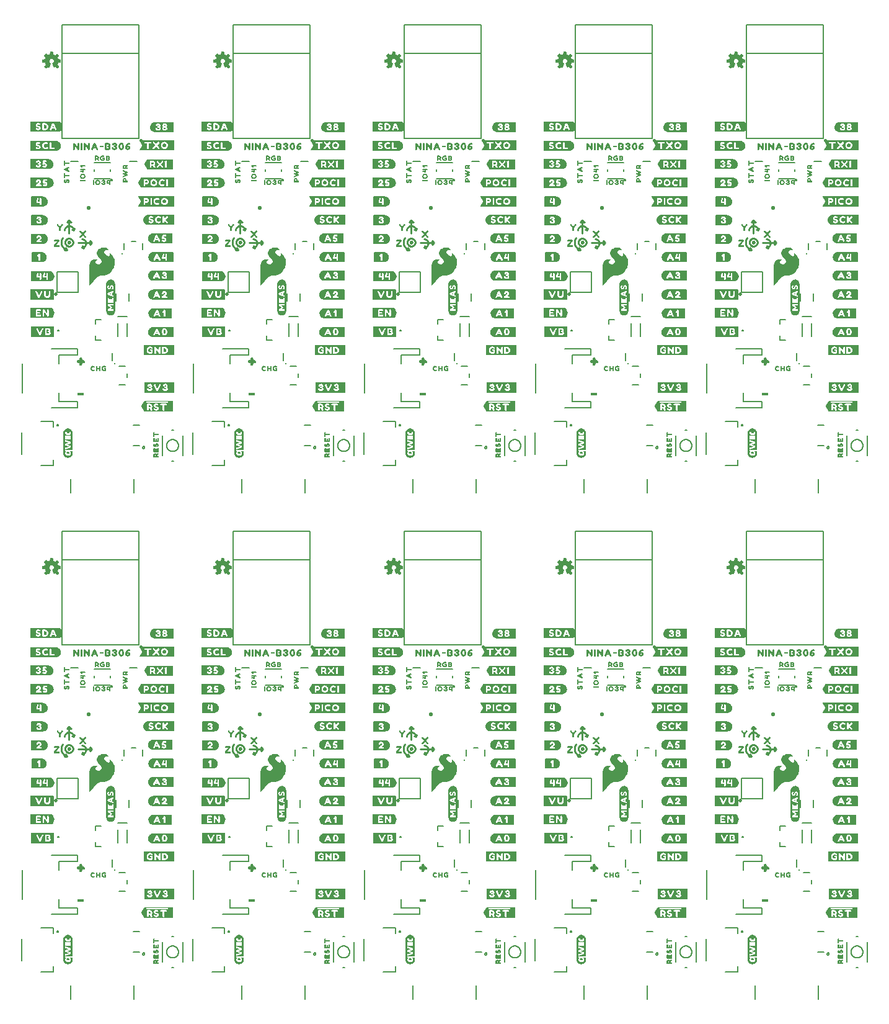
<source format=gto>
G04 EAGLE Gerber RS-274X export*
G75*
%MOMM*%
%FSLAX34Y34*%
%LPD*%
%INSilkscreen Top*%
%IPPOS*%
%AMOC8*
5,1,8,0,0,1.08239X$1,22.5*%
G01*
%ADD10C,0.254000*%
%ADD11C,0.203200*%
%ADD12C,0.152400*%
%ADD13C,0.254000*%
%ADD14C,0.177800*%
%ADD15C,0.127000*%
%ADD16C,0.508000*%
%ADD17C,0.560987*%

G36*
X564855Y304590D02*
X564855Y304590D01*
X564939Y304593D01*
X564940Y304593D01*
X564941Y304593D01*
X565019Y304636D01*
X565092Y304675D01*
X565092Y304676D01*
X565093Y304676D01*
X565097Y304682D01*
X565180Y304790D01*
X565253Y304935D01*
X565609Y305291D01*
X565616Y305302D01*
X565629Y305313D01*
X566229Y306013D01*
X566233Y306020D01*
X566240Y306027D01*
X566932Y306916D01*
X567823Y307906D01*
X567826Y307911D01*
X567832Y307917D01*
X568827Y309110D01*
X569920Y310303D01*
X571119Y311601D01*
X572419Y313001D01*
X572423Y313008D01*
X572430Y313014D01*
X573520Y314302D01*
X574602Y315384D01*
X575577Y316262D01*
X576529Y316928D01*
X577570Y317401D01*
X578591Y317680D01*
X582440Y317680D01*
X582460Y317685D01*
X582487Y317683D01*
X584887Y317983D01*
X584909Y317991D01*
X584940Y317993D01*
X587140Y318593D01*
X587163Y318605D01*
X587196Y318613D01*
X589196Y319513D01*
X589215Y319527D01*
X589243Y319539D01*
X591143Y320739D01*
X591154Y320749D01*
X591171Y320758D01*
X592871Y322058D01*
X592888Y322079D01*
X592917Y322100D01*
X594417Y323700D01*
X594425Y323714D01*
X594440Y323727D01*
X595840Y325527D01*
X595853Y325554D01*
X595878Y325586D01*
X597778Y329286D01*
X597786Y329317D01*
X597806Y329358D01*
X598806Y332958D01*
X598808Y332992D01*
X598820Y333038D01*
X599020Y336538D01*
X599014Y336570D01*
X599016Y336617D01*
X598516Y339917D01*
X598505Y339946D01*
X598498Y339988D01*
X597498Y342788D01*
X597484Y342809D01*
X597474Y342841D01*
X596174Y345241D01*
X596148Y345270D01*
X596109Y345329D01*
X594409Y347029D01*
X594379Y347047D01*
X594342Y347082D01*
X592742Y348082D01*
X592676Y348105D01*
X592612Y348133D01*
X592595Y348133D01*
X592578Y348138D01*
X592509Y348129D01*
X592439Y348127D01*
X592424Y348118D01*
X592406Y348116D01*
X592348Y348077D01*
X592287Y348044D01*
X592277Y348029D01*
X592262Y348019D01*
X592227Y347959D01*
X592187Y347902D01*
X592184Y347883D01*
X592176Y347869D01*
X592173Y347830D01*
X592160Y347760D01*
X592160Y347160D01*
X592167Y347130D01*
X592167Y347085D01*
X592253Y346654D01*
X592077Y345594D01*
X591838Y345196D01*
X591423Y344781D01*
X590862Y344540D01*
X590293Y344540D01*
X588978Y344916D01*
X588237Y345287D01*
X586875Y346260D01*
X586198Y346839D01*
X585739Y347298D01*
X585262Y348062D01*
X585259Y348065D01*
X585256Y348071D01*
X584889Y348622D01*
X584712Y349244D01*
X584625Y349760D01*
X584708Y350257D01*
X584887Y350704D01*
X585162Y351254D01*
X585516Y351696D01*
X586254Y352342D01*
X586632Y352531D01*
X586973Y352701D01*
X587707Y352885D01*
X588561Y352980D01*
X589793Y352980D01*
X590148Y352891D01*
X590184Y352891D01*
X590240Y352880D01*
X590340Y352880D01*
X590401Y352894D01*
X590464Y352900D01*
X590485Y352914D01*
X590509Y352919D01*
X590557Y352959D01*
X590610Y352993D01*
X590623Y353014D01*
X590642Y353029D01*
X590668Y353087D01*
X590701Y353140D01*
X590703Y353165D01*
X590713Y353188D01*
X590711Y353250D01*
X590717Y353313D01*
X590708Y353336D01*
X590707Y353361D01*
X590677Y353416D01*
X590654Y353475D01*
X590634Y353494D01*
X590624Y353513D01*
X590593Y353534D01*
X590551Y353576D01*
X590257Y353773D01*
X589561Y354269D01*
X589546Y354275D01*
X589532Y354288D01*
X588332Y354988D01*
X588308Y354996D01*
X588281Y355013D01*
X586781Y355613D01*
X586763Y355616D01*
X586742Y355626D01*
X584942Y356126D01*
X584908Y356128D01*
X584859Y356140D01*
X582859Y356240D01*
X582821Y356233D01*
X582756Y356231D01*
X580556Y355731D01*
X580522Y355714D01*
X580464Y355697D01*
X578164Y354497D01*
X578139Y354476D01*
X578098Y354454D01*
X576398Y353054D01*
X576375Y353023D01*
X576327Y352975D01*
X575227Y351375D01*
X575213Y351340D01*
X575181Y351287D01*
X574581Y349587D01*
X574578Y349552D01*
X574576Y349541D01*
X574567Y349522D01*
X574568Y349500D01*
X574560Y349460D01*
X574560Y347760D01*
X574569Y347722D01*
X574575Y347653D01*
X575075Y345953D01*
X575089Y345928D01*
X575100Y345890D01*
X576000Y344090D01*
X576019Y344067D01*
X576038Y344029D01*
X577338Y342329D01*
X577355Y342315D01*
X577371Y342291D01*
X579062Y340601D01*
X580318Y339151D01*
X580960Y337776D01*
X580960Y336517D01*
X580601Y335352D01*
X579789Y334450D01*
X578679Y333709D01*
X577387Y333340D01*
X575891Y333340D01*
X574851Y333624D01*
X574031Y333897D01*
X573398Y334439D01*
X572853Y334985D01*
X572596Y335498D01*
X572420Y336113D01*
X572420Y336698D01*
X572581Y337181D01*
X572828Y337510D01*
X573194Y337876D01*
X573673Y338259D01*
X574028Y338526D01*
X574481Y338707D01*
X574493Y338715D01*
X574510Y338720D01*
X574754Y338842D01*
X575110Y339020D01*
X575139Y339044D01*
X575209Y339091D01*
X575309Y339191D01*
X575322Y339213D01*
X575342Y339229D01*
X575368Y339286D01*
X575400Y339338D01*
X575403Y339364D01*
X575413Y339388D01*
X575411Y339449D01*
X575417Y339511D01*
X575408Y339535D01*
X575407Y339561D01*
X575377Y339615D01*
X575355Y339673D01*
X575336Y339690D01*
X575324Y339713D01*
X575274Y339748D01*
X575228Y339790D01*
X575203Y339798D01*
X575182Y339813D01*
X575098Y339829D01*
X575062Y339840D01*
X575052Y339838D01*
X575040Y339840D01*
X575002Y339840D01*
X574771Y339917D01*
X574281Y340113D01*
X574246Y340118D01*
X574194Y340136D01*
X573494Y340236D01*
X573470Y340234D01*
X573440Y340240D01*
X571640Y340240D01*
X571610Y340233D01*
X571565Y340233D01*
X570565Y340033D01*
X570555Y340028D01*
X570540Y340027D01*
X569440Y339727D01*
X569423Y339718D01*
X569399Y339713D01*
X568399Y339313D01*
X568372Y339294D01*
X568329Y339276D01*
X567429Y338676D01*
X567408Y338654D01*
X567371Y338629D01*
X566571Y337829D01*
X566560Y337811D01*
X566540Y337793D01*
X565840Y336893D01*
X565829Y336869D01*
X565806Y336842D01*
X565206Y335742D01*
X565197Y335709D01*
X565174Y335664D01*
X564774Y334264D01*
X564773Y334239D01*
X564763Y334207D01*
X564563Y332607D01*
X564564Y332595D01*
X564560Y332580D01*
X564460Y330680D01*
X564462Y330671D01*
X564460Y330660D01*
X564460Y304960D01*
X564480Y304875D01*
X564499Y304793D01*
X564499Y304792D01*
X564499Y304791D01*
X564556Y304723D01*
X564608Y304659D01*
X564609Y304658D01*
X564687Y304623D01*
X564766Y304587D01*
X564767Y304587D01*
X564768Y304587D01*
X564855Y304590D01*
G37*
G36*
X798535Y995470D02*
X798535Y995470D01*
X798619Y995473D01*
X798620Y995473D01*
X798621Y995473D01*
X798699Y995516D01*
X798772Y995555D01*
X798772Y995556D01*
X798773Y995556D01*
X798777Y995562D01*
X798860Y995670D01*
X798933Y995815D01*
X799289Y996171D01*
X799296Y996182D01*
X799309Y996193D01*
X799909Y996893D01*
X799913Y996900D01*
X799920Y996907D01*
X800612Y997796D01*
X801503Y998786D01*
X801506Y998791D01*
X801512Y998797D01*
X802507Y999990D01*
X803600Y1001183D01*
X804799Y1002481D01*
X806099Y1003881D01*
X806103Y1003888D01*
X806110Y1003894D01*
X807200Y1005182D01*
X808282Y1006264D01*
X809257Y1007142D01*
X810209Y1007808D01*
X811249Y1008281D01*
X812271Y1008560D01*
X816120Y1008560D01*
X816140Y1008565D01*
X816167Y1008563D01*
X818567Y1008863D01*
X818589Y1008871D01*
X818620Y1008873D01*
X820820Y1009473D01*
X820843Y1009485D01*
X820876Y1009493D01*
X822876Y1010393D01*
X822895Y1010407D01*
X822923Y1010419D01*
X824823Y1011619D01*
X824834Y1011629D01*
X824851Y1011638D01*
X826551Y1012938D01*
X826568Y1012959D01*
X826597Y1012980D01*
X828097Y1014580D01*
X828105Y1014594D01*
X828120Y1014607D01*
X829520Y1016407D01*
X829533Y1016434D01*
X829558Y1016466D01*
X831458Y1020166D01*
X831466Y1020197D01*
X831486Y1020238D01*
X832486Y1023838D01*
X832488Y1023872D01*
X832500Y1023918D01*
X832700Y1027418D01*
X832694Y1027450D01*
X832696Y1027497D01*
X832196Y1030797D01*
X832185Y1030826D01*
X832178Y1030868D01*
X831178Y1033668D01*
X831164Y1033689D01*
X831154Y1033721D01*
X829854Y1036121D01*
X829828Y1036150D01*
X829789Y1036209D01*
X828089Y1037909D01*
X828059Y1037927D01*
X828022Y1037962D01*
X826422Y1038962D01*
X826356Y1038985D01*
X826292Y1039013D01*
X826275Y1039013D01*
X826258Y1039018D01*
X826189Y1039009D01*
X826119Y1039007D01*
X826104Y1038998D01*
X826086Y1038996D01*
X826028Y1038957D01*
X825967Y1038924D01*
X825957Y1038909D01*
X825942Y1038899D01*
X825907Y1038839D01*
X825867Y1038782D01*
X825864Y1038763D01*
X825856Y1038749D01*
X825853Y1038710D01*
X825840Y1038640D01*
X825840Y1038040D01*
X825847Y1038010D01*
X825847Y1037965D01*
X825933Y1037534D01*
X825757Y1036474D01*
X825518Y1036076D01*
X825103Y1035661D01*
X824542Y1035420D01*
X823973Y1035420D01*
X822658Y1035796D01*
X821917Y1036167D01*
X820555Y1037140D01*
X819878Y1037719D01*
X819419Y1038178D01*
X818942Y1038942D01*
X818939Y1038945D01*
X818936Y1038951D01*
X818569Y1039502D01*
X818392Y1040124D01*
X818305Y1040640D01*
X818388Y1041137D01*
X818567Y1041584D01*
X818842Y1042134D01*
X819196Y1042576D01*
X819934Y1043222D01*
X820312Y1043411D01*
X820653Y1043581D01*
X821387Y1043765D01*
X822241Y1043860D01*
X823473Y1043860D01*
X823828Y1043771D01*
X823864Y1043771D01*
X823920Y1043760D01*
X824020Y1043760D01*
X824081Y1043774D01*
X824144Y1043780D01*
X824165Y1043794D01*
X824189Y1043799D01*
X824237Y1043839D01*
X824290Y1043873D01*
X824303Y1043894D01*
X824322Y1043909D01*
X824348Y1043967D01*
X824381Y1044020D01*
X824383Y1044045D01*
X824393Y1044068D01*
X824391Y1044130D01*
X824397Y1044193D01*
X824388Y1044216D01*
X824387Y1044241D01*
X824357Y1044296D01*
X824334Y1044355D01*
X824314Y1044374D01*
X824304Y1044393D01*
X824273Y1044414D01*
X824231Y1044456D01*
X823937Y1044653D01*
X823241Y1045149D01*
X823226Y1045155D01*
X823212Y1045168D01*
X822012Y1045868D01*
X821988Y1045876D01*
X821961Y1045893D01*
X820461Y1046493D01*
X820443Y1046496D01*
X820422Y1046506D01*
X818622Y1047006D01*
X818588Y1047008D01*
X818539Y1047020D01*
X816539Y1047120D01*
X816501Y1047113D01*
X816436Y1047111D01*
X814236Y1046611D01*
X814202Y1046594D01*
X814144Y1046577D01*
X811844Y1045377D01*
X811819Y1045356D01*
X811778Y1045334D01*
X810078Y1043934D01*
X810055Y1043903D01*
X810007Y1043855D01*
X808907Y1042255D01*
X808893Y1042220D01*
X808861Y1042167D01*
X808261Y1040467D01*
X808258Y1040432D01*
X808256Y1040421D01*
X808247Y1040402D01*
X808248Y1040380D01*
X808240Y1040340D01*
X808240Y1038640D01*
X808249Y1038602D01*
X808255Y1038533D01*
X808755Y1036833D01*
X808769Y1036808D01*
X808780Y1036770D01*
X809680Y1034970D01*
X809699Y1034947D01*
X809718Y1034909D01*
X811018Y1033209D01*
X811035Y1033195D01*
X811051Y1033171D01*
X812742Y1031481D01*
X813998Y1030031D01*
X814640Y1028656D01*
X814640Y1027397D01*
X814281Y1026232D01*
X813469Y1025330D01*
X812359Y1024589D01*
X811067Y1024220D01*
X809571Y1024220D01*
X808531Y1024504D01*
X807711Y1024777D01*
X807078Y1025319D01*
X806533Y1025865D01*
X806276Y1026378D01*
X806100Y1026993D01*
X806100Y1027578D01*
X806261Y1028061D01*
X806508Y1028390D01*
X806874Y1028756D01*
X807353Y1029139D01*
X807708Y1029406D01*
X808161Y1029587D01*
X808173Y1029595D01*
X808190Y1029600D01*
X808434Y1029722D01*
X808790Y1029900D01*
X808819Y1029924D01*
X808889Y1029971D01*
X808989Y1030071D01*
X809002Y1030093D01*
X809022Y1030109D01*
X809048Y1030166D01*
X809080Y1030218D01*
X809083Y1030244D01*
X809093Y1030268D01*
X809091Y1030329D01*
X809097Y1030391D01*
X809088Y1030415D01*
X809087Y1030441D01*
X809057Y1030495D01*
X809035Y1030553D01*
X809016Y1030570D01*
X809004Y1030593D01*
X808954Y1030628D01*
X808908Y1030670D01*
X808883Y1030678D01*
X808862Y1030693D01*
X808778Y1030709D01*
X808742Y1030720D01*
X808732Y1030718D01*
X808720Y1030720D01*
X808682Y1030720D01*
X808451Y1030797D01*
X807961Y1030993D01*
X807926Y1030998D01*
X807874Y1031016D01*
X807174Y1031116D01*
X807150Y1031114D01*
X807120Y1031120D01*
X805320Y1031120D01*
X805290Y1031113D01*
X805245Y1031113D01*
X804245Y1030913D01*
X804235Y1030908D01*
X804220Y1030907D01*
X803120Y1030607D01*
X803103Y1030598D01*
X803079Y1030593D01*
X802079Y1030193D01*
X802052Y1030174D01*
X802009Y1030156D01*
X801109Y1029556D01*
X801088Y1029534D01*
X801051Y1029509D01*
X800251Y1028709D01*
X800240Y1028691D01*
X800220Y1028673D01*
X799520Y1027773D01*
X799509Y1027749D01*
X799486Y1027722D01*
X798886Y1026622D01*
X798877Y1026589D01*
X798854Y1026544D01*
X798454Y1025144D01*
X798453Y1025119D01*
X798443Y1025087D01*
X798243Y1023487D01*
X798244Y1023475D01*
X798240Y1023460D01*
X798140Y1021560D01*
X798142Y1021551D01*
X798140Y1021540D01*
X798140Y995840D01*
X798160Y995755D01*
X798179Y995673D01*
X798179Y995672D01*
X798179Y995671D01*
X798236Y995603D01*
X798288Y995539D01*
X798289Y995538D01*
X798367Y995503D01*
X798446Y995467D01*
X798447Y995467D01*
X798448Y995467D01*
X798535Y995470D01*
G37*
G36*
X564855Y995470D02*
X564855Y995470D01*
X564939Y995473D01*
X564940Y995473D01*
X564941Y995473D01*
X565019Y995516D01*
X565092Y995555D01*
X565092Y995556D01*
X565093Y995556D01*
X565097Y995562D01*
X565180Y995670D01*
X565253Y995815D01*
X565609Y996171D01*
X565616Y996182D01*
X565629Y996193D01*
X566229Y996893D01*
X566233Y996900D01*
X566240Y996907D01*
X566932Y997796D01*
X567823Y998786D01*
X567826Y998791D01*
X567832Y998797D01*
X568827Y999990D01*
X569920Y1001183D01*
X571119Y1002481D01*
X572419Y1003881D01*
X572423Y1003888D01*
X572430Y1003894D01*
X573520Y1005182D01*
X574602Y1006264D01*
X575577Y1007142D01*
X576529Y1007808D01*
X577569Y1008281D01*
X578591Y1008560D01*
X582440Y1008560D01*
X582460Y1008565D01*
X582487Y1008563D01*
X584887Y1008863D01*
X584909Y1008871D01*
X584940Y1008873D01*
X587140Y1009473D01*
X587163Y1009485D01*
X587196Y1009493D01*
X589196Y1010393D01*
X589215Y1010407D01*
X589243Y1010419D01*
X591143Y1011619D01*
X591154Y1011629D01*
X591171Y1011638D01*
X592871Y1012938D01*
X592888Y1012959D01*
X592917Y1012980D01*
X594417Y1014580D01*
X594425Y1014594D01*
X594440Y1014607D01*
X595840Y1016407D01*
X595853Y1016434D01*
X595878Y1016466D01*
X597778Y1020166D01*
X597786Y1020197D01*
X597806Y1020238D01*
X598806Y1023838D01*
X598808Y1023872D01*
X598820Y1023918D01*
X599020Y1027418D01*
X599014Y1027450D01*
X599016Y1027497D01*
X598516Y1030797D01*
X598505Y1030826D01*
X598498Y1030868D01*
X597498Y1033668D01*
X597484Y1033689D01*
X597474Y1033721D01*
X596174Y1036121D01*
X596148Y1036150D01*
X596109Y1036209D01*
X594409Y1037909D01*
X594379Y1037927D01*
X594342Y1037962D01*
X592742Y1038962D01*
X592676Y1038985D01*
X592612Y1039013D01*
X592595Y1039013D01*
X592578Y1039018D01*
X592509Y1039009D01*
X592439Y1039007D01*
X592424Y1038998D01*
X592406Y1038996D01*
X592348Y1038957D01*
X592287Y1038924D01*
X592277Y1038909D01*
X592262Y1038899D01*
X592227Y1038839D01*
X592187Y1038782D01*
X592184Y1038763D01*
X592176Y1038749D01*
X592173Y1038710D01*
X592160Y1038640D01*
X592160Y1038040D01*
X592167Y1038010D01*
X592167Y1037965D01*
X592253Y1037534D01*
X592077Y1036474D01*
X591838Y1036076D01*
X591423Y1035661D01*
X590862Y1035420D01*
X590293Y1035420D01*
X588978Y1035796D01*
X588237Y1036167D01*
X586875Y1037140D01*
X586198Y1037719D01*
X585739Y1038178D01*
X585262Y1038942D01*
X585259Y1038945D01*
X585256Y1038951D01*
X584889Y1039502D01*
X584712Y1040124D01*
X584625Y1040640D01*
X584708Y1041137D01*
X584887Y1041584D01*
X585162Y1042134D01*
X585516Y1042576D01*
X586254Y1043222D01*
X586632Y1043411D01*
X586973Y1043581D01*
X587707Y1043765D01*
X588561Y1043860D01*
X589793Y1043860D01*
X590148Y1043771D01*
X590184Y1043771D01*
X590240Y1043760D01*
X590340Y1043760D01*
X590401Y1043774D01*
X590464Y1043780D01*
X590485Y1043794D01*
X590509Y1043799D01*
X590557Y1043839D01*
X590610Y1043873D01*
X590623Y1043894D01*
X590642Y1043909D01*
X590668Y1043967D01*
X590701Y1044020D01*
X590703Y1044045D01*
X590713Y1044068D01*
X590711Y1044130D01*
X590717Y1044193D01*
X590708Y1044216D01*
X590707Y1044241D01*
X590677Y1044296D01*
X590654Y1044355D01*
X590634Y1044374D01*
X590624Y1044393D01*
X590593Y1044414D01*
X590551Y1044456D01*
X590257Y1044653D01*
X589561Y1045149D01*
X589546Y1045155D01*
X589532Y1045168D01*
X588332Y1045868D01*
X588308Y1045876D01*
X588281Y1045893D01*
X586781Y1046493D01*
X586763Y1046496D01*
X586742Y1046506D01*
X584942Y1047006D01*
X584908Y1047008D01*
X584859Y1047020D01*
X582859Y1047120D01*
X582821Y1047113D01*
X582756Y1047111D01*
X580556Y1046611D01*
X580522Y1046594D01*
X580464Y1046577D01*
X578164Y1045377D01*
X578139Y1045356D01*
X578098Y1045334D01*
X576398Y1043934D01*
X576375Y1043903D01*
X576327Y1043855D01*
X575227Y1042255D01*
X575213Y1042220D01*
X575181Y1042167D01*
X574581Y1040467D01*
X574578Y1040432D01*
X574576Y1040421D01*
X574567Y1040402D01*
X574568Y1040380D01*
X574560Y1040340D01*
X574560Y1038640D01*
X574569Y1038602D01*
X574575Y1038533D01*
X575075Y1036833D01*
X575089Y1036808D01*
X575100Y1036770D01*
X576000Y1034970D01*
X576019Y1034947D01*
X576038Y1034909D01*
X577338Y1033209D01*
X577355Y1033195D01*
X577371Y1033171D01*
X579062Y1031481D01*
X580318Y1030031D01*
X580960Y1028656D01*
X580960Y1027397D01*
X580601Y1026232D01*
X579789Y1025330D01*
X578679Y1024589D01*
X577387Y1024220D01*
X575891Y1024220D01*
X574851Y1024504D01*
X574031Y1024777D01*
X573398Y1025319D01*
X572853Y1025865D01*
X572596Y1026378D01*
X572420Y1026993D01*
X572420Y1027578D01*
X572581Y1028061D01*
X572828Y1028390D01*
X573194Y1028756D01*
X573673Y1029139D01*
X574028Y1029406D01*
X574481Y1029587D01*
X574493Y1029595D01*
X574510Y1029600D01*
X574754Y1029722D01*
X575110Y1029900D01*
X575139Y1029924D01*
X575209Y1029971D01*
X575309Y1030071D01*
X575322Y1030093D01*
X575342Y1030109D01*
X575368Y1030166D01*
X575400Y1030218D01*
X575403Y1030244D01*
X575413Y1030268D01*
X575411Y1030329D01*
X575417Y1030391D01*
X575408Y1030415D01*
X575407Y1030441D01*
X575377Y1030495D01*
X575355Y1030553D01*
X575336Y1030570D01*
X575324Y1030593D01*
X575274Y1030628D01*
X575228Y1030670D01*
X575203Y1030678D01*
X575182Y1030693D01*
X575098Y1030709D01*
X575062Y1030720D01*
X575052Y1030718D01*
X575040Y1030720D01*
X575002Y1030720D01*
X574771Y1030797D01*
X574281Y1030993D01*
X574246Y1030998D01*
X574194Y1031016D01*
X573494Y1031116D01*
X573470Y1031114D01*
X573440Y1031120D01*
X571640Y1031120D01*
X571610Y1031113D01*
X571565Y1031113D01*
X570565Y1030913D01*
X570555Y1030908D01*
X570540Y1030907D01*
X569440Y1030607D01*
X569423Y1030598D01*
X569399Y1030593D01*
X568399Y1030193D01*
X568372Y1030174D01*
X568329Y1030156D01*
X567429Y1029556D01*
X567408Y1029534D01*
X567371Y1029509D01*
X566571Y1028709D01*
X566560Y1028691D01*
X566540Y1028673D01*
X565840Y1027773D01*
X565829Y1027749D01*
X565806Y1027722D01*
X565206Y1026622D01*
X565197Y1026589D01*
X565174Y1026544D01*
X564774Y1025144D01*
X564773Y1025119D01*
X564763Y1025087D01*
X564563Y1023487D01*
X564564Y1023475D01*
X564560Y1023460D01*
X564460Y1021560D01*
X564462Y1021551D01*
X564460Y1021540D01*
X564460Y995840D01*
X564480Y995755D01*
X564499Y995673D01*
X564499Y995672D01*
X564499Y995671D01*
X564556Y995603D01*
X564608Y995539D01*
X564609Y995538D01*
X564687Y995503D01*
X564766Y995467D01*
X564767Y995467D01*
X564768Y995467D01*
X564855Y995470D01*
G37*
G36*
X97495Y995470D02*
X97495Y995470D01*
X97579Y995473D01*
X97580Y995473D01*
X97581Y995473D01*
X97659Y995516D01*
X97732Y995555D01*
X97732Y995556D01*
X97733Y995556D01*
X97737Y995562D01*
X97820Y995670D01*
X97893Y995815D01*
X98249Y996171D01*
X98256Y996182D01*
X98269Y996193D01*
X98869Y996893D01*
X98873Y996900D01*
X98880Y996907D01*
X99572Y997796D01*
X100463Y998786D01*
X100466Y998791D01*
X100472Y998797D01*
X101467Y999990D01*
X102560Y1001183D01*
X103759Y1002481D01*
X105059Y1003881D01*
X105063Y1003888D01*
X105070Y1003894D01*
X106160Y1005182D01*
X107242Y1006264D01*
X108217Y1007142D01*
X109169Y1007808D01*
X110209Y1008281D01*
X111231Y1008560D01*
X115080Y1008560D01*
X115100Y1008565D01*
X115127Y1008563D01*
X117527Y1008863D01*
X117549Y1008871D01*
X117580Y1008873D01*
X119780Y1009473D01*
X119803Y1009485D01*
X119836Y1009493D01*
X121836Y1010393D01*
X121855Y1010407D01*
X121883Y1010419D01*
X123783Y1011619D01*
X123794Y1011629D01*
X123811Y1011638D01*
X125511Y1012938D01*
X125528Y1012959D01*
X125557Y1012980D01*
X127057Y1014580D01*
X127065Y1014594D01*
X127080Y1014607D01*
X128480Y1016407D01*
X128493Y1016434D01*
X128518Y1016466D01*
X130418Y1020166D01*
X130426Y1020197D01*
X130446Y1020238D01*
X131446Y1023838D01*
X131448Y1023872D01*
X131460Y1023918D01*
X131660Y1027418D01*
X131654Y1027450D01*
X131656Y1027497D01*
X131156Y1030797D01*
X131145Y1030826D01*
X131138Y1030868D01*
X130138Y1033668D01*
X130124Y1033689D01*
X130114Y1033721D01*
X128814Y1036121D01*
X128788Y1036150D01*
X128749Y1036209D01*
X127049Y1037909D01*
X127019Y1037927D01*
X126982Y1037962D01*
X125382Y1038962D01*
X125316Y1038985D01*
X125252Y1039013D01*
X125235Y1039013D01*
X125218Y1039018D01*
X125149Y1039009D01*
X125079Y1039007D01*
X125064Y1038998D01*
X125046Y1038996D01*
X124988Y1038957D01*
X124927Y1038924D01*
X124917Y1038909D01*
X124902Y1038899D01*
X124867Y1038839D01*
X124827Y1038782D01*
X124824Y1038763D01*
X124816Y1038749D01*
X124813Y1038710D01*
X124800Y1038640D01*
X124800Y1038040D01*
X124807Y1038010D01*
X124807Y1037965D01*
X124893Y1037534D01*
X124717Y1036474D01*
X124478Y1036076D01*
X124063Y1035661D01*
X123502Y1035420D01*
X122933Y1035420D01*
X121618Y1035796D01*
X120877Y1036167D01*
X119515Y1037140D01*
X118838Y1037719D01*
X118379Y1038178D01*
X117902Y1038942D01*
X117899Y1038945D01*
X117896Y1038951D01*
X117529Y1039502D01*
X117352Y1040124D01*
X117265Y1040640D01*
X117348Y1041137D01*
X117527Y1041584D01*
X117802Y1042134D01*
X118156Y1042576D01*
X118894Y1043222D01*
X119272Y1043411D01*
X119613Y1043581D01*
X120347Y1043765D01*
X121201Y1043860D01*
X122433Y1043860D01*
X122788Y1043771D01*
X122824Y1043771D01*
X122880Y1043760D01*
X122980Y1043760D01*
X123041Y1043774D01*
X123104Y1043780D01*
X123125Y1043794D01*
X123149Y1043799D01*
X123197Y1043839D01*
X123250Y1043873D01*
X123263Y1043894D01*
X123282Y1043909D01*
X123308Y1043967D01*
X123341Y1044020D01*
X123343Y1044045D01*
X123353Y1044068D01*
X123351Y1044130D01*
X123357Y1044193D01*
X123348Y1044216D01*
X123347Y1044241D01*
X123317Y1044296D01*
X123294Y1044355D01*
X123274Y1044374D01*
X123264Y1044393D01*
X123233Y1044414D01*
X123191Y1044456D01*
X122897Y1044653D01*
X122201Y1045149D01*
X122186Y1045155D01*
X122172Y1045168D01*
X120972Y1045868D01*
X120948Y1045876D01*
X120921Y1045893D01*
X119421Y1046493D01*
X119403Y1046496D01*
X119382Y1046506D01*
X117582Y1047006D01*
X117548Y1047008D01*
X117499Y1047020D01*
X115499Y1047120D01*
X115461Y1047113D01*
X115396Y1047111D01*
X113196Y1046611D01*
X113162Y1046594D01*
X113104Y1046577D01*
X110804Y1045377D01*
X110779Y1045356D01*
X110738Y1045334D01*
X109038Y1043934D01*
X109015Y1043903D01*
X108967Y1043855D01*
X107867Y1042255D01*
X107853Y1042220D01*
X107821Y1042167D01*
X107221Y1040467D01*
X107218Y1040432D01*
X107216Y1040421D01*
X107207Y1040402D01*
X107208Y1040380D01*
X107200Y1040340D01*
X107200Y1038640D01*
X107209Y1038602D01*
X107215Y1038533D01*
X107715Y1036833D01*
X107729Y1036808D01*
X107740Y1036770D01*
X108640Y1034970D01*
X108659Y1034947D01*
X108678Y1034909D01*
X109978Y1033209D01*
X109995Y1033195D01*
X110011Y1033171D01*
X111702Y1031481D01*
X112958Y1030031D01*
X113600Y1028656D01*
X113600Y1027397D01*
X113241Y1026232D01*
X112429Y1025330D01*
X111319Y1024589D01*
X110027Y1024220D01*
X108531Y1024220D01*
X107491Y1024504D01*
X106671Y1024777D01*
X106038Y1025319D01*
X105493Y1025865D01*
X105236Y1026378D01*
X105060Y1026993D01*
X105060Y1027578D01*
X105221Y1028061D01*
X105468Y1028390D01*
X105834Y1028756D01*
X106313Y1029139D01*
X106668Y1029406D01*
X107121Y1029587D01*
X107133Y1029595D01*
X107150Y1029600D01*
X107394Y1029722D01*
X107750Y1029900D01*
X107779Y1029924D01*
X107849Y1029971D01*
X107949Y1030071D01*
X107962Y1030093D01*
X107982Y1030109D01*
X108008Y1030166D01*
X108040Y1030218D01*
X108043Y1030244D01*
X108053Y1030268D01*
X108051Y1030329D01*
X108057Y1030391D01*
X108048Y1030415D01*
X108047Y1030441D01*
X108017Y1030495D01*
X107995Y1030553D01*
X107976Y1030570D01*
X107964Y1030593D01*
X107914Y1030628D01*
X107868Y1030670D01*
X107843Y1030678D01*
X107822Y1030693D01*
X107738Y1030709D01*
X107702Y1030720D01*
X107692Y1030718D01*
X107680Y1030720D01*
X107642Y1030720D01*
X107411Y1030797D01*
X106921Y1030993D01*
X106886Y1030998D01*
X106834Y1031016D01*
X106134Y1031116D01*
X106110Y1031114D01*
X106080Y1031120D01*
X104280Y1031120D01*
X104250Y1031113D01*
X104205Y1031113D01*
X103205Y1030913D01*
X103195Y1030908D01*
X103180Y1030907D01*
X102080Y1030607D01*
X102063Y1030598D01*
X102039Y1030593D01*
X101039Y1030193D01*
X101012Y1030174D01*
X100969Y1030156D01*
X100069Y1029556D01*
X100048Y1029534D01*
X100011Y1029509D01*
X99211Y1028709D01*
X99200Y1028691D01*
X99180Y1028673D01*
X98480Y1027773D01*
X98469Y1027749D01*
X98446Y1027722D01*
X97846Y1026622D01*
X97837Y1026589D01*
X97814Y1026544D01*
X97414Y1025144D01*
X97413Y1025119D01*
X97403Y1025087D01*
X97203Y1023487D01*
X97204Y1023475D01*
X97200Y1023460D01*
X97100Y1021560D01*
X97102Y1021551D01*
X97100Y1021540D01*
X97100Y995840D01*
X97120Y995755D01*
X97139Y995673D01*
X97139Y995672D01*
X97139Y995671D01*
X97196Y995603D01*
X97248Y995539D01*
X97249Y995538D01*
X97327Y995503D01*
X97406Y995467D01*
X97407Y995467D01*
X97408Y995467D01*
X97495Y995470D01*
G37*
G36*
X1032215Y995470D02*
X1032215Y995470D01*
X1032299Y995473D01*
X1032300Y995473D01*
X1032301Y995473D01*
X1032379Y995516D01*
X1032452Y995555D01*
X1032452Y995556D01*
X1032453Y995556D01*
X1032457Y995562D01*
X1032540Y995670D01*
X1032613Y995815D01*
X1032969Y996171D01*
X1032976Y996182D01*
X1032989Y996193D01*
X1033589Y996893D01*
X1033593Y996900D01*
X1033600Y996907D01*
X1034292Y997796D01*
X1035183Y998786D01*
X1035186Y998791D01*
X1035192Y998797D01*
X1036187Y999990D01*
X1037280Y1001183D01*
X1038479Y1002481D01*
X1039779Y1003881D01*
X1039783Y1003888D01*
X1039790Y1003894D01*
X1040880Y1005182D01*
X1041962Y1006264D01*
X1042937Y1007142D01*
X1043889Y1007808D01*
X1044929Y1008281D01*
X1045951Y1008560D01*
X1049800Y1008560D01*
X1049820Y1008565D01*
X1049847Y1008563D01*
X1052247Y1008863D01*
X1052269Y1008871D01*
X1052300Y1008873D01*
X1054500Y1009473D01*
X1054523Y1009485D01*
X1054556Y1009493D01*
X1056556Y1010393D01*
X1056575Y1010407D01*
X1056603Y1010419D01*
X1058503Y1011619D01*
X1058514Y1011629D01*
X1058531Y1011638D01*
X1060231Y1012938D01*
X1060248Y1012959D01*
X1060277Y1012980D01*
X1061777Y1014580D01*
X1061785Y1014594D01*
X1061800Y1014607D01*
X1063200Y1016407D01*
X1063213Y1016434D01*
X1063238Y1016466D01*
X1065138Y1020166D01*
X1065146Y1020197D01*
X1065166Y1020238D01*
X1066166Y1023838D01*
X1066168Y1023872D01*
X1066180Y1023918D01*
X1066380Y1027418D01*
X1066374Y1027450D01*
X1066376Y1027497D01*
X1065876Y1030797D01*
X1065865Y1030826D01*
X1065858Y1030868D01*
X1064858Y1033668D01*
X1064844Y1033689D01*
X1064834Y1033721D01*
X1063534Y1036121D01*
X1063508Y1036150D01*
X1063469Y1036209D01*
X1061769Y1037909D01*
X1061739Y1037927D01*
X1061702Y1037962D01*
X1060102Y1038962D01*
X1060036Y1038985D01*
X1059972Y1039013D01*
X1059955Y1039013D01*
X1059938Y1039018D01*
X1059869Y1039009D01*
X1059799Y1039007D01*
X1059784Y1038998D01*
X1059766Y1038996D01*
X1059708Y1038957D01*
X1059647Y1038924D01*
X1059637Y1038909D01*
X1059622Y1038899D01*
X1059587Y1038839D01*
X1059547Y1038782D01*
X1059544Y1038763D01*
X1059536Y1038749D01*
X1059533Y1038710D01*
X1059520Y1038640D01*
X1059520Y1038040D01*
X1059527Y1038010D01*
X1059527Y1037965D01*
X1059613Y1037534D01*
X1059437Y1036474D01*
X1059198Y1036076D01*
X1058783Y1035661D01*
X1058222Y1035420D01*
X1057653Y1035420D01*
X1056338Y1035796D01*
X1055597Y1036167D01*
X1054235Y1037140D01*
X1053558Y1037719D01*
X1053099Y1038178D01*
X1052622Y1038942D01*
X1052619Y1038945D01*
X1052616Y1038951D01*
X1052249Y1039502D01*
X1052072Y1040124D01*
X1051985Y1040640D01*
X1052068Y1041137D01*
X1052247Y1041584D01*
X1052522Y1042134D01*
X1052876Y1042576D01*
X1053614Y1043222D01*
X1053992Y1043411D01*
X1054333Y1043581D01*
X1055067Y1043765D01*
X1055921Y1043860D01*
X1057153Y1043860D01*
X1057508Y1043771D01*
X1057544Y1043771D01*
X1057600Y1043760D01*
X1057700Y1043760D01*
X1057761Y1043774D01*
X1057824Y1043780D01*
X1057845Y1043794D01*
X1057869Y1043799D01*
X1057917Y1043839D01*
X1057970Y1043873D01*
X1057983Y1043894D01*
X1058002Y1043909D01*
X1058028Y1043967D01*
X1058061Y1044020D01*
X1058063Y1044045D01*
X1058073Y1044068D01*
X1058071Y1044130D01*
X1058077Y1044193D01*
X1058068Y1044216D01*
X1058067Y1044241D01*
X1058037Y1044296D01*
X1058014Y1044355D01*
X1057994Y1044374D01*
X1057984Y1044393D01*
X1057953Y1044414D01*
X1057911Y1044456D01*
X1057617Y1044653D01*
X1056921Y1045149D01*
X1056906Y1045155D01*
X1056892Y1045168D01*
X1055692Y1045868D01*
X1055668Y1045876D01*
X1055641Y1045893D01*
X1054141Y1046493D01*
X1054123Y1046496D01*
X1054102Y1046506D01*
X1052302Y1047006D01*
X1052268Y1047008D01*
X1052219Y1047020D01*
X1050219Y1047120D01*
X1050181Y1047113D01*
X1050116Y1047111D01*
X1047916Y1046611D01*
X1047882Y1046594D01*
X1047824Y1046577D01*
X1045524Y1045377D01*
X1045499Y1045356D01*
X1045458Y1045334D01*
X1043758Y1043934D01*
X1043735Y1043903D01*
X1043687Y1043855D01*
X1042587Y1042255D01*
X1042573Y1042220D01*
X1042541Y1042167D01*
X1041941Y1040467D01*
X1041938Y1040432D01*
X1041936Y1040421D01*
X1041927Y1040402D01*
X1041928Y1040380D01*
X1041920Y1040340D01*
X1041920Y1038640D01*
X1041929Y1038602D01*
X1041935Y1038533D01*
X1042435Y1036833D01*
X1042449Y1036808D01*
X1042460Y1036770D01*
X1043360Y1034970D01*
X1043379Y1034947D01*
X1043398Y1034909D01*
X1044698Y1033209D01*
X1044715Y1033195D01*
X1044731Y1033171D01*
X1046422Y1031481D01*
X1047678Y1030031D01*
X1048320Y1028656D01*
X1048320Y1027397D01*
X1047961Y1026232D01*
X1047149Y1025330D01*
X1046039Y1024589D01*
X1044747Y1024220D01*
X1043251Y1024220D01*
X1042211Y1024504D01*
X1041391Y1024777D01*
X1040758Y1025319D01*
X1040213Y1025865D01*
X1039956Y1026378D01*
X1039780Y1026993D01*
X1039780Y1027578D01*
X1039941Y1028061D01*
X1040188Y1028390D01*
X1040554Y1028756D01*
X1041033Y1029139D01*
X1041388Y1029406D01*
X1041841Y1029587D01*
X1041853Y1029595D01*
X1041870Y1029600D01*
X1042114Y1029722D01*
X1042470Y1029900D01*
X1042499Y1029924D01*
X1042569Y1029971D01*
X1042669Y1030071D01*
X1042682Y1030093D01*
X1042702Y1030109D01*
X1042728Y1030166D01*
X1042760Y1030218D01*
X1042763Y1030244D01*
X1042773Y1030268D01*
X1042771Y1030329D01*
X1042777Y1030391D01*
X1042768Y1030415D01*
X1042767Y1030441D01*
X1042737Y1030495D01*
X1042715Y1030553D01*
X1042696Y1030570D01*
X1042684Y1030593D01*
X1042634Y1030628D01*
X1042588Y1030670D01*
X1042563Y1030678D01*
X1042542Y1030693D01*
X1042458Y1030709D01*
X1042422Y1030720D01*
X1042412Y1030718D01*
X1042400Y1030720D01*
X1042362Y1030720D01*
X1042131Y1030797D01*
X1041641Y1030993D01*
X1041606Y1030998D01*
X1041554Y1031016D01*
X1040854Y1031116D01*
X1040830Y1031114D01*
X1040800Y1031120D01*
X1039000Y1031120D01*
X1038970Y1031113D01*
X1038925Y1031113D01*
X1037925Y1030913D01*
X1037915Y1030908D01*
X1037900Y1030907D01*
X1036800Y1030607D01*
X1036783Y1030598D01*
X1036759Y1030593D01*
X1035759Y1030193D01*
X1035732Y1030174D01*
X1035689Y1030156D01*
X1034789Y1029556D01*
X1034768Y1029534D01*
X1034731Y1029509D01*
X1033931Y1028709D01*
X1033920Y1028691D01*
X1033900Y1028673D01*
X1033200Y1027773D01*
X1033189Y1027749D01*
X1033166Y1027722D01*
X1032566Y1026622D01*
X1032557Y1026589D01*
X1032534Y1026544D01*
X1032134Y1025144D01*
X1032133Y1025119D01*
X1032123Y1025087D01*
X1031923Y1023487D01*
X1031924Y1023475D01*
X1031920Y1023460D01*
X1031820Y1021560D01*
X1031822Y1021551D01*
X1031820Y1021540D01*
X1031820Y995840D01*
X1031840Y995755D01*
X1031859Y995673D01*
X1031859Y995672D01*
X1031859Y995671D01*
X1031916Y995603D01*
X1031968Y995539D01*
X1031969Y995538D01*
X1032047Y995503D01*
X1032126Y995467D01*
X1032127Y995467D01*
X1032128Y995467D01*
X1032215Y995470D01*
G37*
G36*
X1032215Y304590D02*
X1032215Y304590D01*
X1032299Y304593D01*
X1032300Y304593D01*
X1032301Y304593D01*
X1032379Y304636D01*
X1032452Y304675D01*
X1032452Y304676D01*
X1032453Y304676D01*
X1032457Y304682D01*
X1032540Y304790D01*
X1032613Y304935D01*
X1032969Y305291D01*
X1032976Y305302D01*
X1032989Y305313D01*
X1033589Y306013D01*
X1033593Y306020D01*
X1033600Y306027D01*
X1034292Y306916D01*
X1035183Y307906D01*
X1035186Y307911D01*
X1035192Y307917D01*
X1036187Y309110D01*
X1037280Y310303D01*
X1038479Y311601D01*
X1039779Y313001D01*
X1039783Y313008D01*
X1039790Y313014D01*
X1040880Y314302D01*
X1041962Y315384D01*
X1042937Y316262D01*
X1043889Y316928D01*
X1044930Y317401D01*
X1045951Y317680D01*
X1049800Y317680D01*
X1049820Y317685D01*
X1049847Y317683D01*
X1052247Y317983D01*
X1052269Y317991D01*
X1052300Y317993D01*
X1054500Y318593D01*
X1054523Y318605D01*
X1054556Y318613D01*
X1056556Y319513D01*
X1056575Y319527D01*
X1056603Y319539D01*
X1058503Y320739D01*
X1058514Y320749D01*
X1058531Y320758D01*
X1060231Y322058D01*
X1060248Y322079D01*
X1060277Y322100D01*
X1061777Y323700D01*
X1061785Y323714D01*
X1061800Y323727D01*
X1063200Y325527D01*
X1063213Y325554D01*
X1063238Y325586D01*
X1065138Y329286D01*
X1065146Y329317D01*
X1065166Y329358D01*
X1066166Y332958D01*
X1066168Y332992D01*
X1066180Y333038D01*
X1066380Y336538D01*
X1066374Y336570D01*
X1066376Y336617D01*
X1065876Y339917D01*
X1065865Y339946D01*
X1065858Y339988D01*
X1064858Y342788D01*
X1064844Y342809D01*
X1064834Y342841D01*
X1063534Y345241D01*
X1063508Y345270D01*
X1063469Y345329D01*
X1061769Y347029D01*
X1061739Y347047D01*
X1061702Y347082D01*
X1060102Y348082D01*
X1060036Y348105D01*
X1059972Y348133D01*
X1059955Y348133D01*
X1059938Y348138D01*
X1059869Y348129D01*
X1059799Y348127D01*
X1059784Y348118D01*
X1059766Y348116D01*
X1059708Y348077D01*
X1059647Y348044D01*
X1059637Y348029D01*
X1059622Y348019D01*
X1059587Y347959D01*
X1059547Y347902D01*
X1059544Y347883D01*
X1059536Y347869D01*
X1059533Y347830D01*
X1059520Y347760D01*
X1059520Y347160D01*
X1059527Y347130D01*
X1059527Y347085D01*
X1059613Y346654D01*
X1059437Y345594D01*
X1059198Y345196D01*
X1058783Y344781D01*
X1058222Y344540D01*
X1057653Y344540D01*
X1056338Y344916D01*
X1055597Y345287D01*
X1054235Y346260D01*
X1053558Y346839D01*
X1053099Y347298D01*
X1052622Y348062D01*
X1052619Y348065D01*
X1052616Y348071D01*
X1052249Y348622D01*
X1052072Y349244D01*
X1051985Y349760D01*
X1052068Y350257D01*
X1052247Y350704D01*
X1052522Y351254D01*
X1052876Y351696D01*
X1053614Y352342D01*
X1053992Y352531D01*
X1054333Y352701D01*
X1055067Y352885D01*
X1055921Y352980D01*
X1057153Y352980D01*
X1057508Y352891D01*
X1057544Y352891D01*
X1057600Y352880D01*
X1057700Y352880D01*
X1057761Y352894D01*
X1057824Y352900D01*
X1057845Y352914D01*
X1057869Y352919D01*
X1057917Y352959D01*
X1057970Y352993D01*
X1057983Y353014D01*
X1058002Y353029D01*
X1058028Y353087D01*
X1058061Y353140D01*
X1058063Y353165D01*
X1058073Y353188D01*
X1058071Y353250D01*
X1058077Y353313D01*
X1058068Y353336D01*
X1058067Y353361D01*
X1058037Y353416D01*
X1058014Y353475D01*
X1057994Y353494D01*
X1057984Y353513D01*
X1057953Y353534D01*
X1057911Y353576D01*
X1057617Y353773D01*
X1056921Y354269D01*
X1056906Y354275D01*
X1056892Y354288D01*
X1055692Y354988D01*
X1055668Y354996D01*
X1055641Y355013D01*
X1054141Y355613D01*
X1054123Y355616D01*
X1054102Y355626D01*
X1052302Y356126D01*
X1052268Y356128D01*
X1052219Y356140D01*
X1050219Y356240D01*
X1050181Y356233D01*
X1050116Y356231D01*
X1047916Y355731D01*
X1047882Y355714D01*
X1047824Y355697D01*
X1045524Y354497D01*
X1045499Y354476D01*
X1045458Y354454D01*
X1043758Y353054D01*
X1043735Y353023D01*
X1043687Y352975D01*
X1042587Y351375D01*
X1042573Y351340D01*
X1042541Y351287D01*
X1041941Y349587D01*
X1041938Y349552D01*
X1041936Y349541D01*
X1041927Y349522D01*
X1041928Y349500D01*
X1041920Y349460D01*
X1041920Y347760D01*
X1041929Y347722D01*
X1041935Y347653D01*
X1042435Y345953D01*
X1042449Y345928D01*
X1042460Y345890D01*
X1043360Y344090D01*
X1043379Y344067D01*
X1043398Y344029D01*
X1044698Y342329D01*
X1044715Y342315D01*
X1044731Y342291D01*
X1046422Y340601D01*
X1047678Y339151D01*
X1048320Y337776D01*
X1048320Y336517D01*
X1047961Y335352D01*
X1047149Y334450D01*
X1046039Y333709D01*
X1044747Y333340D01*
X1043251Y333340D01*
X1042211Y333624D01*
X1041391Y333897D01*
X1040758Y334439D01*
X1040213Y334985D01*
X1039956Y335498D01*
X1039780Y336113D01*
X1039780Y336698D01*
X1039941Y337181D01*
X1040188Y337510D01*
X1040554Y337876D01*
X1041033Y338259D01*
X1041388Y338526D01*
X1041841Y338707D01*
X1041853Y338715D01*
X1041870Y338720D01*
X1042114Y338842D01*
X1042470Y339020D01*
X1042499Y339044D01*
X1042569Y339091D01*
X1042669Y339191D01*
X1042682Y339213D01*
X1042702Y339229D01*
X1042728Y339286D01*
X1042760Y339338D01*
X1042763Y339364D01*
X1042773Y339388D01*
X1042771Y339449D01*
X1042777Y339511D01*
X1042768Y339535D01*
X1042767Y339561D01*
X1042737Y339615D01*
X1042715Y339673D01*
X1042696Y339690D01*
X1042684Y339713D01*
X1042634Y339748D01*
X1042588Y339790D01*
X1042563Y339798D01*
X1042542Y339813D01*
X1042458Y339829D01*
X1042422Y339840D01*
X1042412Y339838D01*
X1042400Y339840D01*
X1042362Y339840D01*
X1042131Y339917D01*
X1041641Y340113D01*
X1041606Y340118D01*
X1041554Y340136D01*
X1040854Y340236D01*
X1040830Y340234D01*
X1040800Y340240D01*
X1039000Y340240D01*
X1038970Y340233D01*
X1038925Y340233D01*
X1037925Y340033D01*
X1037915Y340028D01*
X1037900Y340027D01*
X1036800Y339727D01*
X1036783Y339718D01*
X1036759Y339713D01*
X1035759Y339313D01*
X1035732Y339294D01*
X1035689Y339276D01*
X1034789Y338676D01*
X1034768Y338654D01*
X1034731Y338629D01*
X1033931Y337829D01*
X1033920Y337811D01*
X1033900Y337793D01*
X1033200Y336893D01*
X1033189Y336869D01*
X1033166Y336842D01*
X1032566Y335742D01*
X1032557Y335709D01*
X1032534Y335664D01*
X1032134Y334264D01*
X1032133Y334239D01*
X1032123Y334207D01*
X1031923Y332607D01*
X1031924Y332595D01*
X1031920Y332580D01*
X1031820Y330680D01*
X1031822Y330671D01*
X1031820Y330660D01*
X1031820Y304960D01*
X1031840Y304875D01*
X1031859Y304793D01*
X1031859Y304792D01*
X1031859Y304791D01*
X1031916Y304723D01*
X1031968Y304659D01*
X1031969Y304658D01*
X1032047Y304623D01*
X1032126Y304587D01*
X1032127Y304587D01*
X1032128Y304587D01*
X1032215Y304590D01*
G37*
G36*
X331175Y304590D02*
X331175Y304590D01*
X331259Y304593D01*
X331260Y304593D01*
X331261Y304593D01*
X331339Y304636D01*
X331412Y304675D01*
X331412Y304676D01*
X331413Y304676D01*
X331417Y304682D01*
X331500Y304790D01*
X331573Y304935D01*
X331929Y305291D01*
X331936Y305302D01*
X331949Y305313D01*
X332549Y306013D01*
X332553Y306020D01*
X332560Y306027D01*
X333252Y306916D01*
X334143Y307906D01*
X334146Y307911D01*
X334152Y307917D01*
X335147Y309110D01*
X336240Y310303D01*
X337439Y311601D01*
X338739Y313001D01*
X338743Y313008D01*
X338750Y313014D01*
X339840Y314302D01*
X340922Y315384D01*
X341897Y316262D01*
X342849Y316928D01*
X343890Y317401D01*
X344911Y317680D01*
X348760Y317680D01*
X348780Y317685D01*
X348807Y317683D01*
X351207Y317983D01*
X351229Y317991D01*
X351260Y317993D01*
X353460Y318593D01*
X353483Y318605D01*
X353516Y318613D01*
X355516Y319513D01*
X355535Y319527D01*
X355563Y319539D01*
X357463Y320739D01*
X357474Y320749D01*
X357491Y320758D01*
X359191Y322058D01*
X359208Y322079D01*
X359237Y322100D01*
X360737Y323700D01*
X360745Y323714D01*
X360760Y323727D01*
X362160Y325527D01*
X362173Y325554D01*
X362198Y325586D01*
X364098Y329286D01*
X364106Y329317D01*
X364126Y329358D01*
X365126Y332958D01*
X365128Y332992D01*
X365140Y333038D01*
X365340Y336538D01*
X365334Y336570D01*
X365336Y336617D01*
X364836Y339917D01*
X364825Y339946D01*
X364818Y339988D01*
X363818Y342788D01*
X363804Y342809D01*
X363794Y342841D01*
X362494Y345241D01*
X362468Y345270D01*
X362429Y345329D01*
X360729Y347029D01*
X360699Y347047D01*
X360662Y347082D01*
X359062Y348082D01*
X358996Y348105D01*
X358932Y348133D01*
X358915Y348133D01*
X358898Y348138D01*
X358829Y348129D01*
X358759Y348127D01*
X358744Y348118D01*
X358726Y348116D01*
X358668Y348077D01*
X358607Y348044D01*
X358597Y348029D01*
X358582Y348019D01*
X358547Y347959D01*
X358507Y347902D01*
X358504Y347883D01*
X358496Y347869D01*
X358493Y347830D01*
X358480Y347760D01*
X358480Y347160D01*
X358487Y347130D01*
X358487Y347085D01*
X358573Y346654D01*
X358397Y345594D01*
X358158Y345196D01*
X357743Y344781D01*
X357182Y344540D01*
X356613Y344540D01*
X355298Y344916D01*
X354557Y345287D01*
X353195Y346260D01*
X352518Y346839D01*
X352059Y347298D01*
X351582Y348062D01*
X351579Y348065D01*
X351576Y348071D01*
X351209Y348622D01*
X351032Y349244D01*
X350945Y349760D01*
X351028Y350257D01*
X351207Y350704D01*
X351482Y351254D01*
X351836Y351696D01*
X352574Y352342D01*
X352952Y352531D01*
X353293Y352701D01*
X354027Y352885D01*
X354881Y352980D01*
X356113Y352980D01*
X356468Y352891D01*
X356504Y352891D01*
X356560Y352880D01*
X356660Y352880D01*
X356721Y352894D01*
X356784Y352900D01*
X356805Y352914D01*
X356829Y352919D01*
X356877Y352959D01*
X356930Y352993D01*
X356943Y353014D01*
X356962Y353029D01*
X356988Y353087D01*
X357021Y353140D01*
X357023Y353165D01*
X357033Y353188D01*
X357031Y353250D01*
X357037Y353313D01*
X357028Y353336D01*
X357027Y353361D01*
X356997Y353416D01*
X356974Y353475D01*
X356954Y353494D01*
X356944Y353513D01*
X356913Y353534D01*
X356871Y353576D01*
X356577Y353773D01*
X355881Y354269D01*
X355866Y354275D01*
X355852Y354288D01*
X354652Y354988D01*
X354628Y354996D01*
X354601Y355013D01*
X353101Y355613D01*
X353083Y355616D01*
X353062Y355626D01*
X351262Y356126D01*
X351228Y356128D01*
X351179Y356140D01*
X349179Y356240D01*
X349141Y356233D01*
X349076Y356231D01*
X346876Y355731D01*
X346842Y355714D01*
X346784Y355697D01*
X344484Y354497D01*
X344459Y354476D01*
X344418Y354454D01*
X342718Y353054D01*
X342695Y353023D01*
X342647Y352975D01*
X341547Y351375D01*
X341533Y351340D01*
X341501Y351287D01*
X340901Y349587D01*
X340898Y349552D01*
X340896Y349541D01*
X340887Y349522D01*
X340888Y349500D01*
X340880Y349460D01*
X340880Y347760D01*
X340889Y347722D01*
X340895Y347653D01*
X341395Y345953D01*
X341409Y345928D01*
X341420Y345890D01*
X342320Y344090D01*
X342339Y344067D01*
X342358Y344029D01*
X343658Y342329D01*
X343675Y342315D01*
X343691Y342291D01*
X345382Y340601D01*
X346638Y339151D01*
X347280Y337776D01*
X347280Y336517D01*
X346921Y335352D01*
X346109Y334450D01*
X344999Y333709D01*
X343707Y333340D01*
X342211Y333340D01*
X341171Y333624D01*
X340351Y333897D01*
X339718Y334439D01*
X339173Y334985D01*
X338916Y335498D01*
X338740Y336113D01*
X338740Y336698D01*
X338901Y337181D01*
X339148Y337510D01*
X339514Y337876D01*
X339993Y338259D01*
X340348Y338526D01*
X340801Y338707D01*
X340813Y338715D01*
X340830Y338720D01*
X341074Y338842D01*
X341430Y339020D01*
X341459Y339044D01*
X341529Y339091D01*
X341629Y339191D01*
X341642Y339213D01*
X341662Y339229D01*
X341688Y339286D01*
X341720Y339338D01*
X341723Y339364D01*
X341733Y339388D01*
X341731Y339449D01*
X341737Y339511D01*
X341728Y339535D01*
X341727Y339561D01*
X341697Y339615D01*
X341675Y339673D01*
X341656Y339690D01*
X341644Y339713D01*
X341594Y339748D01*
X341548Y339790D01*
X341523Y339798D01*
X341502Y339813D01*
X341418Y339829D01*
X341382Y339840D01*
X341372Y339838D01*
X341360Y339840D01*
X341322Y339840D01*
X341091Y339917D01*
X340601Y340113D01*
X340566Y340118D01*
X340514Y340136D01*
X339814Y340236D01*
X339790Y340234D01*
X339760Y340240D01*
X337960Y340240D01*
X337930Y340233D01*
X337885Y340233D01*
X336885Y340033D01*
X336875Y340028D01*
X336860Y340027D01*
X335760Y339727D01*
X335743Y339718D01*
X335719Y339713D01*
X334719Y339313D01*
X334692Y339294D01*
X334649Y339276D01*
X333749Y338676D01*
X333728Y338654D01*
X333691Y338629D01*
X332891Y337829D01*
X332880Y337811D01*
X332860Y337793D01*
X332160Y336893D01*
X332149Y336869D01*
X332126Y336842D01*
X331526Y335742D01*
X331517Y335709D01*
X331494Y335664D01*
X331094Y334264D01*
X331093Y334239D01*
X331083Y334207D01*
X330883Y332607D01*
X330884Y332595D01*
X330880Y332580D01*
X330780Y330680D01*
X330782Y330671D01*
X330780Y330660D01*
X330780Y304960D01*
X330800Y304875D01*
X330819Y304793D01*
X330819Y304792D01*
X330819Y304791D01*
X330876Y304723D01*
X330928Y304659D01*
X330929Y304658D01*
X331007Y304623D01*
X331086Y304587D01*
X331087Y304587D01*
X331088Y304587D01*
X331175Y304590D01*
G37*
G36*
X97495Y304590D02*
X97495Y304590D01*
X97579Y304593D01*
X97580Y304593D01*
X97581Y304593D01*
X97659Y304636D01*
X97732Y304675D01*
X97732Y304676D01*
X97733Y304676D01*
X97737Y304682D01*
X97820Y304790D01*
X97893Y304935D01*
X98249Y305291D01*
X98256Y305302D01*
X98269Y305313D01*
X98869Y306013D01*
X98873Y306020D01*
X98880Y306027D01*
X99572Y306916D01*
X100463Y307906D01*
X100466Y307911D01*
X100472Y307917D01*
X101467Y309110D01*
X102560Y310303D01*
X103759Y311601D01*
X105059Y313001D01*
X105063Y313008D01*
X105070Y313014D01*
X106160Y314302D01*
X107242Y315384D01*
X108217Y316262D01*
X109169Y316928D01*
X110210Y317401D01*
X111231Y317680D01*
X115080Y317680D01*
X115100Y317685D01*
X115127Y317683D01*
X117527Y317983D01*
X117549Y317991D01*
X117580Y317993D01*
X119780Y318593D01*
X119803Y318605D01*
X119836Y318613D01*
X121836Y319513D01*
X121855Y319527D01*
X121883Y319539D01*
X123783Y320739D01*
X123794Y320749D01*
X123811Y320758D01*
X125511Y322058D01*
X125528Y322079D01*
X125557Y322100D01*
X127057Y323700D01*
X127065Y323714D01*
X127080Y323727D01*
X128480Y325527D01*
X128493Y325554D01*
X128518Y325586D01*
X130418Y329286D01*
X130426Y329317D01*
X130446Y329358D01*
X131446Y332958D01*
X131448Y332992D01*
X131460Y333038D01*
X131660Y336538D01*
X131654Y336570D01*
X131656Y336617D01*
X131156Y339917D01*
X131145Y339946D01*
X131138Y339988D01*
X130138Y342788D01*
X130124Y342809D01*
X130114Y342841D01*
X128814Y345241D01*
X128788Y345270D01*
X128749Y345329D01*
X127049Y347029D01*
X127019Y347047D01*
X126982Y347082D01*
X125382Y348082D01*
X125316Y348105D01*
X125252Y348133D01*
X125235Y348133D01*
X125218Y348138D01*
X125149Y348129D01*
X125079Y348127D01*
X125064Y348118D01*
X125046Y348116D01*
X124988Y348077D01*
X124927Y348044D01*
X124917Y348029D01*
X124902Y348019D01*
X124867Y347959D01*
X124827Y347902D01*
X124824Y347883D01*
X124816Y347869D01*
X124813Y347830D01*
X124800Y347760D01*
X124800Y347160D01*
X124807Y347130D01*
X124807Y347085D01*
X124893Y346654D01*
X124717Y345594D01*
X124478Y345196D01*
X124063Y344781D01*
X123502Y344540D01*
X122933Y344540D01*
X121618Y344916D01*
X120877Y345287D01*
X119515Y346260D01*
X118838Y346839D01*
X118379Y347298D01*
X117902Y348062D01*
X117899Y348065D01*
X117896Y348071D01*
X117529Y348622D01*
X117352Y349244D01*
X117265Y349760D01*
X117348Y350257D01*
X117527Y350704D01*
X117802Y351254D01*
X118156Y351696D01*
X118894Y352342D01*
X119272Y352531D01*
X119613Y352701D01*
X120347Y352885D01*
X121201Y352980D01*
X122433Y352980D01*
X122788Y352891D01*
X122824Y352891D01*
X122880Y352880D01*
X122980Y352880D01*
X123041Y352894D01*
X123104Y352900D01*
X123125Y352914D01*
X123149Y352919D01*
X123197Y352959D01*
X123250Y352993D01*
X123263Y353014D01*
X123282Y353029D01*
X123308Y353087D01*
X123341Y353140D01*
X123343Y353165D01*
X123353Y353188D01*
X123351Y353250D01*
X123357Y353313D01*
X123348Y353336D01*
X123347Y353361D01*
X123317Y353416D01*
X123294Y353475D01*
X123274Y353494D01*
X123264Y353513D01*
X123233Y353534D01*
X123191Y353576D01*
X122897Y353773D01*
X122201Y354269D01*
X122186Y354275D01*
X122172Y354288D01*
X120972Y354988D01*
X120948Y354996D01*
X120921Y355013D01*
X119421Y355613D01*
X119403Y355616D01*
X119382Y355626D01*
X117582Y356126D01*
X117548Y356128D01*
X117499Y356140D01*
X115499Y356240D01*
X115461Y356233D01*
X115396Y356231D01*
X113196Y355731D01*
X113162Y355714D01*
X113104Y355697D01*
X110804Y354497D01*
X110779Y354476D01*
X110738Y354454D01*
X109038Y353054D01*
X109015Y353023D01*
X108967Y352975D01*
X107867Y351375D01*
X107853Y351340D01*
X107821Y351287D01*
X107221Y349587D01*
X107218Y349552D01*
X107216Y349541D01*
X107207Y349522D01*
X107208Y349500D01*
X107200Y349460D01*
X107200Y347760D01*
X107209Y347722D01*
X107215Y347653D01*
X107715Y345953D01*
X107729Y345928D01*
X107740Y345890D01*
X108640Y344090D01*
X108659Y344067D01*
X108678Y344029D01*
X109978Y342329D01*
X109995Y342315D01*
X110011Y342291D01*
X111702Y340601D01*
X112958Y339151D01*
X113600Y337776D01*
X113600Y336517D01*
X113241Y335352D01*
X112429Y334450D01*
X111319Y333709D01*
X110027Y333340D01*
X108531Y333340D01*
X107491Y333624D01*
X106671Y333897D01*
X106038Y334439D01*
X105493Y334985D01*
X105236Y335498D01*
X105060Y336113D01*
X105060Y336698D01*
X105221Y337181D01*
X105468Y337510D01*
X105834Y337876D01*
X106313Y338259D01*
X106668Y338526D01*
X107121Y338707D01*
X107133Y338715D01*
X107150Y338720D01*
X107394Y338842D01*
X107750Y339020D01*
X107779Y339044D01*
X107849Y339091D01*
X107949Y339191D01*
X107962Y339213D01*
X107982Y339229D01*
X108008Y339286D01*
X108040Y339338D01*
X108043Y339364D01*
X108053Y339388D01*
X108051Y339449D01*
X108057Y339511D01*
X108048Y339535D01*
X108047Y339561D01*
X108017Y339615D01*
X107995Y339673D01*
X107976Y339690D01*
X107964Y339713D01*
X107914Y339748D01*
X107868Y339790D01*
X107843Y339798D01*
X107822Y339813D01*
X107738Y339829D01*
X107702Y339840D01*
X107692Y339838D01*
X107680Y339840D01*
X107642Y339840D01*
X107411Y339917D01*
X106921Y340113D01*
X106886Y340118D01*
X106834Y340136D01*
X106134Y340236D01*
X106110Y340234D01*
X106080Y340240D01*
X104280Y340240D01*
X104250Y340233D01*
X104205Y340233D01*
X103205Y340033D01*
X103195Y340028D01*
X103180Y340027D01*
X102080Y339727D01*
X102063Y339718D01*
X102039Y339713D01*
X101039Y339313D01*
X101012Y339294D01*
X100969Y339276D01*
X100069Y338676D01*
X100048Y338654D01*
X100011Y338629D01*
X99211Y337829D01*
X99200Y337811D01*
X99180Y337793D01*
X98480Y336893D01*
X98469Y336869D01*
X98446Y336842D01*
X97846Y335742D01*
X97837Y335709D01*
X97814Y335664D01*
X97414Y334264D01*
X97413Y334239D01*
X97403Y334207D01*
X97203Y332607D01*
X97204Y332595D01*
X97200Y332580D01*
X97100Y330680D01*
X97102Y330671D01*
X97100Y330660D01*
X97100Y304960D01*
X97120Y304875D01*
X97139Y304793D01*
X97139Y304792D01*
X97139Y304791D01*
X97196Y304723D01*
X97248Y304659D01*
X97249Y304658D01*
X97327Y304623D01*
X97406Y304587D01*
X97407Y304587D01*
X97408Y304587D01*
X97495Y304590D01*
G37*
G36*
X331175Y995470D02*
X331175Y995470D01*
X331259Y995473D01*
X331260Y995473D01*
X331261Y995473D01*
X331339Y995516D01*
X331412Y995555D01*
X331412Y995556D01*
X331413Y995556D01*
X331417Y995562D01*
X331500Y995670D01*
X331573Y995815D01*
X331929Y996171D01*
X331936Y996182D01*
X331949Y996193D01*
X332549Y996893D01*
X332553Y996900D01*
X332560Y996907D01*
X333252Y997796D01*
X334143Y998786D01*
X334146Y998791D01*
X334152Y998797D01*
X335147Y999990D01*
X336240Y1001183D01*
X337439Y1002481D01*
X338739Y1003881D01*
X338743Y1003888D01*
X338750Y1003894D01*
X339840Y1005182D01*
X340922Y1006264D01*
X341897Y1007142D01*
X342849Y1007808D01*
X343889Y1008281D01*
X344911Y1008560D01*
X348760Y1008560D01*
X348780Y1008565D01*
X348807Y1008563D01*
X351207Y1008863D01*
X351229Y1008871D01*
X351260Y1008873D01*
X353460Y1009473D01*
X353483Y1009485D01*
X353516Y1009493D01*
X355516Y1010393D01*
X355535Y1010407D01*
X355563Y1010419D01*
X357463Y1011619D01*
X357474Y1011629D01*
X357491Y1011638D01*
X359191Y1012938D01*
X359208Y1012959D01*
X359237Y1012980D01*
X360737Y1014580D01*
X360745Y1014594D01*
X360760Y1014607D01*
X362160Y1016407D01*
X362173Y1016434D01*
X362198Y1016466D01*
X364098Y1020166D01*
X364106Y1020197D01*
X364126Y1020238D01*
X365126Y1023838D01*
X365128Y1023872D01*
X365140Y1023918D01*
X365340Y1027418D01*
X365334Y1027450D01*
X365336Y1027497D01*
X364836Y1030797D01*
X364825Y1030826D01*
X364818Y1030868D01*
X363818Y1033668D01*
X363804Y1033689D01*
X363794Y1033721D01*
X362494Y1036121D01*
X362468Y1036150D01*
X362429Y1036209D01*
X360729Y1037909D01*
X360699Y1037927D01*
X360662Y1037962D01*
X359062Y1038962D01*
X358996Y1038985D01*
X358932Y1039013D01*
X358915Y1039013D01*
X358898Y1039018D01*
X358829Y1039009D01*
X358759Y1039007D01*
X358744Y1038998D01*
X358726Y1038996D01*
X358668Y1038957D01*
X358607Y1038924D01*
X358597Y1038909D01*
X358582Y1038899D01*
X358547Y1038839D01*
X358507Y1038782D01*
X358504Y1038763D01*
X358496Y1038749D01*
X358493Y1038710D01*
X358480Y1038640D01*
X358480Y1038040D01*
X358487Y1038010D01*
X358487Y1037965D01*
X358573Y1037534D01*
X358397Y1036474D01*
X358158Y1036076D01*
X357743Y1035661D01*
X357182Y1035420D01*
X356613Y1035420D01*
X355298Y1035796D01*
X354557Y1036167D01*
X353195Y1037140D01*
X352518Y1037719D01*
X352059Y1038178D01*
X351582Y1038942D01*
X351579Y1038945D01*
X351576Y1038951D01*
X351209Y1039502D01*
X351032Y1040124D01*
X350945Y1040640D01*
X351028Y1041137D01*
X351207Y1041584D01*
X351482Y1042134D01*
X351836Y1042576D01*
X352574Y1043222D01*
X352952Y1043411D01*
X353293Y1043581D01*
X354027Y1043765D01*
X354881Y1043860D01*
X356113Y1043860D01*
X356468Y1043771D01*
X356504Y1043771D01*
X356560Y1043760D01*
X356660Y1043760D01*
X356721Y1043774D01*
X356784Y1043780D01*
X356805Y1043794D01*
X356829Y1043799D01*
X356877Y1043839D01*
X356930Y1043873D01*
X356943Y1043894D01*
X356962Y1043909D01*
X356988Y1043967D01*
X357021Y1044020D01*
X357023Y1044045D01*
X357033Y1044068D01*
X357031Y1044130D01*
X357037Y1044193D01*
X357028Y1044216D01*
X357027Y1044241D01*
X356997Y1044296D01*
X356974Y1044355D01*
X356954Y1044374D01*
X356944Y1044393D01*
X356913Y1044414D01*
X356871Y1044456D01*
X356577Y1044653D01*
X355881Y1045149D01*
X355866Y1045155D01*
X355852Y1045168D01*
X354652Y1045868D01*
X354628Y1045876D01*
X354601Y1045893D01*
X353101Y1046493D01*
X353083Y1046496D01*
X353062Y1046506D01*
X351262Y1047006D01*
X351228Y1047008D01*
X351179Y1047020D01*
X349179Y1047120D01*
X349141Y1047113D01*
X349076Y1047111D01*
X346876Y1046611D01*
X346842Y1046594D01*
X346784Y1046577D01*
X344484Y1045377D01*
X344459Y1045356D01*
X344418Y1045334D01*
X342718Y1043934D01*
X342695Y1043903D01*
X342647Y1043855D01*
X341547Y1042255D01*
X341533Y1042220D01*
X341501Y1042167D01*
X340901Y1040467D01*
X340898Y1040432D01*
X340896Y1040421D01*
X340887Y1040402D01*
X340888Y1040380D01*
X340880Y1040340D01*
X340880Y1038640D01*
X340889Y1038602D01*
X340895Y1038533D01*
X341395Y1036833D01*
X341409Y1036808D01*
X341420Y1036770D01*
X342320Y1034970D01*
X342339Y1034947D01*
X342358Y1034909D01*
X343658Y1033209D01*
X343675Y1033195D01*
X343691Y1033171D01*
X345382Y1031481D01*
X346638Y1030031D01*
X347280Y1028656D01*
X347280Y1027397D01*
X346921Y1026232D01*
X346109Y1025330D01*
X344999Y1024589D01*
X343707Y1024220D01*
X342211Y1024220D01*
X341171Y1024504D01*
X340351Y1024777D01*
X339718Y1025319D01*
X339173Y1025865D01*
X338916Y1026378D01*
X338740Y1026993D01*
X338740Y1027578D01*
X338901Y1028061D01*
X339148Y1028390D01*
X339514Y1028756D01*
X339993Y1029139D01*
X340348Y1029406D01*
X340801Y1029587D01*
X340813Y1029595D01*
X340830Y1029600D01*
X341074Y1029722D01*
X341430Y1029900D01*
X341459Y1029924D01*
X341529Y1029971D01*
X341629Y1030071D01*
X341642Y1030093D01*
X341662Y1030109D01*
X341688Y1030166D01*
X341720Y1030218D01*
X341723Y1030244D01*
X341733Y1030268D01*
X341731Y1030329D01*
X341737Y1030391D01*
X341728Y1030415D01*
X341727Y1030441D01*
X341697Y1030495D01*
X341675Y1030553D01*
X341656Y1030570D01*
X341644Y1030593D01*
X341594Y1030628D01*
X341548Y1030670D01*
X341523Y1030678D01*
X341502Y1030693D01*
X341418Y1030709D01*
X341382Y1030720D01*
X341372Y1030718D01*
X341360Y1030720D01*
X341322Y1030720D01*
X341091Y1030797D01*
X340601Y1030993D01*
X340566Y1030998D01*
X340514Y1031016D01*
X339814Y1031116D01*
X339790Y1031114D01*
X339760Y1031120D01*
X337960Y1031120D01*
X337930Y1031113D01*
X337885Y1031113D01*
X336885Y1030913D01*
X336875Y1030908D01*
X336860Y1030907D01*
X335760Y1030607D01*
X335743Y1030598D01*
X335719Y1030593D01*
X334719Y1030193D01*
X334692Y1030174D01*
X334649Y1030156D01*
X333749Y1029556D01*
X333728Y1029534D01*
X333691Y1029509D01*
X332891Y1028709D01*
X332880Y1028691D01*
X332860Y1028673D01*
X332160Y1027773D01*
X332149Y1027749D01*
X332126Y1027722D01*
X331526Y1026622D01*
X331517Y1026589D01*
X331494Y1026544D01*
X331094Y1025144D01*
X331093Y1025119D01*
X331083Y1025087D01*
X330883Y1023487D01*
X330884Y1023475D01*
X330880Y1023460D01*
X330780Y1021560D01*
X330782Y1021551D01*
X330780Y1021540D01*
X330780Y995840D01*
X330800Y995755D01*
X330819Y995673D01*
X330819Y995672D01*
X330819Y995671D01*
X330876Y995603D01*
X330928Y995539D01*
X330929Y995538D01*
X331007Y995503D01*
X331086Y995467D01*
X331087Y995467D01*
X331088Y995467D01*
X331175Y995470D01*
G37*
G36*
X798535Y304590D02*
X798535Y304590D01*
X798619Y304593D01*
X798620Y304593D01*
X798621Y304593D01*
X798699Y304636D01*
X798772Y304675D01*
X798772Y304676D01*
X798773Y304676D01*
X798777Y304682D01*
X798860Y304790D01*
X798933Y304935D01*
X799289Y305291D01*
X799296Y305302D01*
X799309Y305313D01*
X799909Y306013D01*
X799913Y306020D01*
X799920Y306027D01*
X800612Y306916D01*
X801503Y307906D01*
X801506Y307911D01*
X801512Y307917D01*
X802507Y309110D01*
X803600Y310303D01*
X804799Y311601D01*
X806099Y313001D01*
X806103Y313008D01*
X806110Y313014D01*
X807200Y314302D01*
X808282Y315384D01*
X809257Y316262D01*
X810209Y316928D01*
X811250Y317401D01*
X812271Y317680D01*
X816120Y317680D01*
X816140Y317685D01*
X816167Y317683D01*
X818567Y317983D01*
X818589Y317991D01*
X818620Y317993D01*
X820820Y318593D01*
X820843Y318605D01*
X820876Y318613D01*
X822876Y319513D01*
X822895Y319527D01*
X822923Y319539D01*
X824823Y320739D01*
X824834Y320749D01*
X824851Y320758D01*
X826551Y322058D01*
X826568Y322079D01*
X826597Y322100D01*
X828097Y323700D01*
X828105Y323714D01*
X828120Y323727D01*
X829520Y325527D01*
X829533Y325554D01*
X829558Y325586D01*
X831458Y329286D01*
X831466Y329317D01*
X831486Y329358D01*
X832486Y332958D01*
X832488Y332992D01*
X832500Y333038D01*
X832700Y336538D01*
X832694Y336570D01*
X832696Y336617D01*
X832196Y339917D01*
X832185Y339946D01*
X832178Y339988D01*
X831178Y342788D01*
X831164Y342809D01*
X831154Y342841D01*
X829854Y345241D01*
X829828Y345270D01*
X829789Y345329D01*
X828089Y347029D01*
X828059Y347047D01*
X828022Y347082D01*
X826422Y348082D01*
X826356Y348105D01*
X826292Y348133D01*
X826275Y348133D01*
X826258Y348138D01*
X826189Y348129D01*
X826119Y348127D01*
X826104Y348118D01*
X826086Y348116D01*
X826028Y348077D01*
X825967Y348044D01*
X825957Y348029D01*
X825942Y348019D01*
X825907Y347959D01*
X825867Y347902D01*
X825864Y347883D01*
X825856Y347869D01*
X825853Y347830D01*
X825840Y347760D01*
X825840Y347160D01*
X825847Y347130D01*
X825847Y347085D01*
X825933Y346654D01*
X825757Y345594D01*
X825518Y345196D01*
X825103Y344781D01*
X824542Y344540D01*
X823973Y344540D01*
X822658Y344916D01*
X821917Y345287D01*
X820555Y346260D01*
X819878Y346839D01*
X819419Y347298D01*
X818942Y348062D01*
X818939Y348065D01*
X818936Y348071D01*
X818569Y348622D01*
X818392Y349244D01*
X818305Y349760D01*
X818388Y350257D01*
X818567Y350704D01*
X818842Y351254D01*
X819196Y351696D01*
X819934Y352342D01*
X820312Y352531D01*
X820653Y352701D01*
X821387Y352885D01*
X822241Y352980D01*
X823473Y352980D01*
X823828Y352891D01*
X823864Y352891D01*
X823920Y352880D01*
X824020Y352880D01*
X824081Y352894D01*
X824144Y352900D01*
X824165Y352914D01*
X824189Y352919D01*
X824237Y352959D01*
X824290Y352993D01*
X824303Y353014D01*
X824322Y353029D01*
X824348Y353087D01*
X824381Y353140D01*
X824383Y353165D01*
X824393Y353188D01*
X824391Y353250D01*
X824397Y353313D01*
X824388Y353336D01*
X824387Y353361D01*
X824357Y353416D01*
X824334Y353475D01*
X824314Y353494D01*
X824304Y353513D01*
X824273Y353534D01*
X824231Y353576D01*
X823937Y353773D01*
X823241Y354269D01*
X823226Y354275D01*
X823212Y354288D01*
X822012Y354988D01*
X821988Y354996D01*
X821961Y355013D01*
X820461Y355613D01*
X820443Y355616D01*
X820422Y355626D01*
X818622Y356126D01*
X818588Y356128D01*
X818539Y356140D01*
X816539Y356240D01*
X816501Y356233D01*
X816436Y356231D01*
X814236Y355731D01*
X814202Y355714D01*
X814144Y355697D01*
X811844Y354497D01*
X811819Y354476D01*
X811778Y354454D01*
X810078Y353054D01*
X810055Y353023D01*
X810007Y352975D01*
X808907Y351375D01*
X808893Y351340D01*
X808861Y351287D01*
X808261Y349587D01*
X808258Y349552D01*
X808256Y349541D01*
X808247Y349522D01*
X808248Y349500D01*
X808240Y349460D01*
X808240Y347760D01*
X808249Y347722D01*
X808255Y347653D01*
X808755Y345953D01*
X808769Y345928D01*
X808780Y345890D01*
X809680Y344090D01*
X809699Y344067D01*
X809718Y344029D01*
X811018Y342329D01*
X811035Y342315D01*
X811051Y342291D01*
X812742Y340601D01*
X813998Y339151D01*
X814640Y337776D01*
X814640Y336517D01*
X814281Y335352D01*
X813469Y334450D01*
X812359Y333709D01*
X811067Y333340D01*
X809571Y333340D01*
X808531Y333624D01*
X807711Y333897D01*
X807078Y334439D01*
X806533Y334985D01*
X806276Y335498D01*
X806100Y336113D01*
X806100Y336698D01*
X806261Y337181D01*
X806508Y337510D01*
X806874Y337876D01*
X807353Y338259D01*
X807708Y338526D01*
X808161Y338707D01*
X808173Y338715D01*
X808190Y338720D01*
X808434Y338842D01*
X808790Y339020D01*
X808819Y339044D01*
X808889Y339091D01*
X808989Y339191D01*
X809002Y339213D01*
X809022Y339229D01*
X809048Y339286D01*
X809080Y339338D01*
X809083Y339364D01*
X809093Y339388D01*
X809091Y339449D01*
X809097Y339511D01*
X809088Y339535D01*
X809087Y339561D01*
X809057Y339615D01*
X809035Y339673D01*
X809016Y339690D01*
X809004Y339713D01*
X808954Y339748D01*
X808908Y339790D01*
X808883Y339798D01*
X808862Y339813D01*
X808778Y339829D01*
X808742Y339840D01*
X808732Y339838D01*
X808720Y339840D01*
X808682Y339840D01*
X808451Y339917D01*
X807961Y340113D01*
X807926Y340118D01*
X807874Y340136D01*
X807174Y340236D01*
X807150Y340234D01*
X807120Y340240D01*
X805320Y340240D01*
X805290Y340233D01*
X805245Y340233D01*
X804245Y340033D01*
X804235Y340028D01*
X804220Y340027D01*
X803120Y339727D01*
X803103Y339718D01*
X803079Y339713D01*
X802079Y339313D01*
X802052Y339294D01*
X802009Y339276D01*
X801109Y338676D01*
X801088Y338654D01*
X801051Y338629D01*
X800251Y337829D01*
X800240Y337811D01*
X800220Y337793D01*
X799520Y336893D01*
X799509Y336869D01*
X799486Y336842D01*
X798886Y335742D01*
X798877Y335709D01*
X798854Y335664D01*
X798454Y334264D01*
X798453Y334239D01*
X798443Y334207D01*
X798243Y332607D01*
X798244Y332595D01*
X798240Y332580D01*
X798140Y330680D01*
X798142Y330671D01*
X798140Y330660D01*
X798140Y304960D01*
X798160Y304875D01*
X798179Y304793D01*
X798179Y304792D01*
X798179Y304791D01*
X798236Y304723D01*
X798288Y304659D01*
X798289Y304658D01*
X798367Y304623D01*
X798446Y304587D01*
X798447Y304587D01*
X798448Y304587D01*
X798535Y304590D01*
G37*
G36*
X1146831Y412159D02*
X1146831Y412159D01*
X1146838Y412154D01*
X1147338Y412354D01*
X1147353Y412378D01*
X1147360Y412384D01*
X1147358Y412387D01*
X1147363Y412395D01*
X1147369Y412400D01*
X1147369Y425300D01*
X1147361Y425311D01*
X1147366Y425318D01*
X1147166Y425818D01*
X1147125Y425843D01*
X1147120Y425849D01*
X1098420Y425849D01*
X1098419Y425848D01*
X1098418Y425849D01*
X1098415Y425846D01*
X1098373Y425813D01*
X1098377Y425808D01*
X1098375Y425806D01*
X1098382Y425797D01*
X1098373Y425784D01*
X1098573Y425184D01*
X1098578Y425181D01*
X1098576Y425178D01*
X1101569Y419192D01*
X1101473Y418615D01*
X1098476Y412522D01*
X1098478Y412511D01*
X1098476Y412509D01*
X1098479Y412504D01*
X1098483Y412484D01*
X1098479Y412473D01*
X1098679Y412173D01*
X1098712Y412161D01*
X1098720Y412151D01*
X1146820Y412151D01*
X1146831Y412159D01*
G37*
G36*
X445791Y1103039D02*
X445791Y1103039D01*
X445798Y1103034D01*
X446298Y1103234D01*
X446313Y1103258D01*
X446320Y1103264D01*
X446318Y1103267D01*
X446323Y1103275D01*
X446329Y1103280D01*
X446329Y1116180D01*
X446321Y1116191D01*
X446326Y1116198D01*
X446126Y1116698D01*
X446085Y1116723D01*
X446080Y1116729D01*
X397380Y1116729D01*
X397379Y1116728D01*
X397378Y1116729D01*
X397375Y1116726D01*
X397333Y1116693D01*
X397337Y1116688D01*
X397335Y1116686D01*
X397342Y1116677D01*
X397333Y1116664D01*
X397533Y1116064D01*
X397538Y1116061D01*
X397536Y1116058D01*
X400529Y1110072D01*
X400433Y1109495D01*
X397436Y1103402D01*
X397438Y1103391D01*
X397436Y1103389D01*
X397439Y1103384D01*
X397443Y1103364D01*
X397439Y1103353D01*
X397639Y1103053D01*
X397672Y1103041D01*
X397680Y1103031D01*
X445780Y1103031D01*
X445791Y1103039D01*
G37*
G36*
X212111Y1103039D02*
X212111Y1103039D01*
X212118Y1103034D01*
X212618Y1103234D01*
X212633Y1103258D01*
X212640Y1103264D01*
X212638Y1103267D01*
X212643Y1103275D01*
X212649Y1103280D01*
X212649Y1116180D01*
X212641Y1116191D01*
X212646Y1116198D01*
X212446Y1116698D01*
X212405Y1116723D01*
X212400Y1116729D01*
X163700Y1116729D01*
X163699Y1116728D01*
X163698Y1116729D01*
X163695Y1116726D01*
X163653Y1116693D01*
X163657Y1116688D01*
X163655Y1116686D01*
X163662Y1116677D01*
X163653Y1116664D01*
X163853Y1116064D01*
X163858Y1116061D01*
X163856Y1116058D01*
X166849Y1110072D01*
X166753Y1109495D01*
X163756Y1103402D01*
X163758Y1103391D01*
X163756Y1103389D01*
X163759Y1103384D01*
X163763Y1103364D01*
X163759Y1103353D01*
X163959Y1103053D01*
X163992Y1103041D01*
X164000Y1103031D01*
X212100Y1103031D01*
X212111Y1103039D01*
G37*
G36*
X679471Y1103039D02*
X679471Y1103039D01*
X679478Y1103034D01*
X679978Y1103234D01*
X679993Y1103258D01*
X680000Y1103264D01*
X679998Y1103267D01*
X680003Y1103275D01*
X680009Y1103280D01*
X680009Y1116180D01*
X680001Y1116191D01*
X680006Y1116198D01*
X679806Y1116698D01*
X679765Y1116723D01*
X679760Y1116729D01*
X631060Y1116729D01*
X631059Y1116728D01*
X631058Y1116729D01*
X631055Y1116726D01*
X631013Y1116693D01*
X631017Y1116688D01*
X631015Y1116686D01*
X631022Y1116677D01*
X631013Y1116664D01*
X631213Y1116064D01*
X631218Y1116061D01*
X631216Y1116058D01*
X634209Y1110072D01*
X634113Y1109495D01*
X631116Y1103402D01*
X631118Y1103391D01*
X631116Y1103389D01*
X631119Y1103384D01*
X631123Y1103364D01*
X631119Y1103353D01*
X631319Y1103053D01*
X631352Y1103041D01*
X631360Y1103031D01*
X679460Y1103031D01*
X679471Y1103039D01*
G37*
G36*
X1146831Y1103039D02*
X1146831Y1103039D01*
X1146838Y1103034D01*
X1147338Y1103234D01*
X1147353Y1103258D01*
X1147360Y1103264D01*
X1147358Y1103267D01*
X1147363Y1103275D01*
X1147369Y1103280D01*
X1147369Y1116180D01*
X1147361Y1116191D01*
X1147366Y1116198D01*
X1147166Y1116698D01*
X1147125Y1116723D01*
X1147120Y1116729D01*
X1098420Y1116729D01*
X1098419Y1116728D01*
X1098418Y1116729D01*
X1098415Y1116726D01*
X1098373Y1116693D01*
X1098377Y1116688D01*
X1098375Y1116686D01*
X1098382Y1116677D01*
X1098373Y1116664D01*
X1098573Y1116064D01*
X1098578Y1116061D01*
X1098576Y1116058D01*
X1101569Y1110072D01*
X1101473Y1109495D01*
X1098476Y1103402D01*
X1098478Y1103391D01*
X1098476Y1103389D01*
X1098479Y1103384D01*
X1098483Y1103364D01*
X1098479Y1103353D01*
X1098679Y1103053D01*
X1098712Y1103041D01*
X1098720Y1103031D01*
X1146820Y1103031D01*
X1146831Y1103039D01*
G37*
G36*
X212111Y412159D02*
X212111Y412159D01*
X212118Y412154D01*
X212618Y412354D01*
X212633Y412378D01*
X212640Y412384D01*
X212638Y412387D01*
X212643Y412395D01*
X212649Y412400D01*
X212649Y425300D01*
X212641Y425311D01*
X212646Y425318D01*
X212446Y425818D01*
X212405Y425843D01*
X212400Y425849D01*
X163700Y425849D01*
X163699Y425848D01*
X163698Y425849D01*
X163695Y425846D01*
X163653Y425813D01*
X163657Y425808D01*
X163655Y425806D01*
X163662Y425797D01*
X163653Y425784D01*
X163853Y425184D01*
X163858Y425181D01*
X163856Y425178D01*
X166849Y419192D01*
X166753Y418615D01*
X163756Y412522D01*
X163758Y412511D01*
X163756Y412509D01*
X163759Y412504D01*
X163763Y412484D01*
X163759Y412473D01*
X163959Y412173D01*
X163992Y412161D01*
X164000Y412151D01*
X212100Y412151D01*
X212111Y412159D01*
G37*
G36*
X679471Y412159D02*
X679471Y412159D01*
X679478Y412154D01*
X679978Y412354D01*
X679993Y412378D01*
X680000Y412384D01*
X679998Y412387D01*
X680003Y412395D01*
X680009Y412400D01*
X680009Y425300D01*
X680001Y425311D01*
X680006Y425318D01*
X679806Y425818D01*
X679765Y425843D01*
X679760Y425849D01*
X631060Y425849D01*
X631059Y425848D01*
X631058Y425849D01*
X631055Y425846D01*
X631013Y425813D01*
X631017Y425808D01*
X631015Y425806D01*
X631022Y425797D01*
X631013Y425784D01*
X631213Y425184D01*
X631218Y425181D01*
X631216Y425178D01*
X634209Y419192D01*
X634113Y418615D01*
X631116Y412522D01*
X631118Y412511D01*
X631116Y412509D01*
X631119Y412504D01*
X631123Y412484D01*
X631119Y412473D01*
X631319Y412173D01*
X631352Y412161D01*
X631360Y412151D01*
X679460Y412151D01*
X679471Y412159D01*
G37*
G36*
X445791Y412159D02*
X445791Y412159D01*
X445798Y412154D01*
X446298Y412354D01*
X446313Y412378D01*
X446320Y412384D01*
X446318Y412387D01*
X446323Y412395D01*
X446329Y412400D01*
X446329Y425300D01*
X446321Y425311D01*
X446326Y425318D01*
X446126Y425818D01*
X446085Y425843D01*
X446080Y425849D01*
X397380Y425849D01*
X397379Y425848D01*
X397378Y425849D01*
X397375Y425846D01*
X397333Y425813D01*
X397337Y425808D01*
X397335Y425806D01*
X397342Y425797D01*
X397333Y425784D01*
X397533Y425184D01*
X397538Y425181D01*
X397536Y425178D01*
X400529Y419192D01*
X400433Y418615D01*
X397436Y412522D01*
X397438Y412511D01*
X397436Y412509D01*
X397439Y412504D01*
X397443Y412484D01*
X397439Y412473D01*
X397639Y412173D01*
X397672Y412161D01*
X397680Y412151D01*
X445780Y412151D01*
X445791Y412159D01*
G37*
G36*
X913151Y412159D02*
X913151Y412159D01*
X913158Y412154D01*
X913658Y412354D01*
X913673Y412378D01*
X913680Y412384D01*
X913678Y412387D01*
X913683Y412395D01*
X913689Y412400D01*
X913689Y425300D01*
X913681Y425311D01*
X913686Y425318D01*
X913486Y425818D01*
X913445Y425843D01*
X913440Y425849D01*
X864740Y425849D01*
X864739Y425848D01*
X864738Y425849D01*
X864735Y425846D01*
X864693Y425813D01*
X864697Y425808D01*
X864695Y425806D01*
X864702Y425797D01*
X864693Y425784D01*
X864893Y425184D01*
X864898Y425181D01*
X864896Y425178D01*
X867889Y419192D01*
X867793Y418615D01*
X864796Y412522D01*
X864798Y412511D01*
X864796Y412509D01*
X864799Y412504D01*
X864803Y412484D01*
X864799Y412473D01*
X864999Y412173D01*
X865032Y412161D01*
X865040Y412151D01*
X913140Y412151D01*
X913151Y412159D01*
G37*
G36*
X913151Y1103039D02*
X913151Y1103039D01*
X913158Y1103034D01*
X913658Y1103234D01*
X913673Y1103258D01*
X913680Y1103264D01*
X913678Y1103267D01*
X913683Y1103275D01*
X913689Y1103280D01*
X913689Y1116180D01*
X913681Y1116191D01*
X913686Y1116198D01*
X913486Y1116698D01*
X913445Y1116723D01*
X913440Y1116729D01*
X864740Y1116729D01*
X864739Y1116728D01*
X864738Y1116729D01*
X864735Y1116726D01*
X864693Y1116693D01*
X864697Y1116688D01*
X864695Y1116686D01*
X864702Y1116677D01*
X864693Y1116664D01*
X864893Y1116064D01*
X864898Y1116061D01*
X864896Y1116058D01*
X867889Y1110072D01*
X867793Y1109495D01*
X864796Y1103402D01*
X864798Y1103391D01*
X864796Y1103389D01*
X864799Y1103384D01*
X864803Y1103364D01*
X864799Y1103353D01*
X864999Y1103053D01*
X865032Y1103041D01*
X865040Y1103031D01*
X913140Y1103031D01*
X913151Y1103039D01*
G37*
G36*
X212111Y437759D02*
X212111Y437759D01*
X212118Y437754D01*
X212618Y437954D01*
X212633Y437978D01*
X212640Y437984D01*
X212638Y437987D01*
X212643Y437995D01*
X212649Y438000D01*
X212649Y450900D01*
X212641Y450911D01*
X212646Y450918D01*
X212446Y451418D01*
X212405Y451443D01*
X212400Y451449D01*
X167100Y451449D01*
X167067Y451424D01*
X167056Y451422D01*
X166756Y450822D01*
X163656Y444823D01*
X163659Y444810D01*
X163655Y444807D01*
X163660Y444800D01*
X163661Y444796D01*
X163653Y444784D01*
X163853Y444184D01*
X163857Y444182D01*
X163856Y444178D01*
X166856Y438078D01*
X166873Y438069D01*
X166875Y438058D01*
X167375Y437758D01*
X167393Y437760D01*
X167400Y437751D01*
X212100Y437751D01*
X212111Y437759D01*
G37*
G36*
X913151Y437759D02*
X913151Y437759D01*
X913158Y437754D01*
X913658Y437954D01*
X913673Y437978D01*
X913680Y437984D01*
X913678Y437987D01*
X913683Y437995D01*
X913689Y438000D01*
X913689Y450900D01*
X913681Y450911D01*
X913686Y450918D01*
X913486Y451418D01*
X913445Y451443D01*
X913440Y451449D01*
X868140Y451449D01*
X868107Y451424D01*
X868096Y451422D01*
X867796Y450822D01*
X864696Y444823D01*
X864699Y444810D01*
X864695Y444807D01*
X864700Y444800D01*
X864701Y444796D01*
X864693Y444784D01*
X864893Y444184D01*
X864897Y444182D01*
X864896Y444178D01*
X867896Y438078D01*
X867913Y438069D01*
X867915Y438058D01*
X868415Y437758D01*
X868433Y437760D01*
X868440Y437751D01*
X913140Y437751D01*
X913151Y437759D01*
G37*
G36*
X1146831Y1128639D02*
X1146831Y1128639D01*
X1146838Y1128634D01*
X1147338Y1128834D01*
X1147353Y1128858D01*
X1147360Y1128864D01*
X1147358Y1128867D01*
X1147363Y1128875D01*
X1147369Y1128880D01*
X1147369Y1141780D01*
X1147361Y1141791D01*
X1147366Y1141798D01*
X1147166Y1142298D01*
X1147125Y1142323D01*
X1147120Y1142329D01*
X1101820Y1142329D01*
X1101787Y1142304D01*
X1101776Y1142302D01*
X1101476Y1141702D01*
X1098376Y1135703D01*
X1098379Y1135690D01*
X1098375Y1135687D01*
X1098380Y1135680D01*
X1098381Y1135676D01*
X1098373Y1135664D01*
X1098573Y1135064D01*
X1098577Y1135062D01*
X1098576Y1135058D01*
X1101576Y1128958D01*
X1101593Y1128949D01*
X1101595Y1128938D01*
X1102095Y1128638D01*
X1102113Y1128640D01*
X1102120Y1128631D01*
X1146820Y1128631D01*
X1146831Y1128639D01*
G37*
G36*
X913151Y1128639D02*
X913151Y1128639D01*
X913158Y1128634D01*
X913658Y1128834D01*
X913673Y1128858D01*
X913680Y1128864D01*
X913678Y1128867D01*
X913683Y1128875D01*
X913689Y1128880D01*
X913689Y1141780D01*
X913681Y1141791D01*
X913686Y1141798D01*
X913486Y1142298D01*
X913445Y1142323D01*
X913440Y1142329D01*
X868140Y1142329D01*
X868107Y1142304D01*
X868096Y1142302D01*
X867796Y1141702D01*
X864696Y1135703D01*
X864699Y1135690D01*
X864695Y1135687D01*
X864700Y1135680D01*
X864701Y1135676D01*
X864693Y1135664D01*
X864893Y1135064D01*
X864897Y1135062D01*
X864896Y1135058D01*
X867896Y1128958D01*
X867913Y1128949D01*
X867915Y1128938D01*
X868415Y1128638D01*
X868433Y1128640D01*
X868440Y1128631D01*
X913140Y1128631D01*
X913151Y1128639D01*
G37*
G36*
X679471Y1128639D02*
X679471Y1128639D01*
X679478Y1128634D01*
X679978Y1128834D01*
X679993Y1128858D01*
X680000Y1128864D01*
X679998Y1128867D01*
X680003Y1128875D01*
X680009Y1128880D01*
X680009Y1141780D01*
X680001Y1141791D01*
X680006Y1141798D01*
X679806Y1142298D01*
X679765Y1142323D01*
X679760Y1142329D01*
X634460Y1142329D01*
X634427Y1142304D01*
X634416Y1142302D01*
X634116Y1141702D01*
X631016Y1135703D01*
X631019Y1135690D01*
X631015Y1135687D01*
X631020Y1135680D01*
X631021Y1135676D01*
X631013Y1135664D01*
X631213Y1135064D01*
X631217Y1135062D01*
X631216Y1135058D01*
X634216Y1128958D01*
X634233Y1128949D01*
X634235Y1128938D01*
X634735Y1128638D01*
X634753Y1128640D01*
X634760Y1128631D01*
X679460Y1128631D01*
X679471Y1128639D01*
G37*
G36*
X445791Y437759D02*
X445791Y437759D01*
X445798Y437754D01*
X446298Y437954D01*
X446313Y437978D01*
X446320Y437984D01*
X446318Y437987D01*
X446323Y437995D01*
X446329Y438000D01*
X446329Y450900D01*
X446321Y450911D01*
X446326Y450918D01*
X446126Y451418D01*
X446085Y451443D01*
X446080Y451449D01*
X400780Y451449D01*
X400747Y451424D01*
X400736Y451422D01*
X400436Y450822D01*
X397336Y444823D01*
X397339Y444810D01*
X397335Y444807D01*
X397340Y444800D01*
X397341Y444796D01*
X397333Y444784D01*
X397533Y444184D01*
X397537Y444182D01*
X397536Y444178D01*
X400536Y438078D01*
X400553Y438069D01*
X400555Y438058D01*
X401055Y437758D01*
X401073Y437760D01*
X401080Y437751D01*
X445780Y437751D01*
X445791Y437759D01*
G37*
G36*
X1146831Y437759D02*
X1146831Y437759D01*
X1146838Y437754D01*
X1147338Y437954D01*
X1147353Y437978D01*
X1147360Y437984D01*
X1147358Y437987D01*
X1147363Y437995D01*
X1147369Y438000D01*
X1147369Y450900D01*
X1147361Y450911D01*
X1147366Y450918D01*
X1147166Y451418D01*
X1147125Y451443D01*
X1147120Y451449D01*
X1101820Y451449D01*
X1101787Y451424D01*
X1101776Y451422D01*
X1101476Y450822D01*
X1098376Y444823D01*
X1098379Y444810D01*
X1098375Y444807D01*
X1098380Y444800D01*
X1098381Y444796D01*
X1098373Y444784D01*
X1098573Y444184D01*
X1098577Y444182D01*
X1098576Y444178D01*
X1101576Y438078D01*
X1101593Y438069D01*
X1101595Y438058D01*
X1102095Y437758D01*
X1102113Y437760D01*
X1102120Y437751D01*
X1146820Y437751D01*
X1146831Y437759D01*
G37*
G36*
X679471Y437759D02*
X679471Y437759D01*
X679478Y437754D01*
X679978Y437954D01*
X679993Y437978D01*
X680000Y437984D01*
X679998Y437987D01*
X680003Y437995D01*
X680009Y438000D01*
X680009Y450900D01*
X680001Y450911D01*
X680006Y450918D01*
X679806Y451418D01*
X679765Y451443D01*
X679760Y451449D01*
X634460Y451449D01*
X634427Y451424D01*
X634416Y451422D01*
X634116Y450822D01*
X631016Y444823D01*
X631019Y444810D01*
X631015Y444807D01*
X631020Y444800D01*
X631021Y444796D01*
X631013Y444784D01*
X631213Y444184D01*
X631217Y444182D01*
X631216Y444178D01*
X634216Y438078D01*
X634233Y438069D01*
X634235Y438058D01*
X634735Y437758D01*
X634753Y437760D01*
X634760Y437751D01*
X679460Y437751D01*
X679471Y437759D01*
G37*
G36*
X445791Y1128639D02*
X445791Y1128639D01*
X445798Y1128634D01*
X446298Y1128834D01*
X446313Y1128858D01*
X446320Y1128864D01*
X446318Y1128867D01*
X446323Y1128875D01*
X446329Y1128880D01*
X446329Y1141780D01*
X446321Y1141791D01*
X446326Y1141798D01*
X446126Y1142298D01*
X446085Y1142323D01*
X446080Y1142329D01*
X400780Y1142329D01*
X400747Y1142304D01*
X400736Y1142302D01*
X400436Y1141702D01*
X397336Y1135703D01*
X397339Y1135690D01*
X397335Y1135687D01*
X397340Y1135680D01*
X397341Y1135676D01*
X397333Y1135664D01*
X397533Y1135064D01*
X397537Y1135062D01*
X397536Y1135058D01*
X400536Y1128958D01*
X400553Y1128949D01*
X400555Y1128938D01*
X401055Y1128638D01*
X401073Y1128640D01*
X401080Y1128631D01*
X445780Y1128631D01*
X445791Y1128639D01*
G37*
G36*
X212111Y1128639D02*
X212111Y1128639D01*
X212118Y1128634D01*
X212618Y1128834D01*
X212633Y1128858D01*
X212640Y1128864D01*
X212638Y1128867D01*
X212643Y1128875D01*
X212649Y1128880D01*
X212649Y1141780D01*
X212641Y1141791D01*
X212646Y1141798D01*
X212446Y1142298D01*
X212405Y1142323D01*
X212400Y1142329D01*
X167100Y1142329D01*
X167067Y1142304D01*
X167056Y1142302D01*
X166756Y1141702D01*
X163656Y1135703D01*
X163659Y1135690D01*
X163655Y1135687D01*
X163660Y1135680D01*
X163661Y1135676D01*
X163653Y1135664D01*
X163853Y1135064D01*
X163857Y1135062D01*
X163856Y1135058D01*
X166856Y1128958D01*
X166873Y1128949D01*
X166875Y1128938D01*
X167375Y1128638D01*
X167393Y1128640D01*
X167400Y1128631D01*
X212100Y1128631D01*
X212111Y1128639D01*
G37*
G36*
X1147267Y488587D02*
X1147267Y488587D01*
X1147265Y488590D01*
X1147269Y488592D01*
X1147369Y489192D01*
X1147366Y489197D01*
X1147369Y489200D01*
X1147369Y502100D01*
X1147333Y502147D01*
X1147330Y502145D01*
X1147328Y502149D01*
X1146728Y502249D01*
X1146723Y502246D01*
X1146720Y502249D01*
X1106820Y502249D01*
X1106773Y502213D01*
X1106776Y502208D01*
X1106774Y502206D01*
X1106779Y502199D01*
X1106773Y502192D01*
X1106768Y502211D01*
X1106722Y502249D01*
X1106721Y502248D01*
X1106720Y502249D01*
X1100020Y502249D01*
X1100016Y502246D01*
X1100011Y502248D01*
X1100006Y502239D01*
X1099973Y502213D01*
X1099977Y502207D01*
X1099976Y502206D01*
X1099984Y502195D01*
X1099976Y502178D01*
X1103267Y495496D01*
X1103074Y494919D01*
X1100076Y488822D01*
X1100078Y488811D01*
X1100077Y488810D01*
X1100078Y488809D01*
X1100087Y488763D01*
X1100092Y488764D01*
X1100093Y488759D01*
X1100393Y488559D01*
X1100413Y488560D01*
X1100420Y488551D01*
X1147220Y488551D01*
X1147267Y488587D01*
G37*
G36*
X446227Y488587D02*
X446227Y488587D01*
X446225Y488590D01*
X446229Y488592D01*
X446329Y489192D01*
X446326Y489197D01*
X446329Y489200D01*
X446329Y502100D01*
X446293Y502147D01*
X446290Y502145D01*
X446288Y502149D01*
X445688Y502249D01*
X445683Y502246D01*
X445680Y502249D01*
X405780Y502249D01*
X405733Y502213D01*
X405736Y502208D01*
X405734Y502206D01*
X405739Y502199D01*
X405733Y502192D01*
X405728Y502211D01*
X405682Y502249D01*
X405681Y502248D01*
X405680Y502249D01*
X398980Y502249D01*
X398976Y502246D01*
X398971Y502248D01*
X398966Y502239D01*
X398933Y502213D01*
X398937Y502207D01*
X398936Y502206D01*
X398944Y502195D01*
X398936Y502178D01*
X402227Y495496D01*
X402034Y494919D01*
X399036Y488822D01*
X399038Y488811D01*
X399037Y488810D01*
X399038Y488809D01*
X399047Y488763D01*
X399052Y488764D01*
X399053Y488759D01*
X399353Y488559D01*
X399373Y488560D01*
X399380Y488551D01*
X446180Y488551D01*
X446227Y488587D01*
G37*
G36*
X679907Y488587D02*
X679907Y488587D01*
X679905Y488590D01*
X679909Y488592D01*
X680009Y489192D01*
X680006Y489197D01*
X680009Y489200D01*
X680009Y502100D01*
X679973Y502147D01*
X679970Y502145D01*
X679968Y502149D01*
X679368Y502249D01*
X679363Y502246D01*
X679360Y502249D01*
X639460Y502249D01*
X639413Y502213D01*
X639416Y502208D01*
X639414Y502206D01*
X639419Y502199D01*
X639413Y502192D01*
X639408Y502211D01*
X639362Y502249D01*
X639361Y502248D01*
X639360Y502249D01*
X632660Y502249D01*
X632656Y502246D01*
X632651Y502248D01*
X632646Y502239D01*
X632613Y502213D01*
X632617Y502207D01*
X632616Y502206D01*
X632624Y502195D01*
X632616Y502178D01*
X635907Y495496D01*
X635714Y494919D01*
X632716Y488822D01*
X632718Y488811D01*
X632717Y488810D01*
X632718Y488809D01*
X632727Y488763D01*
X632732Y488764D01*
X632733Y488759D01*
X633033Y488559D01*
X633053Y488560D01*
X633060Y488551D01*
X679860Y488551D01*
X679907Y488587D01*
G37*
G36*
X212547Y488587D02*
X212547Y488587D01*
X212545Y488590D01*
X212549Y488592D01*
X212649Y489192D01*
X212646Y489197D01*
X212649Y489200D01*
X212649Y502100D01*
X212613Y502147D01*
X212610Y502145D01*
X212608Y502149D01*
X212008Y502249D01*
X212003Y502246D01*
X212000Y502249D01*
X172100Y502249D01*
X172053Y502213D01*
X172056Y502208D01*
X172054Y502206D01*
X172059Y502199D01*
X172053Y502192D01*
X172048Y502211D01*
X172002Y502249D01*
X172001Y502248D01*
X172000Y502249D01*
X165300Y502249D01*
X165296Y502246D01*
X165291Y502248D01*
X165286Y502239D01*
X165253Y502213D01*
X165257Y502207D01*
X165256Y502206D01*
X165264Y502195D01*
X165256Y502178D01*
X168547Y495496D01*
X168354Y494919D01*
X165356Y488822D01*
X165358Y488811D01*
X165357Y488810D01*
X165358Y488809D01*
X165367Y488763D01*
X165372Y488764D01*
X165373Y488759D01*
X165673Y488559D01*
X165693Y488560D01*
X165700Y488551D01*
X212500Y488551D01*
X212547Y488587D01*
G37*
G36*
X913587Y488587D02*
X913587Y488587D01*
X913585Y488590D01*
X913589Y488592D01*
X913689Y489192D01*
X913686Y489197D01*
X913689Y489200D01*
X913689Y502100D01*
X913653Y502147D01*
X913650Y502145D01*
X913648Y502149D01*
X913048Y502249D01*
X913043Y502246D01*
X913040Y502249D01*
X873140Y502249D01*
X873093Y502213D01*
X873096Y502208D01*
X873094Y502206D01*
X873099Y502199D01*
X873093Y502192D01*
X873088Y502211D01*
X873042Y502249D01*
X873041Y502248D01*
X873040Y502249D01*
X866340Y502249D01*
X866336Y502246D01*
X866331Y502248D01*
X866326Y502239D01*
X866293Y502213D01*
X866297Y502207D01*
X866296Y502206D01*
X866304Y502195D01*
X866296Y502178D01*
X869587Y495496D01*
X869394Y494919D01*
X866396Y488822D01*
X866398Y488811D01*
X866397Y488810D01*
X866398Y488809D01*
X866407Y488763D01*
X866412Y488764D01*
X866413Y488759D01*
X866713Y488559D01*
X866733Y488560D01*
X866740Y488551D01*
X913540Y488551D01*
X913587Y488587D01*
G37*
G36*
X679907Y1179467D02*
X679907Y1179467D01*
X679905Y1179470D01*
X679909Y1179472D01*
X680009Y1180072D01*
X680006Y1180077D01*
X680009Y1180080D01*
X680009Y1192980D01*
X679973Y1193027D01*
X679970Y1193025D01*
X679968Y1193029D01*
X679368Y1193129D01*
X679363Y1193126D01*
X679360Y1193129D01*
X639460Y1193129D01*
X639413Y1193093D01*
X639416Y1193088D01*
X639414Y1193086D01*
X639419Y1193079D01*
X639413Y1193072D01*
X639408Y1193091D01*
X639362Y1193129D01*
X639361Y1193128D01*
X639360Y1193129D01*
X632660Y1193129D01*
X632656Y1193126D01*
X632651Y1193128D01*
X632646Y1193119D01*
X632613Y1193093D01*
X632617Y1193087D01*
X632616Y1193086D01*
X632624Y1193075D01*
X632616Y1193058D01*
X635907Y1186376D01*
X635714Y1185799D01*
X632716Y1179702D01*
X632718Y1179691D01*
X632717Y1179690D01*
X632718Y1179689D01*
X632727Y1179643D01*
X632732Y1179644D01*
X632733Y1179639D01*
X633033Y1179439D01*
X633053Y1179440D01*
X633060Y1179431D01*
X679860Y1179431D01*
X679907Y1179467D01*
G37*
G36*
X1147267Y1179467D02*
X1147267Y1179467D01*
X1147265Y1179470D01*
X1147269Y1179472D01*
X1147369Y1180072D01*
X1147366Y1180077D01*
X1147369Y1180080D01*
X1147369Y1192980D01*
X1147333Y1193027D01*
X1147330Y1193025D01*
X1147328Y1193029D01*
X1146728Y1193129D01*
X1146723Y1193126D01*
X1146720Y1193129D01*
X1106820Y1193129D01*
X1106773Y1193093D01*
X1106776Y1193088D01*
X1106774Y1193086D01*
X1106779Y1193079D01*
X1106773Y1193072D01*
X1106768Y1193091D01*
X1106722Y1193129D01*
X1106721Y1193128D01*
X1106720Y1193129D01*
X1100020Y1193129D01*
X1100016Y1193126D01*
X1100011Y1193128D01*
X1100006Y1193119D01*
X1099973Y1193093D01*
X1099977Y1193087D01*
X1099976Y1193086D01*
X1099984Y1193075D01*
X1099976Y1193058D01*
X1103267Y1186376D01*
X1103074Y1185799D01*
X1100076Y1179702D01*
X1100078Y1179691D01*
X1100077Y1179690D01*
X1100078Y1179689D01*
X1100087Y1179643D01*
X1100092Y1179644D01*
X1100093Y1179639D01*
X1100393Y1179439D01*
X1100413Y1179440D01*
X1100420Y1179431D01*
X1147220Y1179431D01*
X1147267Y1179467D01*
G37*
G36*
X212547Y1179467D02*
X212547Y1179467D01*
X212545Y1179470D01*
X212549Y1179472D01*
X212649Y1180072D01*
X212646Y1180077D01*
X212649Y1180080D01*
X212649Y1192980D01*
X212613Y1193027D01*
X212610Y1193025D01*
X212608Y1193029D01*
X212008Y1193129D01*
X212003Y1193126D01*
X212000Y1193129D01*
X172100Y1193129D01*
X172053Y1193093D01*
X172056Y1193088D01*
X172054Y1193086D01*
X172059Y1193079D01*
X172053Y1193072D01*
X172048Y1193091D01*
X172002Y1193129D01*
X172001Y1193128D01*
X172000Y1193129D01*
X165300Y1193129D01*
X165296Y1193126D01*
X165291Y1193128D01*
X165286Y1193119D01*
X165253Y1193093D01*
X165257Y1193087D01*
X165256Y1193086D01*
X165264Y1193075D01*
X165256Y1193058D01*
X168547Y1186376D01*
X168354Y1185799D01*
X165356Y1179702D01*
X165358Y1179691D01*
X165357Y1179690D01*
X165358Y1179689D01*
X165367Y1179643D01*
X165372Y1179644D01*
X165373Y1179639D01*
X165673Y1179439D01*
X165693Y1179440D01*
X165700Y1179431D01*
X212500Y1179431D01*
X212547Y1179467D01*
G37*
G36*
X913587Y1179467D02*
X913587Y1179467D01*
X913585Y1179470D01*
X913589Y1179472D01*
X913689Y1180072D01*
X913686Y1180077D01*
X913689Y1180080D01*
X913689Y1192980D01*
X913653Y1193027D01*
X913650Y1193025D01*
X913648Y1193029D01*
X913048Y1193129D01*
X913043Y1193126D01*
X913040Y1193129D01*
X873140Y1193129D01*
X873093Y1193093D01*
X873096Y1193088D01*
X873094Y1193086D01*
X873099Y1193079D01*
X873093Y1193072D01*
X873088Y1193091D01*
X873042Y1193129D01*
X873041Y1193128D01*
X873040Y1193129D01*
X866340Y1193129D01*
X866336Y1193126D01*
X866331Y1193128D01*
X866326Y1193119D01*
X866293Y1193093D01*
X866297Y1193087D01*
X866296Y1193086D01*
X866304Y1193075D01*
X866296Y1193058D01*
X869587Y1186376D01*
X869394Y1185799D01*
X866396Y1179702D01*
X866398Y1179691D01*
X866397Y1179690D01*
X866398Y1179689D01*
X866407Y1179643D01*
X866412Y1179644D01*
X866413Y1179639D01*
X866713Y1179439D01*
X866733Y1179440D01*
X866740Y1179431D01*
X913540Y1179431D01*
X913587Y1179467D01*
G37*
G36*
X446227Y1179467D02*
X446227Y1179467D01*
X446225Y1179470D01*
X446229Y1179472D01*
X446329Y1180072D01*
X446326Y1180077D01*
X446329Y1180080D01*
X446329Y1192980D01*
X446293Y1193027D01*
X446290Y1193025D01*
X446288Y1193029D01*
X445688Y1193129D01*
X445683Y1193126D01*
X445680Y1193129D01*
X405780Y1193129D01*
X405733Y1193093D01*
X405736Y1193088D01*
X405734Y1193086D01*
X405739Y1193079D01*
X405733Y1193072D01*
X405728Y1193091D01*
X405682Y1193129D01*
X405681Y1193128D01*
X405680Y1193129D01*
X398980Y1193129D01*
X398976Y1193126D01*
X398971Y1193128D01*
X398966Y1193119D01*
X398933Y1193093D01*
X398937Y1193087D01*
X398936Y1193086D01*
X398944Y1193075D01*
X398936Y1193058D01*
X402227Y1186376D01*
X402034Y1185799D01*
X399036Y1179702D01*
X399038Y1179691D01*
X399037Y1179690D01*
X399038Y1179689D01*
X399047Y1179643D01*
X399052Y1179644D01*
X399053Y1179639D01*
X399353Y1179439D01*
X399373Y1179440D01*
X399380Y1179431D01*
X446180Y1179431D01*
X446227Y1179467D01*
G37*
G36*
X755044Y1205034D02*
X755044Y1205034D01*
X755047Y1205031D01*
X755747Y1205131D01*
X755748Y1205132D01*
X755748Y1205131D01*
X756348Y1205231D01*
X757047Y1205331D01*
X757055Y1205339D01*
X757062Y1205336D01*
X758862Y1206236D01*
X758865Y1206243D01*
X758871Y1206242D01*
X759371Y1206642D01*
X759372Y1206646D01*
X759375Y1206645D01*
X760375Y1207645D01*
X760375Y1207649D01*
X760378Y1207649D01*
X760778Y1208149D01*
X760779Y1208157D01*
X760784Y1208158D01*
X761384Y1209358D01*
X761383Y1209365D01*
X761387Y1209366D01*
X761587Y1210065D01*
X761787Y1210664D01*
X761783Y1210675D01*
X761789Y1210680D01*
X761789Y1212780D01*
X761786Y1212785D01*
X761789Y1212788D01*
X761689Y1213388D01*
X761685Y1213391D01*
X761687Y1213394D01*
X761487Y1214094D01*
X761482Y1214098D01*
X761484Y1214102D01*
X760584Y1215902D01*
X760574Y1215907D01*
X760575Y1215915D01*
X760077Y1216413D01*
X759678Y1216911D01*
X759668Y1216913D01*
X759667Y1216921D01*
X759069Y1217320D01*
X758571Y1217718D01*
X758563Y1217719D01*
X758562Y1217724D01*
X757362Y1218324D01*
X757355Y1218323D01*
X757354Y1218327D01*
X756654Y1218527D01*
X756650Y1218526D01*
X756648Y1218529D01*
X756048Y1218629D01*
X756047Y1218628D01*
X756047Y1218629D01*
X755347Y1218729D01*
X755342Y1218726D01*
X755340Y1218729D01*
X717740Y1218729D01*
X717714Y1218710D01*
X717701Y1218710D01*
X717401Y1218310D01*
X717401Y1218298D01*
X717393Y1218292D01*
X717398Y1218285D01*
X717391Y1218280D01*
X717391Y1205380D01*
X717410Y1205354D01*
X717410Y1205341D01*
X717810Y1205041D01*
X717832Y1205041D01*
X717840Y1205031D01*
X755040Y1205031D01*
X755044Y1205034D01*
G37*
G36*
X988724Y1205034D02*
X988724Y1205034D01*
X988727Y1205031D01*
X989427Y1205131D01*
X989428Y1205132D01*
X989428Y1205131D01*
X990028Y1205231D01*
X990727Y1205331D01*
X990735Y1205339D01*
X990742Y1205336D01*
X992542Y1206236D01*
X992545Y1206243D01*
X992551Y1206242D01*
X993051Y1206642D01*
X993052Y1206646D01*
X993055Y1206645D01*
X994055Y1207645D01*
X994055Y1207649D01*
X994058Y1207649D01*
X994458Y1208149D01*
X994459Y1208157D01*
X994464Y1208158D01*
X995064Y1209358D01*
X995063Y1209365D01*
X995067Y1209366D01*
X995267Y1210065D01*
X995467Y1210664D01*
X995463Y1210675D01*
X995469Y1210680D01*
X995469Y1212780D01*
X995466Y1212785D01*
X995469Y1212788D01*
X995369Y1213388D01*
X995365Y1213391D01*
X995367Y1213394D01*
X995167Y1214094D01*
X995162Y1214098D01*
X995164Y1214102D01*
X994264Y1215902D01*
X994254Y1215907D01*
X994255Y1215915D01*
X993757Y1216413D01*
X993358Y1216911D01*
X993348Y1216913D01*
X993347Y1216921D01*
X992749Y1217320D01*
X992251Y1217718D01*
X992243Y1217719D01*
X992242Y1217724D01*
X991042Y1218324D01*
X991035Y1218323D01*
X991034Y1218327D01*
X990334Y1218527D01*
X990330Y1218526D01*
X990328Y1218529D01*
X989728Y1218629D01*
X989727Y1218628D01*
X989727Y1218629D01*
X989027Y1218729D01*
X989022Y1218726D01*
X989020Y1218729D01*
X951420Y1218729D01*
X951394Y1218710D01*
X951381Y1218710D01*
X951081Y1218310D01*
X951081Y1218298D01*
X951073Y1218292D01*
X951078Y1218285D01*
X951071Y1218280D01*
X951071Y1205380D01*
X951090Y1205354D01*
X951090Y1205341D01*
X951490Y1205041D01*
X951512Y1205041D01*
X951520Y1205031D01*
X988720Y1205031D01*
X988724Y1205034D01*
G37*
G36*
X287684Y1205034D02*
X287684Y1205034D01*
X287687Y1205031D01*
X288387Y1205131D01*
X288388Y1205132D01*
X288388Y1205131D01*
X288988Y1205231D01*
X289687Y1205331D01*
X289695Y1205339D01*
X289702Y1205336D01*
X291502Y1206236D01*
X291505Y1206243D01*
X291511Y1206242D01*
X292011Y1206642D01*
X292012Y1206646D01*
X292015Y1206645D01*
X293015Y1207645D01*
X293015Y1207649D01*
X293018Y1207649D01*
X293418Y1208149D01*
X293419Y1208157D01*
X293424Y1208158D01*
X294024Y1209358D01*
X294023Y1209365D01*
X294027Y1209366D01*
X294227Y1210065D01*
X294427Y1210664D01*
X294423Y1210675D01*
X294429Y1210680D01*
X294429Y1212780D01*
X294426Y1212785D01*
X294429Y1212788D01*
X294329Y1213388D01*
X294325Y1213391D01*
X294327Y1213394D01*
X294127Y1214094D01*
X294122Y1214098D01*
X294124Y1214102D01*
X293224Y1215902D01*
X293214Y1215907D01*
X293215Y1215915D01*
X292717Y1216413D01*
X292318Y1216911D01*
X292308Y1216913D01*
X292307Y1216921D01*
X291709Y1217320D01*
X291211Y1217718D01*
X291203Y1217719D01*
X291202Y1217724D01*
X290002Y1218324D01*
X289995Y1218323D01*
X289994Y1218327D01*
X289294Y1218527D01*
X289290Y1218526D01*
X289288Y1218529D01*
X288688Y1218629D01*
X288687Y1218628D01*
X288687Y1218629D01*
X287987Y1218729D01*
X287982Y1218726D01*
X287980Y1218729D01*
X250380Y1218729D01*
X250354Y1218710D01*
X250341Y1218710D01*
X250041Y1218310D01*
X250041Y1218298D01*
X250033Y1218292D01*
X250038Y1218285D01*
X250031Y1218280D01*
X250031Y1205380D01*
X250050Y1205354D01*
X250050Y1205341D01*
X250450Y1205041D01*
X250472Y1205041D01*
X250480Y1205031D01*
X287680Y1205031D01*
X287684Y1205034D01*
G37*
G36*
X988724Y514154D02*
X988724Y514154D01*
X988727Y514151D01*
X989427Y514251D01*
X989428Y514252D01*
X989428Y514251D01*
X990028Y514351D01*
X990727Y514451D01*
X990735Y514459D01*
X990742Y514456D01*
X992542Y515356D01*
X992545Y515363D01*
X992551Y515362D01*
X993051Y515762D01*
X993052Y515766D01*
X993055Y515765D01*
X994055Y516765D01*
X994055Y516769D01*
X994058Y516769D01*
X994458Y517269D01*
X994459Y517277D01*
X994464Y517278D01*
X995064Y518478D01*
X995063Y518485D01*
X995067Y518486D01*
X995267Y519185D01*
X995467Y519784D01*
X995463Y519795D01*
X995469Y519800D01*
X995469Y521900D01*
X995466Y521905D01*
X995469Y521908D01*
X995369Y522508D01*
X995365Y522511D01*
X995367Y522514D01*
X995167Y523214D01*
X995162Y523218D01*
X995164Y523222D01*
X994264Y525022D01*
X994254Y525027D01*
X994255Y525035D01*
X993757Y525533D01*
X993358Y526031D01*
X993348Y526033D01*
X993347Y526041D01*
X992749Y526440D01*
X992251Y526838D01*
X992243Y526839D01*
X992242Y526844D01*
X991042Y527444D01*
X991035Y527443D01*
X991034Y527447D01*
X990334Y527647D01*
X990330Y527646D01*
X990328Y527649D01*
X989728Y527749D01*
X989727Y527748D01*
X989727Y527749D01*
X989027Y527849D01*
X989022Y527846D01*
X989020Y527849D01*
X951420Y527849D01*
X951394Y527830D01*
X951381Y527830D01*
X951081Y527430D01*
X951081Y527418D01*
X951073Y527412D01*
X951078Y527405D01*
X951071Y527400D01*
X951071Y514500D01*
X951090Y514474D01*
X951090Y514461D01*
X951490Y514161D01*
X951512Y514161D01*
X951520Y514151D01*
X988720Y514151D01*
X988724Y514154D01*
G37*
G36*
X287684Y514154D02*
X287684Y514154D01*
X287687Y514151D01*
X288387Y514251D01*
X288388Y514252D01*
X288388Y514251D01*
X288988Y514351D01*
X289687Y514451D01*
X289695Y514459D01*
X289702Y514456D01*
X291502Y515356D01*
X291505Y515363D01*
X291511Y515362D01*
X292011Y515762D01*
X292012Y515766D01*
X292015Y515765D01*
X293015Y516765D01*
X293015Y516769D01*
X293018Y516769D01*
X293418Y517269D01*
X293419Y517277D01*
X293424Y517278D01*
X294024Y518478D01*
X294023Y518485D01*
X294027Y518486D01*
X294227Y519185D01*
X294427Y519784D01*
X294423Y519795D01*
X294429Y519800D01*
X294429Y521900D01*
X294426Y521905D01*
X294429Y521908D01*
X294329Y522508D01*
X294325Y522511D01*
X294327Y522514D01*
X294127Y523214D01*
X294122Y523218D01*
X294124Y523222D01*
X293224Y525022D01*
X293214Y525027D01*
X293215Y525035D01*
X292717Y525533D01*
X292318Y526031D01*
X292308Y526033D01*
X292307Y526041D01*
X291709Y526440D01*
X291211Y526838D01*
X291203Y526839D01*
X291202Y526844D01*
X290002Y527444D01*
X289995Y527443D01*
X289994Y527447D01*
X289294Y527647D01*
X289290Y527646D01*
X289288Y527649D01*
X288688Y527749D01*
X288687Y527748D01*
X288687Y527749D01*
X287987Y527849D01*
X287982Y527846D01*
X287980Y527849D01*
X250380Y527849D01*
X250354Y527830D01*
X250341Y527830D01*
X250041Y527430D01*
X250041Y527418D01*
X250033Y527412D01*
X250038Y527405D01*
X250031Y527400D01*
X250031Y514500D01*
X250050Y514474D01*
X250050Y514461D01*
X250450Y514161D01*
X250472Y514161D01*
X250480Y514151D01*
X287680Y514151D01*
X287684Y514154D01*
G37*
G36*
X521364Y1205034D02*
X521364Y1205034D01*
X521367Y1205031D01*
X522067Y1205131D01*
X522068Y1205132D01*
X522068Y1205131D01*
X522668Y1205231D01*
X523367Y1205331D01*
X523375Y1205339D01*
X523382Y1205336D01*
X525182Y1206236D01*
X525185Y1206243D01*
X525191Y1206242D01*
X525691Y1206642D01*
X525692Y1206646D01*
X525695Y1206645D01*
X526695Y1207645D01*
X526695Y1207649D01*
X526698Y1207649D01*
X527098Y1208149D01*
X527099Y1208157D01*
X527104Y1208158D01*
X527704Y1209358D01*
X527703Y1209365D01*
X527707Y1209366D01*
X527907Y1210065D01*
X528107Y1210664D01*
X528103Y1210675D01*
X528109Y1210680D01*
X528109Y1212780D01*
X528106Y1212785D01*
X528109Y1212788D01*
X528009Y1213388D01*
X528005Y1213391D01*
X528007Y1213394D01*
X527807Y1214094D01*
X527802Y1214098D01*
X527804Y1214102D01*
X526904Y1215902D01*
X526894Y1215907D01*
X526895Y1215915D01*
X526397Y1216413D01*
X525998Y1216911D01*
X525988Y1216913D01*
X525987Y1216921D01*
X525389Y1217320D01*
X524891Y1217718D01*
X524883Y1217719D01*
X524882Y1217724D01*
X523682Y1218324D01*
X523675Y1218323D01*
X523674Y1218327D01*
X522974Y1218527D01*
X522970Y1218526D01*
X522968Y1218529D01*
X522368Y1218629D01*
X522367Y1218628D01*
X522367Y1218629D01*
X521667Y1218729D01*
X521662Y1218726D01*
X521660Y1218729D01*
X484060Y1218729D01*
X484034Y1218710D01*
X484021Y1218710D01*
X483721Y1218310D01*
X483721Y1218298D01*
X483713Y1218292D01*
X483718Y1218285D01*
X483711Y1218280D01*
X483711Y1205380D01*
X483730Y1205354D01*
X483730Y1205341D01*
X484130Y1205041D01*
X484152Y1205041D01*
X484160Y1205031D01*
X521360Y1205031D01*
X521364Y1205034D01*
G37*
G36*
X54004Y1205034D02*
X54004Y1205034D01*
X54007Y1205031D01*
X54707Y1205131D01*
X54708Y1205132D01*
X54708Y1205131D01*
X55308Y1205231D01*
X56007Y1205331D01*
X56015Y1205339D01*
X56022Y1205336D01*
X57822Y1206236D01*
X57825Y1206243D01*
X57831Y1206242D01*
X58331Y1206642D01*
X58332Y1206646D01*
X58335Y1206645D01*
X59335Y1207645D01*
X59335Y1207649D01*
X59338Y1207649D01*
X59738Y1208149D01*
X59739Y1208157D01*
X59744Y1208158D01*
X60344Y1209358D01*
X60343Y1209365D01*
X60347Y1209366D01*
X60547Y1210065D01*
X60747Y1210664D01*
X60743Y1210675D01*
X60749Y1210680D01*
X60749Y1212780D01*
X60746Y1212785D01*
X60749Y1212788D01*
X60649Y1213388D01*
X60645Y1213391D01*
X60647Y1213394D01*
X60447Y1214094D01*
X60442Y1214098D01*
X60444Y1214102D01*
X59544Y1215902D01*
X59534Y1215907D01*
X59535Y1215915D01*
X59037Y1216413D01*
X58638Y1216911D01*
X58628Y1216913D01*
X58627Y1216921D01*
X58029Y1217320D01*
X57531Y1217718D01*
X57523Y1217719D01*
X57522Y1217724D01*
X56322Y1218324D01*
X56315Y1218323D01*
X56314Y1218327D01*
X55614Y1218527D01*
X55610Y1218526D01*
X55608Y1218529D01*
X55008Y1218629D01*
X55007Y1218628D01*
X55007Y1218629D01*
X54307Y1218729D01*
X54302Y1218726D01*
X54300Y1218729D01*
X16700Y1218729D01*
X16674Y1218710D01*
X16661Y1218710D01*
X16361Y1218310D01*
X16361Y1218298D01*
X16353Y1218292D01*
X16358Y1218285D01*
X16351Y1218280D01*
X16351Y1205380D01*
X16370Y1205354D01*
X16370Y1205341D01*
X16770Y1205041D01*
X16792Y1205041D01*
X16800Y1205031D01*
X54000Y1205031D01*
X54004Y1205034D01*
G37*
G36*
X521364Y514154D02*
X521364Y514154D01*
X521367Y514151D01*
X522067Y514251D01*
X522068Y514252D01*
X522068Y514251D01*
X522668Y514351D01*
X523367Y514451D01*
X523375Y514459D01*
X523382Y514456D01*
X525182Y515356D01*
X525185Y515363D01*
X525191Y515362D01*
X525691Y515762D01*
X525692Y515766D01*
X525695Y515765D01*
X526695Y516765D01*
X526695Y516769D01*
X526698Y516769D01*
X527098Y517269D01*
X527099Y517277D01*
X527104Y517278D01*
X527704Y518478D01*
X527703Y518485D01*
X527707Y518486D01*
X527907Y519185D01*
X528107Y519784D01*
X528103Y519795D01*
X528109Y519800D01*
X528109Y521900D01*
X528106Y521905D01*
X528109Y521908D01*
X528009Y522508D01*
X528005Y522511D01*
X528007Y522514D01*
X527807Y523214D01*
X527802Y523218D01*
X527804Y523222D01*
X526904Y525022D01*
X526894Y525027D01*
X526895Y525035D01*
X526397Y525533D01*
X525998Y526031D01*
X525988Y526033D01*
X525987Y526041D01*
X525389Y526440D01*
X524891Y526838D01*
X524883Y526839D01*
X524882Y526844D01*
X523682Y527444D01*
X523675Y527443D01*
X523674Y527447D01*
X522974Y527647D01*
X522970Y527646D01*
X522968Y527649D01*
X522368Y527749D01*
X522367Y527748D01*
X522367Y527749D01*
X521667Y527849D01*
X521662Y527846D01*
X521660Y527849D01*
X484060Y527849D01*
X484034Y527830D01*
X484021Y527830D01*
X483721Y527430D01*
X483721Y527418D01*
X483713Y527412D01*
X483718Y527405D01*
X483711Y527400D01*
X483711Y514500D01*
X483730Y514474D01*
X483730Y514461D01*
X484130Y514161D01*
X484152Y514161D01*
X484160Y514151D01*
X521360Y514151D01*
X521364Y514154D01*
G37*
G36*
X54004Y514154D02*
X54004Y514154D01*
X54007Y514151D01*
X54707Y514251D01*
X54708Y514252D01*
X54708Y514251D01*
X55308Y514351D01*
X56007Y514451D01*
X56015Y514459D01*
X56022Y514456D01*
X57822Y515356D01*
X57825Y515363D01*
X57831Y515362D01*
X58331Y515762D01*
X58332Y515766D01*
X58335Y515765D01*
X59335Y516765D01*
X59335Y516769D01*
X59338Y516769D01*
X59738Y517269D01*
X59739Y517277D01*
X59744Y517278D01*
X60344Y518478D01*
X60343Y518485D01*
X60347Y518486D01*
X60547Y519185D01*
X60747Y519784D01*
X60743Y519795D01*
X60749Y519800D01*
X60749Y521900D01*
X60746Y521905D01*
X60749Y521908D01*
X60649Y522508D01*
X60645Y522511D01*
X60647Y522514D01*
X60447Y523214D01*
X60442Y523218D01*
X60444Y523222D01*
X59544Y525022D01*
X59534Y525027D01*
X59535Y525035D01*
X59037Y525533D01*
X58638Y526031D01*
X58628Y526033D01*
X58627Y526041D01*
X58029Y526440D01*
X57531Y526838D01*
X57523Y526839D01*
X57522Y526844D01*
X56322Y527444D01*
X56315Y527443D01*
X56314Y527447D01*
X55614Y527647D01*
X55610Y527646D01*
X55608Y527649D01*
X55008Y527749D01*
X55007Y527748D01*
X55007Y527749D01*
X54307Y527849D01*
X54302Y527846D01*
X54300Y527849D01*
X16700Y527849D01*
X16674Y527830D01*
X16661Y527830D01*
X16361Y527430D01*
X16361Y527418D01*
X16353Y527412D01*
X16358Y527405D01*
X16351Y527400D01*
X16351Y514500D01*
X16370Y514474D01*
X16370Y514461D01*
X16770Y514161D01*
X16792Y514161D01*
X16800Y514151D01*
X54000Y514151D01*
X54004Y514154D01*
G37*
G36*
X755044Y514154D02*
X755044Y514154D01*
X755047Y514151D01*
X755747Y514251D01*
X755748Y514252D01*
X755748Y514251D01*
X756348Y514351D01*
X757047Y514451D01*
X757055Y514459D01*
X757062Y514456D01*
X758862Y515356D01*
X758865Y515363D01*
X758871Y515362D01*
X759371Y515762D01*
X759372Y515766D01*
X759375Y515765D01*
X760375Y516765D01*
X760375Y516769D01*
X760378Y516769D01*
X760778Y517269D01*
X760779Y517277D01*
X760784Y517278D01*
X761384Y518478D01*
X761383Y518485D01*
X761387Y518486D01*
X761587Y519185D01*
X761787Y519784D01*
X761783Y519795D01*
X761789Y519800D01*
X761789Y521900D01*
X761786Y521905D01*
X761789Y521908D01*
X761689Y522508D01*
X761685Y522511D01*
X761687Y522514D01*
X761487Y523214D01*
X761482Y523218D01*
X761484Y523222D01*
X760584Y525022D01*
X760574Y525027D01*
X760575Y525035D01*
X760077Y525533D01*
X759678Y526031D01*
X759668Y526033D01*
X759667Y526041D01*
X759069Y526440D01*
X758571Y526838D01*
X758563Y526839D01*
X758562Y526844D01*
X757362Y527444D01*
X757355Y527443D01*
X757354Y527447D01*
X756654Y527647D01*
X756650Y527646D01*
X756648Y527649D01*
X756048Y527749D01*
X756047Y527748D01*
X756047Y527749D01*
X755347Y527849D01*
X755342Y527846D01*
X755340Y527849D01*
X717740Y527849D01*
X717714Y527830D01*
X717701Y527830D01*
X717401Y527430D01*
X717401Y527418D01*
X717393Y527412D01*
X717398Y527405D01*
X717391Y527400D01*
X717391Y514500D01*
X717410Y514474D01*
X717410Y514461D01*
X717810Y514161D01*
X717832Y514161D01*
X717840Y514151D01*
X755040Y514151D01*
X755044Y514154D01*
G37*
G36*
X444636Y132870D02*
X444636Y132870D01*
X444649Y132870D01*
X444949Y133270D01*
X444949Y133278D01*
X444953Y133281D01*
X444949Y133285D01*
X444949Y133292D01*
X444959Y133300D01*
X444959Y146200D01*
X444940Y146226D01*
X444940Y146239D01*
X444540Y146539D01*
X444522Y146539D01*
X444519Y146542D01*
X444515Y146542D01*
X444510Y146549D01*
X405510Y146549D01*
X405501Y146542D01*
X405492Y146536D01*
X405480Y146539D01*
X405080Y146239D01*
X405076Y146224D01*
X405066Y146222D01*
X401966Y140122D01*
X401968Y140112D01*
X401961Y140108D01*
X401861Y139508D01*
X401872Y139489D01*
X401866Y139478D01*
X404966Y133378D01*
X404969Y133377D01*
X404968Y133375D01*
X405268Y132875D01*
X405302Y132861D01*
X405310Y132851D01*
X444610Y132851D01*
X444636Y132870D01*
G37*
G36*
X1145676Y132870D02*
X1145676Y132870D01*
X1145689Y132870D01*
X1145989Y133270D01*
X1145989Y133278D01*
X1145993Y133281D01*
X1145989Y133285D01*
X1145989Y133292D01*
X1145999Y133300D01*
X1145999Y146200D01*
X1145980Y146226D01*
X1145980Y146239D01*
X1145580Y146539D01*
X1145562Y146539D01*
X1145559Y146542D01*
X1145555Y146542D01*
X1145550Y146549D01*
X1106550Y146549D01*
X1106541Y146542D01*
X1106532Y146536D01*
X1106520Y146539D01*
X1106120Y146239D01*
X1106116Y146224D01*
X1106106Y146222D01*
X1103006Y140122D01*
X1103008Y140112D01*
X1103001Y140108D01*
X1102901Y139508D01*
X1102912Y139489D01*
X1102906Y139478D01*
X1106006Y133378D01*
X1106009Y133377D01*
X1106008Y133375D01*
X1106308Y132875D01*
X1106342Y132861D01*
X1106350Y132851D01*
X1145650Y132851D01*
X1145676Y132870D01*
G37*
G36*
X210956Y132870D02*
X210956Y132870D01*
X210969Y132870D01*
X211269Y133270D01*
X211269Y133278D01*
X211273Y133281D01*
X211269Y133285D01*
X211269Y133292D01*
X211279Y133300D01*
X211279Y146200D01*
X211260Y146226D01*
X211260Y146239D01*
X210860Y146539D01*
X210842Y146539D01*
X210839Y146542D01*
X210835Y146542D01*
X210830Y146549D01*
X171830Y146549D01*
X171821Y146542D01*
X171812Y146536D01*
X171800Y146539D01*
X171400Y146239D01*
X171396Y146224D01*
X171386Y146222D01*
X168286Y140122D01*
X168288Y140112D01*
X168281Y140108D01*
X168181Y139508D01*
X168192Y139489D01*
X168186Y139478D01*
X171286Y133378D01*
X171289Y133377D01*
X171288Y133375D01*
X171588Y132875D01*
X171622Y132861D01*
X171630Y132851D01*
X210930Y132851D01*
X210956Y132870D01*
G37*
G36*
X678316Y132870D02*
X678316Y132870D01*
X678329Y132870D01*
X678629Y133270D01*
X678629Y133278D01*
X678633Y133281D01*
X678629Y133285D01*
X678629Y133292D01*
X678639Y133300D01*
X678639Y146200D01*
X678620Y146226D01*
X678620Y146239D01*
X678220Y146539D01*
X678202Y146539D01*
X678199Y146542D01*
X678195Y146542D01*
X678190Y146549D01*
X639190Y146549D01*
X639181Y146542D01*
X639172Y146536D01*
X639160Y146539D01*
X638760Y146239D01*
X638756Y146224D01*
X638746Y146222D01*
X635646Y140122D01*
X635648Y140112D01*
X635641Y140108D01*
X635541Y139508D01*
X635552Y139489D01*
X635546Y139478D01*
X638646Y133378D01*
X638649Y133377D01*
X638648Y133375D01*
X638948Y132875D01*
X638982Y132861D01*
X638990Y132851D01*
X678290Y132851D01*
X678316Y132870D01*
G37*
G36*
X678316Y823750D02*
X678316Y823750D01*
X678329Y823750D01*
X678629Y824150D01*
X678629Y824158D01*
X678633Y824161D01*
X678629Y824165D01*
X678629Y824172D01*
X678639Y824180D01*
X678639Y837080D01*
X678620Y837106D01*
X678620Y837119D01*
X678220Y837419D01*
X678202Y837419D01*
X678199Y837422D01*
X678195Y837422D01*
X678190Y837429D01*
X639190Y837429D01*
X639181Y837422D01*
X639172Y837416D01*
X639160Y837419D01*
X638760Y837119D01*
X638756Y837104D01*
X638746Y837102D01*
X635646Y831002D01*
X635648Y830992D01*
X635641Y830988D01*
X635541Y830388D01*
X635552Y830369D01*
X635546Y830358D01*
X638646Y824258D01*
X638649Y824257D01*
X638648Y824255D01*
X638948Y823755D01*
X638982Y823741D01*
X638990Y823731D01*
X678290Y823731D01*
X678316Y823750D01*
G37*
G36*
X911996Y823750D02*
X911996Y823750D01*
X912009Y823750D01*
X912309Y824150D01*
X912309Y824158D01*
X912313Y824161D01*
X912309Y824165D01*
X912309Y824172D01*
X912319Y824180D01*
X912319Y837080D01*
X912300Y837106D01*
X912300Y837119D01*
X911900Y837419D01*
X911882Y837419D01*
X911879Y837422D01*
X911875Y837422D01*
X911870Y837429D01*
X872870Y837429D01*
X872861Y837422D01*
X872852Y837416D01*
X872840Y837419D01*
X872440Y837119D01*
X872436Y837104D01*
X872426Y837102D01*
X869326Y831002D01*
X869328Y830992D01*
X869321Y830988D01*
X869221Y830388D01*
X869232Y830369D01*
X869226Y830358D01*
X872326Y824258D01*
X872329Y824257D01*
X872328Y824255D01*
X872628Y823755D01*
X872662Y823741D01*
X872670Y823731D01*
X911970Y823731D01*
X911996Y823750D01*
G37*
G36*
X444636Y823750D02*
X444636Y823750D01*
X444649Y823750D01*
X444949Y824150D01*
X444949Y824158D01*
X444953Y824161D01*
X444949Y824165D01*
X444949Y824172D01*
X444959Y824180D01*
X444959Y837080D01*
X444940Y837106D01*
X444940Y837119D01*
X444540Y837419D01*
X444522Y837419D01*
X444519Y837422D01*
X444515Y837422D01*
X444510Y837429D01*
X405510Y837429D01*
X405501Y837422D01*
X405492Y837416D01*
X405480Y837419D01*
X405080Y837119D01*
X405076Y837104D01*
X405066Y837102D01*
X401966Y831002D01*
X401968Y830992D01*
X401961Y830988D01*
X401861Y830388D01*
X401872Y830369D01*
X401866Y830358D01*
X404966Y824258D01*
X404969Y824257D01*
X404968Y824255D01*
X405268Y823755D01*
X405302Y823741D01*
X405310Y823731D01*
X444610Y823731D01*
X444636Y823750D01*
G37*
G36*
X911996Y132870D02*
X911996Y132870D01*
X912009Y132870D01*
X912309Y133270D01*
X912309Y133278D01*
X912313Y133281D01*
X912309Y133285D01*
X912309Y133292D01*
X912319Y133300D01*
X912319Y146200D01*
X912300Y146226D01*
X912300Y146239D01*
X911900Y146539D01*
X911882Y146539D01*
X911879Y146542D01*
X911875Y146542D01*
X911870Y146549D01*
X872870Y146549D01*
X872861Y146542D01*
X872852Y146536D01*
X872840Y146539D01*
X872440Y146239D01*
X872436Y146224D01*
X872426Y146222D01*
X869326Y140122D01*
X869328Y140112D01*
X869321Y140108D01*
X869221Y139508D01*
X869232Y139489D01*
X869226Y139478D01*
X872326Y133378D01*
X872329Y133377D01*
X872328Y133375D01*
X872628Y132875D01*
X872662Y132861D01*
X872670Y132851D01*
X911970Y132851D01*
X911996Y132870D01*
G37*
G36*
X210956Y823750D02*
X210956Y823750D01*
X210969Y823750D01*
X211269Y824150D01*
X211269Y824158D01*
X211273Y824161D01*
X211269Y824165D01*
X211269Y824172D01*
X211279Y824180D01*
X211279Y837080D01*
X211260Y837106D01*
X211260Y837119D01*
X210860Y837419D01*
X210842Y837419D01*
X210839Y837422D01*
X210835Y837422D01*
X210830Y837429D01*
X171830Y837429D01*
X171821Y837422D01*
X171812Y837416D01*
X171800Y837419D01*
X171400Y837119D01*
X171396Y837104D01*
X171386Y837102D01*
X168286Y831002D01*
X168288Y830992D01*
X168281Y830988D01*
X168181Y830388D01*
X168192Y830369D01*
X168186Y830358D01*
X171286Y824258D01*
X171289Y824257D01*
X171288Y824255D01*
X171588Y823755D01*
X171622Y823741D01*
X171630Y823731D01*
X210930Y823731D01*
X210956Y823750D01*
G37*
G36*
X1145676Y823750D02*
X1145676Y823750D01*
X1145689Y823750D01*
X1145989Y824150D01*
X1145989Y824158D01*
X1145993Y824161D01*
X1145989Y824165D01*
X1145989Y824172D01*
X1145999Y824180D01*
X1145999Y837080D01*
X1145980Y837106D01*
X1145980Y837119D01*
X1145580Y837419D01*
X1145562Y837419D01*
X1145559Y837422D01*
X1145555Y837422D01*
X1145550Y837429D01*
X1106550Y837429D01*
X1106541Y837422D01*
X1106532Y837416D01*
X1106520Y837419D01*
X1106120Y837119D01*
X1106116Y837104D01*
X1106106Y837102D01*
X1103006Y831002D01*
X1103008Y830992D01*
X1103001Y830988D01*
X1102901Y830388D01*
X1102912Y830369D01*
X1102906Y830358D01*
X1106006Y824258D01*
X1106009Y824257D01*
X1106008Y824255D01*
X1106308Y823755D01*
X1106342Y823741D01*
X1106350Y823731D01*
X1145650Y823731D01*
X1145676Y823750D01*
G37*
G36*
X680007Y900067D02*
X680007Y900067D01*
X680002Y900074D01*
X680009Y900080D01*
X680009Y913580D01*
X679973Y913627D01*
X679970Y913625D01*
X679968Y913629D01*
X679368Y913729D01*
X679363Y913726D01*
X679360Y913729D01*
X642160Y913729D01*
X642153Y913724D01*
X642144Y913727D01*
X642140Y913714D01*
X642113Y913693D01*
X642118Y913687D01*
X642117Y913686D01*
X642127Y913674D01*
X642126Y913673D01*
X642100Y913709D01*
X642068Y913719D01*
X642060Y913729D01*
X638760Y913729D01*
X638713Y913693D01*
X638716Y913689D01*
X638713Y913686D01*
X638715Y913683D01*
X638711Y913680D01*
X638711Y900180D01*
X638747Y900133D01*
X638750Y900135D01*
X638752Y900131D01*
X639352Y900031D01*
X639357Y900034D01*
X639360Y900031D01*
X679960Y900031D01*
X680007Y900067D01*
G37*
G36*
X1147367Y900067D02*
X1147367Y900067D01*
X1147362Y900074D01*
X1147369Y900080D01*
X1147369Y913580D01*
X1147333Y913627D01*
X1147330Y913625D01*
X1147328Y913629D01*
X1146728Y913729D01*
X1146723Y913726D01*
X1146720Y913729D01*
X1109520Y913729D01*
X1109513Y913724D01*
X1109504Y913727D01*
X1109500Y913714D01*
X1109473Y913693D01*
X1109478Y913687D01*
X1109477Y913686D01*
X1109487Y913674D01*
X1109486Y913673D01*
X1109460Y913709D01*
X1109428Y913719D01*
X1109420Y913729D01*
X1106120Y913729D01*
X1106073Y913693D01*
X1106076Y913689D01*
X1106073Y913686D01*
X1106075Y913683D01*
X1106071Y913680D01*
X1106071Y900180D01*
X1106107Y900133D01*
X1106110Y900135D01*
X1106112Y900131D01*
X1106712Y900031D01*
X1106717Y900034D01*
X1106720Y900031D01*
X1147320Y900031D01*
X1147367Y900067D01*
G37*
G36*
X913687Y900067D02*
X913687Y900067D01*
X913682Y900074D01*
X913689Y900080D01*
X913689Y913580D01*
X913653Y913627D01*
X913650Y913625D01*
X913648Y913629D01*
X913048Y913729D01*
X913043Y913726D01*
X913040Y913729D01*
X875840Y913729D01*
X875833Y913724D01*
X875824Y913727D01*
X875820Y913714D01*
X875793Y913693D01*
X875798Y913687D01*
X875797Y913686D01*
X875807Y913674D01*
X875806Y913673D01*
X875780Y913709D01*
X875748Y913719D01*
X875740Y913729D01*
X872440Y913729D01*
X872393Y913693D01*
X872396Y913689D01*
X872393Y913686D01*
X872395Y913683D01*
X872391Y913680D01*
X872391Y900180D01*
X872427Y900133D01*
X872430Y900135D01*
X872432Y900131D01*
X873032Y900031D01*
X873037Y900034D01*
X873040Y900031D01*
X913640Y900031D01*
X913687Y900067D01*
G37*
G36*
X446327Y900067D02*
X446327Y900067D01*
X446322Y900074D01*
X446329Y900080D01*
X446329Y913580D01*
X446293Y913627D01*
X446290Y913625D01*
X446288Y913629D01*
X445688Y913729D01*
X445683Y913726D01*
X445680Y913729D01*
X408480Y913729D01*
X408473Y913724D01*
X408464Y913727D01*
X408460Y913714D01*
X408433Y913693D01*
X408438Y913687D01*
X408437Y913686D01*
X408447Y913674D01*
X408446Y913673D01*
X408420Y913709D01*
X408388Y913719D01*
X408380Y913729D01*
X405080Y913729D01*
X405033Y913693D01*
X405036Y913689D01*
X405033Y913686D01*
X405035Y913683D01*
X405031Y913680D01*
X405031Y900180D01*
X405067Y900133D01*
X405070Y900135D01*
X405072Y900131D01*
X405672Y900031D01*
X405677Y900034D01*
X405680Y900031D01*
X446280Y900031D01*
X446327Y900067D01*
G37*
G36*
X212647Y900067D02*
X212647Y900067D01*
X212642Y900074D01*
X212649Y900080D01*
X212649Y913580D01*
X212613Y913627D01*
X212610Y913625D01*
X212608Y913629D01*
X212008Y913729D01*
X212003Y913726D01*
X212000Y913729D01*
X174800Y913729D01*
X174793Y913724D01*
X174784Y913727D01*
X174780Y913714D01*
X174753Y913693D01*
X174758Y913687D01*
X174757Y913686D01*
X174767Y913674D01*
X174766Y913673D01*
X174740Y913709D01*
X174708Y913719D01*
X174700Y913729D01*
X171400Y913729D01*
X171353Y913693D01*
X171356Y913689D01*
X171353Y913686D01*
X171355Y913683D01*
X171351Y913680D01*
X171351Y900180D01*
X171387Y900133D01*
X171390Y900135D01*
X171392Y900131D01*
X171992Y900031D01*
X171997Y900034D01*
X172000Y900031D01*
X212600Y900031D01*
X212647Y900067D01*
G37*
G36*
X680007Y209187D02*
X680007Y209187D01*
X680002Y209194D01*
X680009Y209200D01*
X680009Y222700D01*
X679973Y222747D01*
X679970Y222745D01*
X679968Y222749D01*
X679368Y222849D01*
X679363Y222846D01*
X679360Y222849D01*
X642160Y222849D01*
X642153Y222844D01*
X642144Y222847D01*
X642140Y222834D01*
X642113Y222813D01*
X642118Y222807D01*
X642117Y222806D01*
X642127Y222794D01*
X642126Y222793D01*
X642100Y222829D01*
X642068Y222839D01*
X642060Y222849D01*
X638760Y222849D01*
X638713Y222813D01*
X638716Y222809D01*
X638713Y222806D01*
X638715Y222803D01*
X638711Y222800D01*
X638711Y209300D01*
X638747Y209253D01*
X638750Y209255D01*
X638752Y209251D01*
X639352Y209151D01*
X639357Y209154D01*
X639360Y209151D01*
X679960Y209151D01*
X680007Y209187D01*
G37*
G36*
X1147367Y209187D02*
X1147367Y209187D01*
X1147362Y209194D01*
X1147369Y209200D01*
X1147369Y222700D01*
X1147333Y222747D01*
X1147330Y222745D01*
X1147328Y222749D01*
X1146728Y222849D01*
X1146723Y222846D01*
X1146720Y222849D01*
X1109520Y222849D01*
X1109513Y222844D01*
X1109504Y222847D01*
X1109500Y222834D01*
X1109473Y222813D01*
X1109478Y222807D01*
X1109477Y222806D01*
X1109487Y222794D01*
X1109486Y222793D01*
X1109460Y222829D01*
X1109428Y222839D01*
X1109420Y222849D01*
X1106120Y222849D01*
X1106073Y222813D01*
X1106076Y222809D01*
X1106073Y222806D01*
X1106075Y222803D01*
X1106071Y222800D01*
X1106071Y209300D01*
X1106107Y209253D01*
X1106110Y209255D01*
X1106112Y209251D01*
X1106712Y209151D01*
X1106717Y209154D01*
X1106720Y209151D01*
X1147320Y209151D01*
X1147367Y209187D01*
G37*
G36*
X913687Y209187D02*
X913687Y209187D01*
X913682Y209194D01*
X913689Y209200D01*
X913689Y222700D01*
X913653Y222747D01*
X913650Y222745D01*
X913648Y222749D01*
X913048Y222849D01*
X913043Y222846D01*
X913040Y222849D01*
X875840Y222849D01*
X875833Y222844D01*
X875824Y222847D01*
X875820Y222834D01*
X875793Y222813D01*
X875798Y222807D01*
X875797Y222806D01*
X875807Y222794D01*
X875806Y222793D01*
X875780Y222829D01*
X875748Y222839D01*
X875740Y222849D01*
X872440Y222849D01*
X872393Y222813D01*
X872396Y222809D01*
X872393Y222806D01*
X872395Y222803D01*
X872391Y222800D01*
X872391Y209300D01*
X872427Y209253D01*
X872430Y209255D01*
X872432Y209251D01*
X873032Y209151D01*
X873037Y209154D01*
X873040Y209151D01*
X913640Y209151D01*
X913687Y209187D01*
G37*
G36*
X212647Y209187D02*
X212647Y209187D01*
X212642Y209194D01*
X212649Y209200D01*
X212649Y222700D01*
X212613Y222747D01*
X212610Y222745D01*
X212608Y222749D01*
X212008Y222849D01*
X212003Y222846D01*
X212000Y222849D01*
X174800Y222849D01*
X174793Y222844D01*
X174784Y222847D01*
X174780Y222834D01*
X174753Y222813D01*
X174758Y222807D01*
X174757Y222806D01*
X174767Y222794D01*
X174766Y222793D01*
X174740Y222829D01*
X174708Y222839D01*
X174700Y222849D01*
X171400Y222849D01*
X171353Y222813D01*
X171356Y222809D01*
X171353Y222806D01*
X171355Y222803D01*
X171351Y222800D01*
X171351Y209300D01*
X171387Y209253D01*
X171390Y209255D01*
X171392Y209251D01*
X171992Y209151D01*
X171997Y209154D01*
X172000Y209151D01*
X212600Y209151D01*
X212647Y209187D01*
G37*
G36*
X446327Y209187D02*
X446327Y209187D01*
X446322Y209194D01*
X446329Y209200D01*
X446329Y222700D01*
X446293Y222747D01*
X446290Y222745D01*
X446288Y222749D01*
X445688Y222849D01*
X445683Y222846D01*
X445680Y222849D01*
X408480Y222849D01*
X408473Y222844D01*
X408464Y222847D01*
X408460Y222834D01*
X408433Y222813D01*
X408438Y222807D01*
X408437Y222806D01*
X408447Y222794D01*
X408446Y222793D01*
X408420Y222829D01*
X408388Y222839D01*
X408380Y222849D01*
X405080Y222849D01*
X405033Y222813D01*
X405036Y222809D01*
X405033Y222806D01*
X405035Y222803D01*
X405031Y222800D01*
X405031Y209300D01*
X405067Y209253D01*
X405070Y209255D01*
X405072Y209251D01*
X405672Y209151D01*
X405677Y209154D01*
X405680Y209151D01*
X446280Y209151D01*
X446327Y209187D01*
G37*
G36*
X445685Y387154D02*
X445685Y387154D01*
X445688Y387151D01*
X446288Y387251D01*
X446329Y387295D01*
X446326Y387298D01*
X446329Y387300D01*
X446329Y400200D01*
X446326Y400205D01*
X446329Y400208D01*
X446229Y400808D01*
X446185Y400849D01*
X446183Y400846D01*
X446180Y400849D01*
X410480Y400849D01*
X410475Y400846D01*
X410472Y400849D01*
X409872Y400749D01*
X409869Y400745D01*
X409866Y400747D01*
X409166Y400547D01*
X409165Y400546D01*
X409164Y400547D01*
X408564Y400347D01*
X408563Y400344D01*
X408561Y400345D01*
X407861Y400045D01*
X407858Y400041D01*
X407855Y400042D01*
X407355Y399742D01*
X407354Y399741D01*
X407353Y399741D01*
X406753Y399341D01*
X406752Y399338D01*
X406749Y399338D01*
X406249Y398938D01*
X406248Y398934D01*
X406245Y398935D01*
X405745Y398435D01*
X405744Y398428D01*
X405739Y398427D01*
X405339Y397827D01*
X405339Y397823D01*
X405336Y397822D01*
X404736Y396622D01*
X404736Y396620D01*
X404736Y396619D01*
X404737Y396617D01*
X404733Y396616D01*
X404533Y396016D01*
X404534Y396014D01*
X404533Y396014D01*
X404333Y395314D01*
X404334Y395310D01*
X404331Y395308D01*
X404231Y394708D01*
X404234Y394703D01*
X404231Y394700D01*
X404231Y393300D01*
X404234Y393295D01*
X404231Y393292D01*
X404331Y392692D01*
X404335Y392689D01*
X404333Y392686D01*
X404533Y391986D01*
X404534Y391985D01*
X404533Y391984D01*
X404733Y391384D01*
X404738Y391381D01*
X404736Y391378D01*
X405336Y390178D01*
X405340Y390176D01*
X405339Y390173D01*
X405739Y389573D01*
X405746Y389570D01*
X405745Y389565D01*
X406245Y389065D01*
X406249Y389065D01*
X406249Y389062D01*
X406749Y388662D01*
X406753Y388661D01*
X406753Y388659D01*
X407353Y388259D01*
X407355Y388259D01*
X407355Y388258D01*
X407855Y387958D01*
X407860Y387958D01*
X407861Y387955D01*
X408561Y387655D01*
X408564Y387656D01*
X408564Y387653D01*
X409164Y387453D01*
X409166Y387454D01*
X409166Y387453D01*
X409866Y387253D01*
X409870Y387254D01*
X409872Y387251D01*
X410472Y387151D01*
X410477Y387154D01*
X410480Y387151D01*
X445680Y387151D01*
X445685Y387154D01*
G37*
G36*
X445685Y1078034D02*
X445685Y1078034D01*
X445688Y1078031D01*
X446288Y1078131D01*
X446329Y1078175D01*
X446326Y1078178D01*
X446329Y1078180D01*
X446329Y1091080D01*
X446326Y1091085D01*
X446329Y1091088D01*
X446229Y1091688D01*
X446185Y1091729D01*
X446183Y1091726D01*
X446180Y1091729D01*
X410480Y1091729D01*
X410475Y1091726D01*
X410472Y1091729D01*
X409872Y1091629D01*
X409869Y1091625D01*
X409866Y1091627D01*
X409166Y1091427D01*
X409165Y1091426D01*
X409164Y1091427D01*
X408564Y1091227D01*
X408563Y1091224D01*
X408561Y1091225D01*
X407861Y1090925D01*
X407858Y1090921D01*
X407855Y1090922D01*
X407355Y1090622D01*
X407354Y1090621D01*
X407353Y1090621D01*
X406753Y1090221D01*
X406752Y1090218D01*
X406749Y1090218D01*
X406249Y1089818D01*
X406248Y1089814D01*
X406245Y1089815D01*
X405745Y1089315D01*
X405744Y1089308D01*
X405739Y1089307D01*
X405339Y1088707D01*
X405339Y1088703D01*
X405336Y1088702D01*
X404736Y1087502D01*
X404736Y1087500D01*
X404736Y1087499D01*
X404737Y1087497D01*
X404733Y1087496D01*
X404533Y1086896D01*
X404534Y1086894D01*
X404533Y1086894D01*
X404333Y1086194D01*
X404334Y1086190D01*
X404331Y1086188D01*
X404231Y1085588D01*
X404234Y1085583D01*
X404231Y1085580D01*
X404231Y1084180D01*
X404234Y1084175D01*
X404231Y1084172D01*
X404331Y1083572D01*
X404335Y1083569D01*
X404333Y1083566D01*
X404533Y1082866D01*
X404534Y1082865D01*
X404533Y1082864D01*
X404733Y1082264D01*
X404738Y1082261D01*
X404736Y1082258D01*
X405336Y1081058D01*
X405340Y1081056D01*
X405339Y1081053D01*
X405739Y1080453D01*
X405746Y1080450D01*
X405745Y1080445D01*
X406245Y1079945D01*
X406249Y1079945D01*
X406249Y1079942D01*
X406749Y1079542D01*
X406753Y1079541D01*
X406753Y1079539D01*
X407353Y1079139D01*
X407355Y1079139D01*
X407355Y1079138D01*
X407855Y1078838D01*
X407860Y1078838D01*
X407861Y1078835D01*
X408561Y1078535D01*
X408564Y1078536D01*
X408564Y1078533D01*
X409164Y1078333D01*
X409166Y1078334D01*
X409166Y1078333D01*
X409866Y1078133D01*
X409870Y1078134D01*
X409872Y1078131D01*
X410472Y1078031D01*
X410477Y1078034D01*
X410480Y1078031D01*
X445680Y1078031D01*
X445685Y1078034D01*
G37*
G36*
X1146725Y1078034D02*
X1146725Y1078034D01*
X1146728Y1078031D01*
X1147328Y1078131D01*
X1147369Y1078175D01*
X1147366Y1078178D01*
X1147369Y1078180D01*
X1147369Y1091080D01*
X1147366Y1091085D01*
X1147369Y1091088D01*
X1147269Y1091688D01*
X1147225Y1091729D01*
X1147223Y1091726D01*
X1147220Y1091729D01*
X1111520Y1091729D01*
X1111515Y1091726D01*
X1111512Y1091729D01*
X1110912Y1091629D01*
X1110909Y1091625D01*
X1110906Y1091627D01*
X1110206Y1091427D01*
X1110205Y1091426D01*
X1110204Y1091427D01*
X1109604Y1091227D01*
X1109603Y1091224D01*
X1109601Y1091225D01*
X1108901Y1090925D01*
X1108898Y1090921D01*
X1108895Y1090922D01*
X1108395Y1090622D01*
X1108394Y1090621D01*
X1108393Y1090621D01*
X1107793Y1090221D01*
X1107792Y1090218D01*
X1107789Y1090218D01*
X1107289Y1089818D01*
X1107288Y1089814D01*
X1107285Y1089815D01*
X1106785Y1089315D01*
X1106784Y1089308D01*
X1106779Y1089307D01*
X1106379Y1088707D01*
X1106379Y1088703D01*
X1106376Y1088702D01*
X1105776Y1087502D01*
X1105776Y1087500D01*
X1105776Y1087499D01*
X1105777Y1087497D01*
X1105773Y1087496D01*
X1105573Y1086896D01*
X1105574Y1086894D01*
X1105573Y1086894D01*
X1105373Y1086194D01*
X1105374Y1086190D01*
X1105371Y1086188D01*
X1105271Y1085588D01*
X1105274Y1085583D01*
X1105271Y1085580D01*
X1105271Y1084180D01*
X1105274Y1084175D01*
X1105271Y1084172D01*
X1105371Y1083572D01*
X1105375Y1083569D01*
X1105373Y1083566D01*
X1105573Y1082866D01*
X1105574Y1082865D01*
X1105573Y1082864D01*
X1105773Y1082264D01*
X1105778Y1082261D01*
X1105776Y1082258D01*
X1106376Y1081058D01*
X1106380Y1081056D01*
X1106379Y1081053D01*
X1106779Y1080453D01*
X1106786Y1080450D01*
X1106785Y1080445D01*
X1107285Y1079945D01*
X1107289Y1079945D01*
X1107289Y1079942D01*
X1107789Y1079542D01*
X1107793Y1079541D01*
X1107793Y1079539D01*
X1108393Y1079139D01*
X1108395Y1079139D01*
X1108395Y1079138D01*
X1108895Y1078838D01*
X1108900Y1078838D01*
X1108901Y1078835D01*
X1109601Y1078535D01*
X1109604Y1078536D01*
X1109604Y1078533D01*
X1110204Y1078333D01*
X1110206Y1078334D01*
X1110206Y1078333D01*
X1110906Y1078133D01*
X1110910Y1078134D01*
X1110912Y1078131D01*
X1111512Y1078031D01*
X1111517Y1078034D01*
X1111520Y1078031D01*
X1146720Y1078031D01*
X1146725Y1078034D01*
G37*
G36*
X212005Y1078034D02*
X212005Y1078034D01*
X212008Y1078031D01*
X212608Y1078131D01*
X212649Y1078175D01*
X212646Y1078178D01*
X212649Y1078180D01*
X212649Y1091080D01*
X212646Y1091085D01*
X212649Y1091088D01*
X212549Y1091688D01*
X212505Y1091729D01*
X212503Y1091726D01*
X212500Y1091729D01*
X176800Y1091729D01*
X176795Y1091726D01*
X176792Y1091729D01*
X176192Y1091629D01*
X176189Y1091625D01*
X176186Y1091627D01*
X175486Y1091427D01*
X175485Y1091426D01*
X175484Y1091427D01*
X174884Y1091227D01*
X174883Y1091224D01*
X174881Y1091225D01*
X174181Y1090925D01*
X174178Y1090921D01*
X174175Y1090922D01*
X173675Y1090622D01*
X173674Y1090621D01*
X173673Y1090621D01*
X173073Y1090221D01*
X173072Y1090218D01*
X173069Y1090218D01*
X172569Y1089818D01*
X172568Y1089814D01*
X172565Y1089815D01*
X172065Y1089315D01*
X172064Y1089308D01*
X172059Y1089307D01*
X171659Y1088707D01*
X171659Y1088703D01*
X171656Y1088702D01*
X171056Y1087502D01*
X171056Y1087500D01*
X171056Y1087499D01*
X171057Y1087497D01*
X171053Y1087496D01*
X170853Y1086896D01*
X170854Y1086894D01*
X170853Y1086894D01*
X170653Y1086194D01*
X170654Y1086190D01*
X170651Y1086188D01*
X170551Y1085588D01*
X170554Y1085583D01*
X170551Y1085580D01*
X170551Y1084180D01*
X170554Y1084175D01*
X170551Y1084172D01*
X170651Y1083572D01*
X170655Y1083569D01*
X170653Y1083566D01*
X170853Y1082866D01*
X170854Y1082865D01*
X170853Y1082864D01*
X171053Y1082264D01*
X171058Y1082261D01*
X171056Y1082258D01*
X171656Y1081058D01*
X171660Y1081056D01*
X171659Y1081053D01*
X172059Y1080453D01*
X172066Y1080450D01*
X172065Y1080445D01*
X172565Y1079945D01*
X172569Y1079945D01*
X172569Y1079942D01*
X173069Y1079542D01*
X173073Y1079541D01*
X173073Y1079539D01*
X173673Y1079139D01*
X173675Y1079139D01*
X173675Y1079138D01*
X174175Y1078838D01*
X174180Y1078838D01*
X174181Y1078835D01*
X174881Y1078535D01*
X174884Y1078536D01*
X174884Y1078533D01*
X175484Y1078333D01*
X175486Y1078334D01*
X175486Y1078333D01*
X176186Y1078133D01*
X176190Y1078134D01*
X176192Y1078131D01*
X176792Y1078031D01*
X176797Y1078034D01*
X176800Y1078031D01*
X212000Y1078031D01*
X212005Y1078034D01*
G37*
G36*
X679365Y1078034D02*
X679365Y1078034D01*
X679368Y1078031D01*
X679968Y1078131D01*
X680009Y1078175D01*
X680006Y1078178D01*
X680009Y1078180D01*
X680009Y1091080D01*
X680006Y1091085D01*
X680009Y1091088D01*
X679909Y1091688D01*
X679865Y1091729D01*
X679863Y1091726D01*
X679860Y1091729D01*
X644160Y1091729D01*
X644155Y1091726D01*
X644152Y1091729D01*
X643552Y1091629D01*
X643549Y1091625D01*
X643546Y1091627D01*
X642846Y1091427D01*
X642845Y1091426D01*
X642844Y1091427D01*
X642244Y1091227D01*
X642243Y1091224D01*
X642241Y1091225D01*
X641541Y1090925D01*
X641538Y1090921D01*
X641535Y1090922D01*
X641035Y1090622D01*
X641034Y1090621D01*
X641033Y1090621D01*
X640433Y1090221D01*
X640432Y1090218D01*
X640429Y1090218D01*
X639929Y1089818D01*
X639928Y1089814D01*
X639925Y1089815D01*
X639425Y1089315D01*
X639424Y1089308D01*
X639419Y1089307D01*
X639019Y1088707D01*
X639019Y1088703D01*
X639016Y1088702D01*
X638416Y1087502D01*
X638416Y1087500D01*
X638416Y1087499D01*
X638417Y1087497D01*
X638413Y1087496D01*
X638213Y1086896D01*
X638214Y1086894D01*
X638213Y1086894D01*
X638013Y1086194D01*
X638014Y1086190D01*
X638011Y1086188D01*
X637911Y1085588D01*
X637914Y1085583D01*
X637911Y1085580D01*
X637911Y1084180D01*
X637914Y1084175D01*
X637911Y1084172D01*
X638011Y1083572D01*
X638015Y1083569D01*
X638013Y1083566D01*
X638213Y1082866D01*
X638214Y1082865D01*
X638213Y1082864D01*
X638413Y1082264D01*
X638418Y1082261D01*
X638416Y1082258D01*
X639016Y1081058D01*
X639020Y1081056D01*
X639019Y1081053D01*
X639419Y1080453D01*
X639426Y1080450D01*
X639425Y1080445D01*
X639925Y1079945D01*
X639929Y1079945D01*
X639929Y1079942D01*
X640429Y1079542D01*
X640433Y1079541D01*
X640433Y1079539D01*
X641033Y1079139D01*
X641035Y1079139D01*
X641035Y1079138D01*
X641535Y1078838D01*
X641540Y1078838D01*
X641541Y1078835D01*
X642241Y1078535D01*
X642244Y1078536D01*
X642244Y1078533D01*
X642844Y1078333D01*
X642846Y1078334D01*
X642846Y1078333D01*
X643546Y1078133D01*
X643550Y1078134D01*
X643552Y1078131D01*
X644152Y1078031D01*
X644157Y1078034D01*
X644160Y1078031D01*
X679360Y1078031D01*
X679365Y1078034D01*
G37*
G36*
X913045Y1078034D02*
X913045Y1078034D01*
X913048Y1078031D01*
X913648Y1078131D01*
X913689Y1078175D01*
X913686Y1078178D01*
X913689Y1078180D01*
X913689Y1091080D01*
X913686Y1091085D01*
X913689Y1091088D01*
X913589Y1091688D01*
X913545Y1091729D01*
X913543Y1091726D01*
X913540Y1091729D01*
X877840Y1091729D01*
X877835Y1091726D01*
X877832Y1091729D01*
X877232Y1091629D01*
X877229Y1091625D01*
X877226Y1091627D01*
X876526Y1091427D01*
X876525Y1091426D01*
X876524Y1091427D01*
X875924Y1091227D01*
X875923Y1091224D01*
X875921Y1091225D01*
X875221Y1090925D01*
X875218Y1090921D01*
X875215Y1090922D01*
X874715Y1090622D01*
X874714Y1090621D01*
X874713Y1090621D01*
X874113Y1090221D01*
X874112Y1090218D01*
X874109Y1090218D01*
X873609Y1089818D01*
X873608Y1089814D01*
X873605Y1089815D01*
X873105Y1089315D01*
X873104Y1089308D01*
X873099Y1089307D01*
X872699Y1088707D01*
X872699Y1088703D01*
X872696Y1088702D01*
X872096Y1087502D01*
X872096Y1087500D01*
X872096Y1087499D01*
X872097Y1087497D01*
X872093Y1087496D01*
X871893Y1086896D01*
X871894Y1086894D01*
X871893Y1086894D01*
X871693Y1086194D01*
X871694Y1086190D01*
X871691Y1086188D01*
X871591Y1085588D01*
X871594Y1085583D01*
X871591Y1085580D01*
X871591Y1084180D01*
X871594Y1084175D01*
X871591Y1084172D01*
X871691Y1083572D01*
X871695Y1083569D01*
X871693Y1083566D01*
X871893Y1082866D01*
X871894Y1082865D01*
X871893Y1082864D01*
X872093Y1082264D01*
X872098Y1082261D01*
X872096Y1082258D01*
X872696Y1081058D01*
X872700Y1081056D01*
X872699Y1081053D01*
X873099Y1080453D01*
X873106Y1080450D01*
X873105Y1080445D01*
X873605Y1079945D01*
X873609Y1079945D01*
X873609Y1079942D01*
X874109Y1079542D01*
X874113Y1079541D01*
X874113Y1079539D01*
X874713Y1079139D01*
X874715Y1079139D01*
X874715Y1079138D01*
X875215Y1078838D01*
X875220Y1078838D01*
X875221Y1078835D01*
X875921Y1078535D01*
X875924Y1078536D01*
X875924Y1078533D01*
X876524Y1078333D01*
X876526Y1078334D01*
X876526Y1078333D01*
X877226Y1078133D01*
X877230Y1078134D01*
X877232Y1078131D01*
X877832Y1078031D01*
X877837Y1078034D01*
X877840Y1078031D01*
X913040Y1078031D01*
X913045Y1078034D01*
G37*
G36*
X679365Y387154D02*
X679365Y387154D01*
X679368Y387151D01*
X679968Y387251D01*
X680009Y387295D01*
X680006Y387298D01*
X680009Y387300D01*
X680009Y400200D01*
X680006Y400205D01*
X680009Y400208D01*
X679909Y400808D01*
X679865Y400849D01*
X679863Y400846D01*
X679860Y400849D01*
X644160Y400849D01*
X644155Y400846D01*
X644152Y400849D01*
X643552Y400749D01*
X643549Y400745D01*
X643546Y400747D01*
X642846Y400547D01*
X642845Y400546D01*
X642844Y400547D01*
X642244Y400347D01*
X642243Y400344D01*
X642241Y400345D01*
X641541Y400045D01*
X641538Y400041D01*
X641535Y400042D01*
X641035Y399742D01*
X641034Y399741D01*
X641033Y399741D01*
X640433Y399341D01*
X640432Y399338D01*
X640429Y399338D01*
X639929Y398938D01*
X639928Y398934D01*
X639925Y398935D01*
X639425Y398435D01*
X639424Y398428D01*
X639419Y398427D01*
X639019Y397827D01*
X639019Y397823D01*
X639016Y397822D01*
X638416Y396622D01*
X638416Y396620D01*
X638416Y396619D01*
X638417Y396617D01*
X638413Y396616D01*
X638213Y396016D01*
X638214Y396014D01*
X638213Y396014D01*
X638013Y395314D01*
X638014Y395310D01*
X638011Y395308D01*
X637911Y394708D01*
X637914Y394703D01*
X637911Y394700D01*
X637911Y393300D01*
X637914Y393295D01*
X637911Y393292D01*
X638011Y392692D01*
X638015Y392689D01*
X638013Y392686D01*
X638213Y391986D01*
X638214Y391985D01*
X638213Y391984D01*
X638413Y391384D01*
X638418Y391381D01*
X638416Y391378D01*
X639016Y390178D01*
X639020Y390176D01*
X639019Y390173D01*
X639419Y389573D01*
X639426Y389570D01*
X639425Y389565D01*
X639925Y389065D01*
X639929Y389065D01*
X639929Y389062D01*
X640429Y388662D01*
X640433Y388661D01*
X640433Y388659D01*
X641033Y388259D01*
X641035Y388259D01*
X641035Y388258D01*
X641535Y387958D01*
X641540Y387958D01*
X641541Y387955D01*
X642241Y387655D01*
X642244Y387656D01*
X642244Y387653D01*
X642844Y387453D01*
X642846Y387454D01*
X642846Y387453D01*
X643546Y387253D01*
X643550Y387254D01*
X643552Y387251D01*
X644152Y387151D01*
X644157Y387154D01*
X644160Y387151D01*
X679360Y387151D01*
X679365Y387154D01*
G37*
G36*
X1146725Y387154D02*
X1146725Y387154D01*
X1146728Y387151D01*
X1147328Y387251D01*
X1147369Y387295D01*
X1147366Y387298D01*
X1147369Y387300D01*
X1147369Y400200D01*
X1147366Y400205D01*
X1147369Y400208D01*
X1147269Y400808D01*
X1147225Y400849D01*
X1147223Y400846D01*
X1147220Y400849D01*
X1111520Y400849D01*
X1111515Y400846D01*
X1111512Y400849D01*
X1110912Y400749D01*
X1110909Y400745D01*
X1110906Y400747D01*
X1110206Y400547D01*
X1110205Y400546D01*
X1110204Y400547D01*
X1109604Y400347D01*
X1109603Y400344D01*
X1109601Y400345D01*
X1108901Y400045D01*
X1108898Y400041D01*
X1108895Y400042D01*
X1108395Y399742D01*
X1108394Y399741D01*
X1108393Y399741D01*
X1107793Y399341D01*
X1107792Y399338D01*
X1107789Y399338D01*
X1107289Y398938D01*
X1107288Y398934D01*
X1107285Y398935D01*
X1106785Y398435D01*
X1106784Y398428D01*
X1106779Y398427D01*
X1106379Y397827D01*
X1106379Y397823D01*
X1106376Y397822D01*
X1105776Y396622D01*
X1105776Y396620D01*
X1105776Y396619D01*
X1105777Y396617D01*
X1105773Y396616D01*
X1105573Y396016D01*
X1105574Y396014D01*
X1105573Y396014D01*
X1105373Y395314D01*
X1105374Y395310D01*
X1105371Y395308D01*
X1105271Y394708D01*
X1105274Y394703D01*
X1105271Y394700D01*
X1105271Y393300D01*
X1105274Y393295D01*
X1105271Y393292D01*
X1105371Y392692D01*
X1105375Y392689D01*
X1105373Y392686D01*
X1105573Y391986D01*
X1105574Y391985D01*
X1105573Y391984D01*
X1105773Y391384D01*
X1105778Y391381D01*
X1105776Y391378D01*
X1106376Y390178D01*
X1106380Y390176D01*
X1106379Y390173D01*
X1106779Y389573D01*
X1106786Y389570D01*
X1106785Y389565D01*
X1107285Y389065D01*
X1107289Y389065D01*
X1107289Y389062D01*
X1107789Y388662D01*
X1107793Y388661D01*
X1107793Y388659D01*
X1108393Y388259D01*
X1108395Y388259D01*
X1108395Y388258D01*
X1108895Y387958D01*
X1108900Y387958D01*
X1108901Y387955D01*
X1109601Y387655D01*
X1109604Y387656D01*
X1109604Y387653D01*
X1110204Y387453D01*
X1110206Y387454D01*
X1110206Y387453D01*
X1110906Y387253D01*
X1110910Y387254D01*
X1110912Y387251D01*
X1111512Y387151D01*
X1111517Y387154D01*
X1111520Y387151D01*
X1146720Y387151D01*
X1146725Y387154D01*
G37*
G36*
X212005Y387154D02*
X212005Y387154D01*
X212008Y387151D01*
X212608Y387251D01*
X212649Y387295D01*
X212646Y387298D01*
X212649Y387300D01*
X212649Y400200D01*
X212646Y400205D01*
X212649Y400208D01*
X212549Y400808D01*
X212505Y400849D01*
X212503Y400846D01*
X212500Y400849D01*
X176800Y400849D01*
X176795Y400846D01*
X176792Y400849D01*
X176192Y400749D01*
X176189Y400745D01*
X176186Y400747D01*
X175486Y400547D01*
X175485Y400546D01*
X175484Y400547D01*
X174884Y400347D01*
X174883Y400344D01*
X174881Y400345D01*
X174181Y400045D01*
X174178Y400041D01*
X174175Y400042D01*
X173675Y399742D01*
X173674Y399741D01*
X173673Y399741D01*
X173073Y399341D01*
X173072Y399338D01*
X173069Y399338D01*
X172569Y398938D01*
X172568Y398934D01*
X172565Y398935D01*
X172065Y398435D01*
X172064Y398428D01*
X172059Y398427D01*
X171659Y397827D01*
X171659Y397823D01*
X171656Y397822D01*
X171056Y396622D01*
X171056Y396620D01*
X171056Y396619D01*
X171057Y396617D01*
X171053Y396616D01*
X170853Y396016D01*
X170854Y396014D01*
X170853Y396014D01*
X170653Y395314D01*
X170654Y395310D01*
X170651Y395308D01*
X170551Y394708D01*
X170554Y394703D01*
X170551Y394700D01*
X170551Y393300D01*
X170554Y393295D01*
X170551Y393292D01*
X170651Y392692D01*
X170655Y392689D01*
X170653Y392686D01*
X170853Y391986D01*
X170854Y391985D01*
X170853Y391984D01*
X171053Y391384D01*
X171058Y391381D01*
X171056Y391378D01*
X171656Y390178D01*
X171660Y390176D01*
X171659Y390173D01*
X172059Y389573D01*
X172066Y389570D01*
X172065Y389565D01*
X172565Y389065D01*
X172569Y389065D01*
X172569Y389062D01*
X173069Y388662D01*
X173073Y388661D01*
X173073Y388659D01*
X173673Y388259D01*
X173675Y388259D01*
X173675Y388258D01*
X174175Y387958D01*
X174180Y387958D01*
X174181Y387955D01*
X174881Y387655D01*
X174884Y387656D01*
X174884Y387653D01*
X175484Y387453D01*
X175486Y387454D01*
X175486Y387453D01*
X176186Y387253D01*
X176190Y387254D01*
X176192Y387251D01*
X176792Y387151D01*
X176797Y387154D01*
X176800Y387151D01*
X212000Y387151D01*
X212005Y387154D01*
G37*
G36*
X913045Y387154D02*
X913045Y387154D01*
X913048Y387151D01*
X913648Y387251D01*
X913689Y387295D01*
X913686Y387298D01*
X913689Y387300D01*
X913689Y400200D01*
X913686Y400205D01*
X913689Y400208D01*
X913589Y400808D01*
X913545Y400849D01*
X913543Y400846D01*
X913540Y400849D01*
X877840Y400849D01*
X877835Y400846D01*
X877832Y400849D01*
X877232Y400749D01*
X877229Y400745D01*
X877226Y400747D01*
X876526Y400547D01*
X876525Y400546D01*
X876524Y400547D01*
X875924Y400347D01*
X875923Y400344D01*
X875921Y400345D01*
X875221Y400045D01*
X875218Y400041D01*
X875215Y400042D01*
X874715Y399742D01*
X874714Y399741D01*
X874713Y399741D01*
X874113Y399341D01*
X874112Y399338D01*
X874109Y399338D01*
X873609Y398938D01*
X873608Y398934D01*
X873605Y398935D01*
X873105Y398435D01*
X873104Y398428D01*
X873099Y398427D01*
X872699Y397827D01*
X872699Y397823D01*
X872696Y397822D01*
X872096Y396622D01*
X872096Y396620D01*
X872096Y396619D01*
X872097Y396617D01*
X872093Y396616D01*
X871893Y396016D01*
X871894Y396014D01*
X871893Y396014D01*
X871693Y395314D01*
X871694Y395310D01*
X871691Y395308D01*
X871591Y394708D01*
X871594Y394703D01*
X871591Y394700D01*
X871591Y393300D01*
X871594Y393295D01*
X871591Y393292D01*
X871691Y392692D01*
X871695Y392689D01*
X871693Y392686D01*
X871893Y391986D01*
X871894Y391985D01*
X871893Y391984D01*
X872093Y391384D01*
X872098Y391381D01*
X872096Y391378D01*
X872696Y390178D01*
X872700Y390176D01*
X872699Y390173D01*
X873099Y389573D01*
X873106Y389570D01*
X873105Y389565D01*
X873605Y389065D01*
X873609Y389065D01*
X873609Y389062D01*
X874109Y388662D01*
X874113Y388661D01*
X874113Y388659D01*
X874713Y388259D01*
X874715Y388259D01*
X874715Y388258D01*
X875215Y387958D01*
X875220Y387958D01*
X875221Y387955D01*
X875921Y387655D01*
X875924Y387656D01*
X875924Y387653D01*
X876524Y387453D01*
X876526Y387454D01*
X876526Y387453D01*
X877226Y387253D01*
X877230Y387254D01*
X877232Y387251D01*
X877832Y387151D01*
X877837Y387154D01*
X877840Y387151D01*
X913040Y387151D01*
X913045Y387154D01*
G37*
G36*
X446127Y158287D02*
X446127Y158287D01*
X446125Y158290D01*
X446129Y158292D01*
X446229Y158892D01*
X446226Y158897D01*
X446229Y158900D01*
X446229Y171800D01*
X446193Y171847D01*
X446190Y171845D01*
X446188Y171849D01*
X445588Y171949D01*
X445583Y171946D01*
X445580Y171949D01*
X405880Y171949D01*
X405842Y171920D01*
X405834Y171918D01*
X405634Y171418D01*
X405635Y171416D01*
X405633Y171414D01*
X405637Y171408D01*
X405638Y171405D01*
X405631Y171400D01*
X405631Y158500D01*
X405660Y158462D01*
X405662Y158454D01*
X406162Y158254D01*
X406175Y158258D01*
X406180Y158251D01*
X446080Y158251D01*
X446127Y158287D01*
G37*
G36*
X1147167Y158287D02*
X1147167Y158287D01*
X1147165Y158290D01*
X1147169Y158292D01*
X1147269Y158892D01*
X1147266Y158897D01*
X1147269Y158900D01*
X1147269Y171800D01*
X1147233Y171847D01*
X1147230Y171845D01*
X1147228Y171849D01*
X1146628Y171949D01*
X1146623Y171946D01*
X1146620Y171949D01*
X1106920Y171949D01*
X1106882Y171920D01*
X1106874Y171918D01*
X1106674Y171418D01*
X1106675Y171416D01*
X1106673Y171414D01*
X1106677Y171408D01*
X1106678Y171405D01*
X1106671Y171400D01*
X1106671Y158500D01*
X1106700Y158462D01*
X1106702Y158454D01*
X1107202Y158254D01*
X1107215Y158258D01*
X1107220Y158251D01*
X1147120Y158251D01*
X1147167Y158287D01*
G37*
G36*
X212447Y158287D02*
X212447Y158287D01*
X212445Y158290D01*
X212449Y158292D01*
X212549Y158892D01*
X212546Y158897D01*
X212549Y158900D01*
X212549Y171800D01*
X212513Y171847D01*
X212510Y171845D01*
X212508Y171849D01*
X211908Y171949D01*
X211903Y171946D01*
X211900Y171949D01*
X172200Y171949D01*
X172162Y171920D01*
X172154Y171918D01*
X171954Y171418D01*
X171955Y171416D01*
X171953Y171414D01*
X171957Y171408D01*
X171958Y171405D01*
X171951Y171400D01*
X171951Y158500D01*
X171980Y158462D01*
X171982Y158454D01*
X172482Y158254D01*
X172495Y158258D01*
X172500Y158251D01*
X212400Y158251D01*
X212447Y158287D01*
G37*
G36*
X679807Y158287D02*
X679807Y158287D01*
X679805Y158290D01*
X679809Y158292D01*
X679909Y158892D01*
X679906Y158897D01*
X679909Y158900D01*
X679909Y171800D01*
X679873Y171847D01*
X679870Y171845D01*
X679868Y171849D01*
X679268Y171949D01*
X679263Y171946D01*
X679260Y171949D01*
X639560Y171949D01*
X639522Y171920D01*
X639514Y171918D01*
X639314Y171418D01*
X639315Y171416D01*
X639313Y171414D01*
X639317Y171408D01*
X639318Y171405D01*
X639311Y171400D01*
X639311Y158500D01*
X639340Y158462D01*
X639342Y158454D01*
X639842Y158254D01*
X639855Y158258D01*
X639860Y158251D01*
X679760Y158251D01*
X679807Y158287D01*
G37*
G36*
X913487Y158287D02*
X913487Y158287D01*
X913485Y158290D01*
X913489Y158292D01*
X913589Y158892D01*
X913586Y158897D01*
X913589Y158900D01*
X913589Y171800D01*
X913553Y171847D01*
X913550Y171845D01*
X913548Y171849D01*
X912948Y171949D01*
X912943Y171946D01*
X912940Y171949D01*
X873240Y171949D01*
X873202Y171920D01*
X873194Y171918D01*
X872994Y171418D01*
X872995Y171416D01*
X872993Y171414D01*
X872997Y171408D01*
X872998Y171405D01*
X872991Y171400D01*
X872991Y158500D01*
X873020Y158462D01*
X873022Y158454D01*
X873522Y158254D01*
X873535Y158258D01*
X873540Y158251D01*
X913440Y158251D01*
X913487Y158287D01*
G37*
G36*
X913487Y849167D02*
X913487Y849167D01*
X913485Y849170D01*
X913489Y849172D01*
X913589Y849772D01*
X913586Y849777D01*
X913589Y849780D01*
X913589Y862680D01*
X913553Y862727D01*
X913550Y862725D01*
X913548Y862729D01*
X912948Y862829D01*
X912943Y862826D01*
X912940Y862829D01*
X873240Y862829D01*
X873202Y862800D01*
X873194Y862798D01*
X872994Y862298D01*
X872995Y862296D01*
X872993Y862294D01*
X872997Y862288D01*
X872998Y862285D01*
X872991Y862280D01*
X872991Y849380D01*
X873020Y849342D01*
X873022Y849334D01*
X873522Y849134D01*
X873535Y849138D01*
X873540Y849131D01*
X913440Y849131D01*
X913487Y849167D01*
G37*
G36*
X212447Y849167D02*
X212447Y849167D01*
X212445Y849170D01*
X212449Y849172D01*
X212549Y849772D01*
X212546Y849777D01*
X212549Y849780D01*
X212549Y862680D01*
X212513Y862727D01*
X212510Y862725D01*
X212508Y862729D01*
X211908Y862829D01*
X211903Y862826D01*
X211900Y862829D01*
X172200Y862829D01*
X172162Y862800D01*
X172154Y862798D01*
X171954Y862298D01*
X171955Y862296D01*
X171953Y862294D01*
X171957Y862288D01*
X171958Y862285D01*
X171951Y862280D01*
X171951Y849380D01*
X171980Y849342D01*
X171982Y849334D01*
X172482Y849134D01*
X172495Y849138D01*
X172500Y849131D01*
X212400Y849131D01*
X212447Y849167D01*
G37*
G36*
X1147167Y849167D02*
X1147167Y849167D01*
X1147165Y849170D01*
X1147169Y849172D01*
X1147269Y849772D01*
X1147266Y849777D01*
X1147269Y849780D01*
X1147269Y862680D01*
X1147233Y862727D01*
X1147230Y862725D01*
X1147228Y862729D01*
X1146628Y862829D01*
X1146623Y862826D01*
X1146620Y862829D01*
X1106920Y862829D01*
X1106882Y862800D01*
X1106874Y862798D01*
X1106674Y862298D01*
X1106675Y862296D01*
X1106673Y862294D01*
X1106677Y862288D01*
X1106678Y862285D01*
X1106671Y862280D01*
X1106671Y849380D01*
X1106700Y849342D01*
X1106702Y849334D01*
X1107202Y849134D01*
X1107215Y849138D01*
X1107220Y849131D01*
X1147120Y849131D01*
X1147167Y849167D01*
G37*
G36*
X679807Y849167D02*
X679807Y849167D01*
X679805Y849170D01*
X679809Y849172D01*
X679909Y849772D01*
X679906Y849777D01*
X679909Y849780D01*
X679909Y862680D01*
X679873Y862727D01*
X679870Y862725D01*
X679868Y862729D01*
X679268Y862829D01*
X679263Y862826D01*
X679260Y862829D01*
X639560Y862829D01*
X639522Y862800D01*
X639514Y862798D01*
X639314Y862298D01*
X639315Y862296D01*
X639313Y862294D01*
X639317Y862288D01*
X639318Y862285D01*
X639311Y862280D01*
X639311Y849380D01*
X639340Y849342D01*
X639342Y849334D01*
X639842Y849134D01*
X639855Y849138D01*
X639860Y849131D01*
X679760Y849131D01*
X679807Y849167D01*
G37*
G36*
X446127Y849167D02*
X446127Y849167D01*
X446125Y849170D01*
X446129Y849172D01*
X446229Y849772D01*
X446226Y849777D01*
X446229Y849780D01*
X446229Y862680D01*
X446193Y862727D01*
X446190Y862725D01*
X446188Y862729D01*
X445588Y862829D01*
X445583Y862826D01*
X445580Y862829D01*
X405880Y862829D01*
X405842Y862800D01*
X405834Y862798D01*
X405634Y862298D01*
X405635Y862296D01*
X405633Y862294D01*
X405637Y862288D01*
X405638Y862285D01*
X405631Y862280D01*
X405631Y849380D01*
X405660Y849342D01*
X405662Y849334D01*
X406162Y849134D01*
X406175Y849138D01*
X406180Y849131D01*
X446080Y849131D01*
X446127Y849167D01*
G37*
G36*
X360185Y954434D02*
X360185Y954434D01*
X360188Y954431D01*
X361388Y954631D01*
X361392Y954636D01*
X361396Y954633D01*
X361996Y954833D01*
X362000Y954840D01*
X362005Y954838D01*
X363505Y955738D01*
X363509Y955746D01*
X363515Y955745D01*
X363915Y956145D01*
X363915Y956149D01*
X363918Y956149D01*
X364718Y957149D01*
X364719Y957154D01*
X364722Y957155D01*
X365022Y957655D01*
X365022Y957661D01*
X365026Y957662D01*
X365226Y958162D01*
X365225Y958164D01*
X365227Y958164D01*
X365427Y958764D01*
X365425Y958770D01*
X365429Y958772D01*
X365529Y959372D01*
X365628Y959870D01*
X365625Y959877D01*
X365629Y959880D01*
X365629Y997880D01*
X365626Y997885D01*
X365629Y997888D01*
X365529Y998488D01*
X365528Y998489D01*
X365528Y998490D01*
X365428Y998990D01*
X365425Y998993D01*
X365427Y998996D01*
X365227Y999596D01*
X365225Y999597D01*
X365226Y999598D01*
X365026Y1000098D01*
X365021Y1000101D01*
X365022Y1000105D01*
X364722Y1000605D01*
X364718Y1000607D01*
X364718Y1000611D01*
X363918Y1001611D01*
X363914Y1001612D01*
X363915Y1001615D01*
X363515Y1002015D01*
X363506Y1002016D01*
X363505Y1002022D01*
X362505Y1002622D01*
X362502Y1002622D01*
X362502Y1002624D01*
X361902Y1002924D01*
X361899Y1002923D01*
X361898Y1002926D01*
X361398Y1003126D01*
X361391Y1003124D01*
X361388Y1003129D01*
X360188Y1003329D01*
X360183Y1003326D01*
X360180Y1003329D01*
X358980Y1003329D01*
X358974Y1003325D01*
X358970Y1003328D01*
X358470Y1003228D01*
X358467Y1003225D01*
X358464Y1003227D01*
X357264Y1002827D01*
X357263Y1002825D01*
X357262Y1002826D01*
X356762Y1002626D01*
X356756Y1002617D01*
X356749Y1002618D01*
X356252Y1002220D01*
X355755Y1001922D01*
X355751Y1001914D01*
X355745Y1001915D01*
X355345Y1001515D01*
X355345Y1001511D01*
X355342Y1001511D01*
X354942Y1001011D01*
X354941Y1001006D01*
X354938Y1001005D01*
X354338Y1000005D01*
X354338Y1000001D01*
X354337Y1000000D01*
X354338Y999999D01*
X354334Y999998D01*
X354134Y999498D01*
X354135Y999496D01*
X354133Y999496D01*
X353733Y998296D01*
X353737Y998285D01*
X353731Y998280D01*
X353731Y959980D01*
X353734Y959975D01*
X353731Y959972D01*
X353831Y959372D01*
X353832Y959371D01*
X353832Y959370D01*
X353932Y958870D01*
X353935Y958867D01*
X353933Y958864D01*
X354133Y958264D01*
X354135Y958263D01*
X354134Y958262D01*
X354334Y957762D01*
X354337Y957760D01*
X354336Y957758D01*
X354636Y957158D01*
X354642Y957155D01*
X354641Y957150D01*
X354941Y956750D01*
X354942Y956750D01*
X354942Y956749D01*
X355342Y956249D01*
X355346Y956248D01*
X355345Y956245D01*
X355745Y955845D01*
X355749Y955845D01*
X355749Y955842D01*
X356249Y955442D01*
X356254Y955441D01*
X356255Y955438D01*
X356755Y955138D01*
X356761Y955138D01*
X356762Y955134D01*
X357262Y954934D01*
X357264Y954935D01*
X357264Y954933D01*
X358464Y954533D01*
X358470Y954535D01*
X358472Y954531D01*
X359072Y954431D01*
X359077Y954434D01*
X359080Y954431D01*
X360180Y954431D01*
X360185Y954434D01*
G37*
G36*
X126505Y954434D02*
X126505Y954434D01*
X126508Y954431D01*
X127708Y954631D01*
X127712Y954636D01*
X127716Y954633D01*
X128316Y954833D01*
X128320Y954840D01*
X128325Y954838D01*
X129825Y955738D01*
X129829Y955746D01*
X129835Y955745D01*
X130235Y956145D01*
X130235Y956149D01*
X130238Y956149D01*
X131038Y957149D01*
X131039Y957154D01*
X131042Y957155D01*
X131342Y957655D01*
X131342Y957661D01*
X131346Y957662D01*
X131546Y958162D01*
X131545Y958164D01*
X131547Y958164D01*
X131747Y958764D01*
X131745Y958770D01*
X131749Y958772D01*
X131849Y959372D01*
X131948Y959870D01*
X131945Y959877D01*
X131949Y959880D01*
X131949Y997880D01*
X131946Y997885D01*
X131949Y997888D01*
X131849Y998488D01*
X131848Y998489D01*
X131848Y998490D01*
X131748Y998990D01*
X131745Y998993D01*
X131747Y998996D01*
X131547Y999596D01*
X131545Y999597D01*
X131546Y999598D01*
X131346Y1000098D01*
X131341Y1000101D01*
X131342Y1000105D01*
X131042Y1000605D01*
X131038Y1000607D01*
X131038Y1000611D01*
X130238Y1001611D01*
X130234Y1001612D01*
X130235Y1001615D01*
X129835Y1002015D01*
X129826Y1002016D01*
X129825Y1002022D01*
X128825Y1002622D01*
X128822Y1002622D01*
X128822Y1002624D01*
X128222Y1002924D01*
X128219Y1002923D01*
X128218Y1002926D01*
X127718Y1003126D01*
X127711Y1003124D01*
X127708Y1003129D01*
X126508Y1003329D01*
X126503Y1003326D01*
X126500Y1003329D01*
X125300Y1003329D01*
X125294Y1003325D01*
X125290Y1003328D01*
X124790Y1003228D01*
X124787Y1003225D01*
X124784Y1003227D01*
X123584Y1002827D01*
X123583Y1002825D01*
X123582Y1002826D01*
X123082Y1002626D01*
X123076Y1002617D01*
X123069Y1002618D01*
X122572Y1002220D01*
X122075Y1001922D01*
X122071Y1001914D01*
X122065Y1001915D01*
X121665Y1001515D01*
X121665Y1001511D01*
X121662Y1001511D01*
X121262Y1001011D01*
X121261Y1001006D01*
X121258Y1001005D01*
X120658Y1000005D01*
X120658Y1000001D01*
X120657Y1000000D01*
X120658Y999999D01*
X120654Y999998D01*
X120454Y999498D01*
X120455Y999496D01*
X120453Y999496D01*
X120053Y998296D01*
X120057Y998285D01*
X120051Y998280D01*
X120051Y959980D01*
X120054Y959975D01*
X120051Y959972D01*
X120151Y959372D01*
X120152Y959371D01*
X120152Y959370D01*
X120252Y958870D01*
X120255Y958867D01*
X120253Y958864D01*
X120453Y958264D01*
X120455Y958263D01*
X120454Y958262D01*
X120654Y957762D01*
X120657Y957760D01*
X120656Y957758D01*
X120956Y957158D01*
X120962Y957155D01*
X120961Y957150D01*
X121261Y956750D01*
X121262Y956750D01*
X121262Y956749D01*
X121662Y956249D01*
X121666Y956248D01*
X121665Y956245D01*
X122065Y955845D01*
X122069Y955845D01*
X122069Y955842D01*
X122569Y955442D01*
X122574Y955441D01*
X122575Y955438D01*
X123075Y955138D01*
X123081Y955138D01*
X123082Y955134D01*
X123582Y954934D01*
X123584Y954935D01*
X123584Y954933D01*
X124784Y954533D01*
X124790Y954535D01*
X124792Y954531D01*
X125392Y954431D01*
X125397Y954434D01*
X125400Y954431D01*
X126500Y954431D01*
X126505Y954434D01*
G37*
G36*
X827545Y954434D02*
X827545Y954434D01*
X827548Y954431D01*
X828748Y954631D01*
X828752Y954636D01*
X828756Y954633D01*
X829356Y954833D01*
X829360Y954840D01*
X829365Y954838D01*
X830865Y955738D01*
X830869Y955746D01*
X830875Y955745D01*
X831275Y956145D01*
X831275Y956149D01*
X831278Y956149D01*
X832078Y957149D01*
X832079Y957154D01*
X832082Y957155D01*
X832382Y957655D01*
X832382Y957661D01*
X832386Y957662D01*
X832586Y958162D01*
X832585Y958164D01*
X832587Y958164D01*
X832787Y958764D01*
X832785Y958770D01*
X832789Y958772D01*
X832889Y959372D01*
X832988Y959870D01*
X832985Y959877D01*
X832989Y959880D01*
X832989Y997880D01*
X832986Y997885D01*
X832989Y997888D01*
X832889Y998488D01*
X832888Y998489D01*
X832888Y998490D01*
X832788Y998990D01*
X832785Y998993D01*
X832787Y998996D01*
X832587Y999596D01*
X832585Y999597D01*
X832586Y999598D01*
X832386Y1000098D01*
X832381Y1000101D01*
X832382Y1000105D01*
X832082Y1000605D01*
X832078Y1000607D01*
X832078Y1000611D01*
X831278Y1001611D01*
X831274Y1001612D01*
X831275Y1001615D01*
X830875Y1002015D01*
X830866Y1002016D01*
X830865Y1002022D01*
X829865Y1002622D01*
X829862Y1002622D01*
X829862Y1002624D01*
X829262Y1002924D01*
X829259Y1002923D01*
X829258Y1002926D01*
X828758Y1003126D01*
X828751Y1003124D01*
X828748Y1003129D01*
X827548Y1003329D01*
X827543Y1003326D01*
X827540Y1003329D01*
X826340Y1003329D01*
X826334Y1003325D01*
X826330Y1003328D01*
X825830Y1003228D01*
X825827Y1003225D01*
X825824Y1003227D01*
X824624Y1002827D01*
X824623Y1002825D01*
X824622Y1002826D01*
X824122Y1002626D01*
X824116Y1002617D01*
X824109Y1002618D01*
X823612Y1002220D01*
X823115Y1001922D01*
X823111Y1001914D01*
X823105Y1001915D01*
X822705Y1001515D01*
X822705Y1001511D01*
X822702Y1001511D01*
X822302Y1001011D01*
X822301Y1001006D01*
X822298Y1001005D01*
X821698Y1000005D01*
X821698Y1000001D01*
X821697Y1000000D01*
X821698Y999999D01*
X821694Y999998D01*
X821494Y999498D01*
X821495Y999496D01*
X821493Y999496D01*
X821093Y998296D01*
X821097Y998285D01*
X821091Y998280D01*
X821091Y959980D01*
X821094Y959975D01*
X821091Y959972D01*
X821191Y959372D01*
X821192Y959371D01*
X821192Y959370D01*
X821292Y958870D01*
X821295Y958867D01*
X821293Y958864D01*
X821493Y958264D01*
X821495Y958263D01*
X821494Y958262D01*
X821694Y957762D01*
X821697Y957760D01*
X821696Y957758D01*
X821996Y957158D01*
X822002Y957155D01*
X822001Y957150D01*
X822301Y956750D01*
X822302Y956750D01*
X822302Y956749D01*
X822702Y956249D01*
X822706Y956248D01*
X822705Y956245D01*
X823105Y955845D01*
X823109Y955845D01*
X823109Y955842D01*
X823609Y955442D01*
X823614Y955441D01*
X823615Y955438D01*
X824115Y955138D01*
X824121Y955138D01*
X824122Y955134D01*
X824622Y954934D01*
X824624Y954935D01*
X824624Y954933D01*
X825824Y954533D01*
X825830Y954535D01*
X825832Y954531D01*
X826432Y954431D01*
X826437Y954434D01*
X826440Y954431D01*
X827540Y954431D01*
X827545Y954434D01*
G37*
G36*
X1061225Y954434D02*
X1061225Y954434D01*
X1061228Y954431D01*
X1062428Y954631D01*
X1062432Y954636D01*
X1062436Y954633D01*
X1063036Y954833D01*
X1063040Y954840D01*
X1063045Y954838D01*
X1064545Y955738D01*
X1064549Y955746D01*
X1064555Y955745D01*
X1064955Y956145D01*
X1064955Y956149D01*
X1064958Y956149D01*
X1065758Y957149D01*
X1065759Y957154D01*
X1065762Y957155D01*
X1066062Y957655D01*
X1066062Y957661D01*
X1066066Y957662D01*
X1066266Y958162D01*
X1066265Y958164D01*
X1066267Y958164D01*
X1066467Y958764D01*
X1066465Y958770D01*
X1066469Y958772D01*
X1066569Y959372D01*
X1066668Y959870D01*
X1066665Y959877D01*
X1066669Y959880D01*
X1066669Y997880D01*
X1066666Y997885D01*
X1066669Y997888D01*
X1066569Y998488D01*
X1066568Y998489D01*
X1066568Y998490D01*
X1066468Y998990D01*
X1066465Y998993D01*
X1066467Y998996D01*
X1066267Y999596D01*
X1066265Y999597D01*
X1066266Y999598D01*
X1066066Y1000098D01*
X1066061Y1000101D01*
X1066062Y1000105D01*
X1065762Y1000605D01*
X1065758Y1000607D01*
X1065758Y1000611D01*
X1064958Y1001611D01*
X1064954Y1001612D01*
X1064955Y1001615D01*
X1064555Y1002015D01*
X1064546Y1002016D01*
X1064545Y1002022D01*
X1063545Y1002622D01*
X1063542Y1002622D01*
X1063542Y1002624D01*
X1062942Y1002924D01*
X1062939Y1002923D01*
X1062938Y1002926D01*
X1062438Y1003126D01*
X1062431Y1003124D01*
X1062428Y1003129D01*
X1061228Y1003329D01*
X1061223Y1003326D01*
X1061220Y1003329D01*
X1060020Y1003329D01*
X1060014Y1003325D01*
X1060010Y1003328D01*
X1059510Y1003228D01*
X1059507Y1003225D01*
X1059504Y1003227D01*
X1058304Y1002827D01*
X1058303Y1002825D01*
X1058302Y1002826D01*
X1057802Y1002626D01*
X1057796Y1002617D01*
X1057789Y1002618D01*
X1057292Y1002220D01*
X1056795Y1001922D01*
X1056791Y1001914D01*
X1056785Y1001915D01*
X1056385Y1001515D01*
X1056385Y1001511D01*
X1056382Y1001511D01*
X1055982Y1001011D01*
X1055981Y1001006D01*
X1055978Y1001005D01*
X1055378Y1000005D01*
X1055378Y1000001D01*
X1055377Y1000000D01*
X1055378Y999999D01*
X1055374Y999998D01*
X1055174Y999498D01*
X1055175Y999496D01*
X1055173Y999496D01*
X1054773Y998296D01*
X1054777Y998285D01*
X1054771Y998280D01*
X1054771Y959980D01*
X1054774Y959975D01*
X1054771Y959972D01*
X1054871Y959372D01*
X1054872Y959371D01*
X1054872Y959370D01*
X1054972Y958870D01*
X1054975Y958867D01*
X1054973Y958864D01*
X1055173Y958264D01*
X1055175Y958263D01*
X1055174Y958262D01*
X1055374Y957762D01*
X1055377Y957760D01*
X1055376Y957758D01*
X1055676Y957158D01*
X1055682Y957155D01*
X1055681Y957150D01*
X1055981Y956750D01*
X1055982Y956750D01*
X1055982Y956749D01*
X1056382Y956249D01*
X1056386Y956248D01*
X1056385Y956245D01*
X1056785Y955845D01*
X1056789Y955845D01*
X1056789Y955842D01*
X1057289Y955442D01*
X1057294Y955441D01*
X1057295Y955438D01*
X1057795Y955138D01*
X1057801Y955138D01*
X1057802Y955134D01*
X1058302Y954934D01*
X1058304Y954935D01*
X1058304Y954933D01*
X1059504Y954533D01*
X1059510Y954535D01*
X1059512Y954531D01*
X1060112Y954431D01*
X1060117Y954434D01*
X1060120Y954431D01*
X1061220Y954431D01*
X1061225Y954434D01*
G37*
G36*
X593865Y954434D02*
X593865Y954434D01*
X593868Y954431D01*
X595068Y954631D01*
X595072Y954636D01*
X595076Y954633D01*
X595676Y954833D01*
X595680Y954840D01*
X595685Y954838D01*
X597185Y955738D01*
X597189Y955746D01*
X597195Y955745D01*
X597595Y956145D01*
X597595Y956149D01*
X597598Y956149D01*
X598398Y957149D01*
X598399Y957154D01*
X598402Y957155D01*
X598702Y957655D01*
X598702Y957661D01*
X598706Y957662D01*
X598906Y958162D01*
X598905Y958164D01*
X598907Y958164D01*
X599107Y958764D01*
X599105Y958770D01*
X599109Y958772D01*
X599209Y959372D01*
X599308Y959870D01*
X599305Y959877D01*
X599309Y959880D01*
X599309Y997880D01*
X599306Y997885D01*
X599309Y997888D01*
X599209Y998488D01*
X599208Y998489D01*
X599208Y998490D01*
X599108Y998990D01*
X599105Y998993D01*
X599107Y998996D01*
X598907Y999596D01*
X598905Y999597D01*
X598906Y999598D01*
X598706Y1000098D01*
X598701Y1000101D01*
X598702Y1000105D01*
X598402Y1000605D01*
X598398Y1000607D01*
X598398Y1000611D01*
X597598Y1001611D01*
X597594Y1001612D01*
X597595Y1001615D01*
X597195Y1002015D01*
X597186Y1002016D01*
X597185Y1002022D01*
X596185Y1002622D01*
X596182Y1002622D01*
X596182Y1002624D01*
X595582Y1002924D01*
X595579Y1002923D01*
X595578Y1002926D01*
X595078Y1003126D01*
X595071Y1003124D01*
X595068Y1003129D01*
X593868Y1003329D01*
X593863Y1003326D01*
X593860Y1003329D01*
X592660Y1003329D01*
X592654Y1003325D01*
X592650Y1003328D01*
X592150Y1003228D01*
X592147Y1003225D01*
X592144Y1003227D01*
X590944Y1002827D01*
X590943Y1002825D01*
X590942Y1002826D01*
X590442Y1002626D01*
X590436Y1002617D01*
X590429Y1002618D01*
X589932Y1002220D01*
X589435Y1001922D01*
X589431Y1001914D01*
X589425Y1001915D01*
X589025Y1001515D01*
X589025Y1001511D01*
X589022Y1001511D01*
X588622Y1001011D01*
X588621Y1001006D01*
X588618Y1001005D01*
X588018Y1000005D01*
X588018Y1000001D01*
X588017Y1000000D01*
X588018Y999999D01*
X588014Y999998D01*
X587814Y999498D01*
X587815Y999496D01*
X587813Y999496D01*
X587413Y998296D01*
X587417Y998285D01*
X587411Y998280D01*
X587411Y959980D01*
X587414Y959975D01*
X587411Y959972D01*
X587511Y959372D01*
X587512Y959371D01*
X587512Y959370D01*
X587612Y958870D01*
X587615Y958867D01*
X587613Y958864D01*
X587813Y958264D01*
X587815Y958263D01*
X587814Y958262D01*
X588014Y957762D01*
X588017Y957760D01*
X588016Y957758D01*
X588316Y957158D01*
X588322Y957155D01*
X588321Y957150D01*
X588621Y956750D01*
X588622Y956750D01*
X588622Y956749D01*
X589022Y956249D01*
X589026Y956248D01*
X589025Y956245D01*
X589425Y955845D01*
X589429Y955845D01*
X589429Y955842D01*
X589929Y955442D01*
X589934Y955441D01*
X589935Y955438D01*
X590435Y955138D01*
X590441Y955138D01*
X590442Y955134D01*
X590942Y954934D01*
X590944Y954935D01*
X590944Y954933D01*
X592144Y954533D01*
X592150Y954535D01*
X592152Y954531D01*
X592752Y954431D01*
X592757Y954434D01*
X592760Y954431D01*
X593860Y954431D01*
X593865Y954434D01*
G37*
G36*
X593865Y263554D02*
X593865Y263554D01*
X593868Y263551D01*
X595068Y263751D01*
X595072Y263756D01*
X595076Y263753D01*
X595676Y263953D01*
X595680Y263960D01*
X595685Y263958D01*
X597185Y264858D01*
X597189Y264866D01*
X597195Y264865D01*
X597595Y265265D01*
X597595Y265269D01*
X597598Y265269D01*
X598398Y266269D01*
X598399Y266274D01*
X598402Y266275D01*
X598702Y266775D01*
X598702Y266781D01*
X598706Y266782D01*
X598906Y267282D01*
X598905Y267284D01*
X598907Y267284D01*
X599107Y267884D01*
X599105Y267890D01*
X599109Y267892D01*
X599209Y268492D01*
X599308Y268990D01*
X599305Y268997D01*
X599309Y269000D01*
X599309Y307000D01*
X599306Y307005D01*
X599309Y307008D01*
X599209Y307608D01*
X599208Y307609D01*
X599208Y307610D01*
X599108Y308110D01*
X599105Y308113D01*
X599107Y308116D01*
X598907Y308716D01*
X598905Y308717D01*
X598906Y308718D01*
X598706Y309218D01*
X598701Y309221D01*
X598702Y309225D01*
X598402Y309725D01*
X598398Y309727D01*
X598398Y309731D01*
X597598Y310731D01*
X597594Y310732D01*
X597595Y310735D01*
X597195Y311135D01*
X597186Y311136D01*
X597185Y311142D01*
X596185Y311742D01*
X596182Y311742D01*
X596182Y311744D01*
X595582Y312044D01*
X595579Y312043D01*
X595578Y312046D01*
X595078Y312246D01*
X595071Y312244D01*
X595068Y312249D01*
X593868Y312449D01*
X593863Y312446D01*
X593860Y312449D01*
X592660Y312449D01*
X592654Y312445D01*
X592650Y312448D01*
X592150Y312348D01*
X592147Y312345D01*
X592144Y312347D01*
X590944Y311947D01*
X590943Y311945D01*
X590942Y311946D01*
X590442Y311746D01*
X590436Y311737D01*
X590429Y311738D01*
X589932Y311340D01*
X589435Y311042D01*
X589431Y311034D01*
X589425Y311035D01*
X589025Y310635D01*
X589025Y310631D01*
X589022Y310631D01*
X588622Y310131D01*
X588621Y310126D01*
X588618Y310125D01*
X588018Y309125D01*
X588018Y309121D01*
X588017Y309120D01*
X588018Y309119D01*
X588014Y309118D01*
X587814Y308618D01*
X587815Y308616D01*
X587813Y308616D01*
X587413Y307416D01*
X587417Y307405D01*
X587411Y307400D01*
X587411Y269100D01*
X587414Y269095D01*
X587411Y269092D01*
X587511Y268492D01*
X587512Y268491D01*
X587512Y268490D01*
X587612Y267990D01*
X587615Y267987D01*
X587613Y267984D01*
X587813Y267384D01*
X587815Y267383D01*
X587814Y267382D01*
X588014Y266882D01*
X588017Y266880D01*
X588016Y266878D01*
X588316Y266278D01*
X588322Y266275D01*
X588321Y266270D01*
X588621Y265870D01*
X588622Y265870D01*
X588622Y265869D01*
X589022Y265369D01*
X589026Y265368D01*
X589025Y265365D01*
X589425Y264965D01*
X589429Y264965D01*
X589429Y264962D01*
X589929Y264562D01*
X589934Y264561D01*
X589935Y264558D01*
X590435Y264258D01*
X590441Y264258D01*
X590442Y264254D01*
X590942Y264054D01*
X590944Y264055D01*
X590944Y264053D01*
X592144Y263653D01*
X592150Y263655D01*
X592152Y263651D01*
X592752Y263551D01*
X592757Y263554D01*
X592760Y263551D01*
X593860Y263551D01*
X593865Y263554D01*
G37*
G36*
X827545Y263554D02*
X827545Y263554D01*
X827548Y263551D01*
X828748Y263751D01*
X828752Y263756D01*
X828756Y263753D01*
X829356Y263953D01*
X829360Y263960D01*
X829365Y263958D01*
X830865Y264858D01*
X830869Y264866D01*
X830875Y264865D01*
X831275Y265265D01*
X831275Y265269D01*
X831278Y265269D01*
X832078Y266269D01*
X832079Y266274D01*
X832082Y266275D01*
X832382Y266775D01*
X832382Y266781D01*
X832386Y266782D01*
X832586Y267282D01*
X832585Y267284D01*
X832587Y267284D01*
X832787Y267884D01*
X832785Y267890D01*
X832789Y267892D01*
X832889Y268492D01*
X832988Y268990D01*
X832985Y268997D01*
X832989Y269000D01*
X832989Y307000D01*
X832986Y307005D01*
X832989Y307008D01*
X832889Y307608D01*
X832888Y307609D01*
X832888Y307610D01*
X832788Y308110D01*
X832785Y308113D01*
X832787Y308116D01*
X832587Y308716D01*
X832585Y308717D01*
X832586Y308718D01*
X832386Y309218D01*
X832381Y309221D01*
X832382Y309225D01*
X832082Y309725D01*
X832078Y309727D01*
X832078Y309731D01*
X831278Y310731D01*
X831274Y310732D01*
X831275Y310735D01*
X830875Y311135D01*
X830866Y311136D01*
X830865Y311142D01*
X829865Y311742D01*
X829862Y311742D01*
X829862Y311744D01*
X829262Y312044D01*
X829259Y312043D01*
X829258Y312046D01*
X828758Y312246D01*
X828751Y312244D01*
X828748Y312249D01*
X827548Y312449D01*
X827543Y312446D01*
X827540Y312449D01*
X826340Y312449D01*
X826334Y312445D01*
X826330Y312448D01*
X825830Y312348D01*
X825827Y312345D01*
X825824Y312347D01*
X824624Y311947D01*
X824623Y311945D01*
X824622Y311946D01*
X824122Y311746D01*
X824116Y311737D01*
X824109Y311738D01*
X823612Y311340D01*
X823115Y311042D01*
X823111Y311034D01*
X823105Y311035D01*
X822705Y310635D01*
X822705Y310631D01*
X822702Y310631D01*
X822302Y310131D01*
X822301Y310126D01*
X822298Y310125D01*
X821698Y309125D01*
X821698Y309121D01*
X821697Y309120D01*
X821698Y309119D01*
X821694Y309118D01*
X821494Y308618D01*
X821495Y308616D01*
X821493Y308616D01*
X821093Y307416D01*
X821097Y307405D01*
X821091Y307400D01*
X821091Y269100D01*
X821094Y269095D01*
X821091Y269092D01*
X821191Y268492D01*
X821192Y268491D01*
X821192Y268490D01*
X821292Y267990D01*
X821295Y267987D01*
X821293Y267984D01*
X821493Y267384D01*
X821495Y267383D01*
X821494Y267382D01*
X821694Y266882D01*
X821697Y266880D01*
X821696Y266878D01*
X821996Y266278D01*
X822002Y266275D01*
X822001Y266270D01*
X822301Y265870D01*
X822302Y265870D01*
X822302Y265869D01*
X822702Y265369D01*
X822706Y265368D01*
X822705Y265365D01*
X823105Y264965D01*
X823109Y264965D01*
X823109Y264962D01*
X823609Y264562D01*
X823614Y264561D01*
X823615Y264558D01*
X824115Y264258D01*
X824121Y264258D01*
X824122Y264254D01*
X824622Y264054D01*
X824624Y264055D01*
X824624Y264053D01*
X825824Y263653D01*
X825830Y263655D01*
X825832Y263651D01*
X826432Y263551D01*
X826437Y263554D01*
X826440Y263551D01*
X827540Y263551D01*
X827545Y263554D01*
G37*
G36*
X1061225Y263554D02*
X1061225Y263554D01*
X1061228Y263551D01*
X1062428Y263751D01*
X1062432Y263756D01*
X1062436Y263753D01*
X1063036Y263953D01*
X1063040Y263960D01*
X1063045Y263958D01*
X1064545Y264858D01*
X1064549Y264866D01*
X1064555Y264865D01*
X1064955Y265265D01*
X1064955Y265269D01*
X1064958Y265269D01*
X1065758Y266269D01*
X1065759Y266274D01*
X1065762Y266275D01*
X1066062Y266775D01*
X1066062Y266781D01*
X1066066Y266782D01*
X1066266Y267282D01*
X1066265Y267284D01*
X1066267Y267284D01*
X1066467Y267884D01*
X1066465Y267890D01*
X1066469Y267892D01*
X1066569Y268492D01*
X1066668Y268990D01*
X1066665Y268997D01*
X1066669Y269000D01*
X1066669Y307000D01*
X1066666Y307005D01*
X1066669Y307008D01*
X1066569Y307608D01*
X1066568Y307609D01*
X1066568Y307610D01*
X1066468Y308110D01*
X1066465Y308113D01*
X1066467Y308116D01*
X1066267Y308716D01*
X1066265Y308717D01*
X1066266Y308718D01*
X1066066Y309218D01*
X1066061Y309221D01*
X1066062Y309225D01*
X1065762Y309725D01*
X1065758Y309727D01*
X1065758Y309731D01*
X1064958Y310731D01*
X1064954Y310732D01*
X1064955Y310735D01*
X1064555Y311135D01*
X1064546Y311136D01*
X1064545Y311142D01*
X1063545Y311742D01*
X1063542Y311742D01*
X1063542Y311744D01*
X1062942Y312044D01*
X1062939Y312043D01*
X1062938Y312046D01*
X1062438Y312246D01*
X1062431Y312244D01*
X1062428Y312249D01*
X1061228Y312449D01*
X1061223Y312446D01*
X1061220Y312449D01*
X1060020Y312449D01*
X1060014Y312445D01*
X1060010Y312448D01*
X1059510Y312348D01*
X1059507Y312345D01*
X1059504Y312347D01*
X1058304Y311947D01*
X1058303Y311945D01*
X1058302Y311946D01*
X1057802Y311746D01*
X1057796Y311737D01*
X1057789Y311738D01*
X1057292Y311340D01*
X1056795Y311042D01*
X1056791Y311034D01*
X1056785Y311035D01*
X1056385Y310635D01*
X1056385Y310631D01*
X1056382Y310631D01*
X1055982Y310131D01*
X1055981Y310126D01*
X1055978Y310125D01*
X1055378Y309125D01*
X1055378Y309121D01*
X1055377Y309120D01*
X1055378Y309119D01*
X1055374Y309118D01*
X1055174Y308618D01*
X1055175Y308616D01*
X1055173Y308616D01*
X1054773Y307416D01*
X1054777Y307405D01*
X1054771Y307400D01*
X1054771Y269100D01*
X1054774Y269095D01*
X1054771Y269092D01*
X1054871Y268492D01*
X1054872Y268491D01*
X1054872Y268490D01*
X1054972Y267990D01*
X1054975Y267987D01*
X1054973Y267984D01*
X1055173Y267384D01*
X1055175Y267383D01*
X1055174Y267382D01*
X1055374Y266882D01*
X1055377Y266880D01*
X1055376Y266878D01*
X1055676Y266278D01*
X1055682Y266275D01*
X1055681Y266270D01*
X1055981Y265870D01*
X1055982Y265870D01*
X1055982Y265869D01*
X1056382Y265369D01*
X1056386Y265368D01*
X1056385Y265365D01*
X1056785Y264965D01*
X1056789Y264965D01*
X1056789Y264962D01*
X1057289Y264562D01*
X1057294Y264561D01*
X1057295Y264558D01*
X1057795Y264258D01*
X1057801Y264258D01*
X1057802Y264254D01*
X1058302Y264054D01*
X1058304Y264055D01*
X1058304Y264053D01*
X1059504Y263653D01*
X1059510Y263655D01*
X1059512Y263651D01*
X1060112Y263551D01*
X1060117Y263554D01*
X1060120Y263551D01*
X1061220Y263551D01*
X1061225Y263554D01*
G37*
G36*
X360185Y263554D02*
X360185Y263554D01*
X360188Y263551D01*
X361388Y263751D01*
X361392Y263756D01*
X361396Y263753D01*
X361996Y263953D01*
X362000Y263960D01*
X362005Y263958D01*
X363505Y264858D01*
X363509Y264866D01*
X363515Y264865D01*
X363915Y265265D01*
X363915Y265269D01*
X363918Y265269D01*
X364718Y266269D01*
X364719Y266274D01*
X364722Y266275D01*
X365022Y266775D01*
X365022Y266781D01*
X365026Y266782D01*
X365226Y267282D01*
X365225Y267284D01*
X365227Y267284D01*
X365427Y267884D01*
X365425Y267890D01*
X365429Y267892D01*
X365529Y268492D01*
X365628Y268990D01*
X365625Y268997D01*
X365629Y269000D01*
X365629Y307000D01*
X365626Y307005D01*
X365629Y307008D01*
X365529Y307608D01*
X365528Y307609D01*
X365528Y307610D01*
X365428Y308110D01*
X365425Y308113D01*
X365427Y308116D01*
X365227Y308716D01*
X365225Y308717D01*
X365226Y308718D01*
X365026Y309218D01*
X365021Y309221D01*
X365022Y309225D01*
X364722Y309725D01*
X364718Y309727D01*
X364718Y309731D01*
X363918Y310731D01*
X363914Y310732D01*
X363915Y310735D01*
X363515Y311135D01*
X363506Y311136D01*
X363505Y311142D01*
X362505Y311742D01*
X362502Y311742D01*
X362502Y311744D01*
X361902Y312044D01*
X361899Y312043D01*
X361898Y312046D01*
X361398Y312246D01*
X361391Y312244D01*
X361388Y312249D01*
X360188Y312449D01*
X360183Y312446D01*
X360180Y312449D01*
X358980Y312449D01*
X358974Y312445D01*
X358970Y312448D01*
X358470Y312348D01*
X358467Y312345D01*
X358464Y312347D01*
X357264Y311947D01*
X357263Y311945D01*
X357262Y311946D01*
X356762Y311746D01*
X356756Y311737D01*
X356749Y311738D01*
X356252Y311340D01*
X355755Y311042D01*
X355751Y311034D01*
X355745Y311035D01*
X355345Y310635D01*
X355345Y310631D01*
X355342Y310631D01*
X354942Y310131D01*
X354941Y310126D01*
X354938Y310125D01*
X354338Y309125D01*
X354338Y309121D01*
X354337Y309120D01*
X354338Y309119D01*
X354334Y309118D01*
X354134Y308618D01*
X354135Y308616D01*
X354133Y308616D01*
X353733Y307416D01*
X353737Y307405D01*
X353731Y307400D01*
X353731Y269100D01*
X353734Y269095D01*
X353731Y269092D01*
X353831Y268492D01*
X353832Y268491D01*
X353832Y268490D01*
X353932Y267990D01*
X353935Y267987D01*
X353933Y267984D01*
X354133Y267384D01*
X354135Y267383D01*
X354134Y267382D01*
X354334Y266882D01*
X354337Y266880D01*
X354336Y266878D01*
X354636Y266278D01*
X354642Y266275D01*
X354641Y266270D01*
X354941Y265870D01*
X354942Y265870D01*
X354942Y265869D01*
X355342Y265369D01*
X355346Y265368D01*
X355345Y265365D01*
X355745Y264965D01*
X355749Y264965D01*
X355749Y264962D01*
X356249Y264562D01*
X356254Y264561D01*
X356255Y264558D01*
X356755Y264258D01*
X356761Y264258D01*
X356762Y264254D01*
X357262Y264054D01*
X357264Y264055D01*
X357264Y264053D01*
X358464Y263653D01*
X358470Y263655D01*
X358472Y263651D01*
X359072Y263551D01*
X359077Y263554D01*
X359080Y263551D01*
X360180Y263551D01*
X360185Y263554D01*
G37*
G36*
X126505Y263554D02*
X126505Y263554D01*
X126508Y263551D01*
X127708Y263751D01*
X127712Y263756D01*
X127716Y263753D01*
X128316Y263953D01*
X128320Y263960D01*
X128325Y263958D01*
X129825Y264858D01*
X129829Y264866D01*
X129835Y264865D01*
X130235Y265265D01*
X130235Y265269D01*
X130238Y265269D01*
X131038Y266269D01*
X131039Y266274D01*
X131042Y266275D01*
X131342Y266775D01*
X131342Y266781D01*
X131346Y266782D01*
X131546Y267282D01*
X131545Y267284D01*
X131547Y267284D01*
X131747Y267884D01*
X131745Y267890D01*
X131749Y267892D01*
X131849Y268492D01*
X131948Y268990D01*
X131945Y268997D01*
X131949Y269000D01*
X131949Y307000D01*
X131946Y307005D01*
X131949Y307008D01*
X131849Y307608D01*
X131848Y307609D01*
X131848Y307610D01*
X131748Y308110D01*
X131745Y308113D01*
X131747Y308116D01*
X131547Y308716D01*
X131545Y308717D01*
X131546Y308718D01*
X131346Y309218D01*
X131341Y309221D01*
X131342Y309225D01*
X131042Y309725D01*
X131038Y309727D01*
X131038Y309731D01*
X130238Y310731D01*
X130234Y310732D01*
X130235Y310735D01*
X129835Y311135D01*
X129826Y311136D01*
X129825Y311142D01*
X128825Y311742D01*
X128822Y311742D01*
X128822Y311744D01*
X128222Y312044D01*
X128219Y312043D01*
X128218Y312046D01*
X127718Y312246D01*
X127711Y312244D01*
X127708Y312249D01*
X126508Y312449D01*
X126503Y312446D01*
X126500Y312449D01*
X125300Y312449D01*
X125294Y312445D01*
X125290Y312448D01*
X124790Y312348D01*
X124787Y312345D01*
X124784Y312347D01*
X123584Y311947D01*
X123583Y311945D01*
X123582Y311946D01*
X123082Y311746D01*
X123076Y311737D01*
X123069Y311738D01*
X122572Y311340D01*
X122075Y311042D01*
X122071Y311034D01*
X122065Y311035D01*
X121665Y310635D01*
X121665Y310631D01*
X121662Y310631D01*
X121262Y310131D01*
X121261Y310126D01*
X121258Y310125D01*
X120658Y309125D01*
X120658Y309121D01*
X120657Y309120D01*
X120658Y309119D01*
X120654Y309118D01*
X120454Y308618D01*
X120455Y308616D01*
X120453Y308616D01*
X120053Y307416D01*
X120057Y307405D01*
X120051Y307400D01*
X120051Y269100D01*
X120054Y269095D01*
X120051Y269092D01*
X120151Y268492D01*
X120152Y268491D01*
X120152Y268490D01*
X120252Y267990D01*
X120255Y267987D01*
X120253Y267984D01*
X120453Y267384D01*
X120455Y267383D01*
X120454Y267382D01*
X120654Y266882D01*
X120657Y266880D01*
X120656Y266878D01*
X120956Y266278D01*
X120962Y266275D01*
X120961Y266270D01*
X121261Y265870D01*
X121262Y265870D01*
X121262Y265869D01*
X121662Y265369D01*
X121666Y265368D01*
X121665Y265365D01*
X122065Y264965D01*
X122069Y264965D01*
X122069Y264962D01*
X122569Y264562D01*
X122574Y264561D01*
X122575Y264558D01*
X123075Y264258D01*
X123081Y264258D01*
X123082Y264254D01*
X123582Y264054D01*
X123584Y264055D01*
X123584Y264053D01*
X124784Y263653D01*
X124790Y263655D01*
X124792Y263651D01*
X125392Y263551D01*
X125397Y263554D01*
X125400Y263551D01*
X126500Y263551D01*
X126505Y263554D01*
G37*
G36*
X51604Y488154D02*
X51604Y488154D01*
X51607Y488151D01*
X52307Y488251D01*
X52312Y488256D01*
X52316Y488253D01*
X52915Y488453D01*
X53614Y488653D01*
X53615Y488654D01*
X53616Y488653D01*
X54216Y488853D01*
X54221Y488861D01*
X54227Y488859D01*
X54827Y489259D01*
X54828Y489262D01*
X54831Y489262D01*
X55831Y490062D01*
X55832Y490066D01*
X55835Y490065D01*
X56335Y490565D01*
X56336Y490572D01*
X56341Y490573D01*
X56740Y491171D01*
X57138Y491669D01*
X57139Y491677D01*
X57144Y491678D01*
X57444Y492278D01*
X57443Y492285D01*
X57447Y492286D01*
X57647Y492985D01*
X57847Y493584D01*
X57845Y493591D01*
X57849Y493593D01*
X57949Y494293D01*
X57946Y494298D01*
X57949Y494300D01*
X57949Y495700D01*
X57946Y495705D01*
X57949Y495708D01*
X57849Y496308D01*
X57845Y496311D01*
X57847Y496314D01*
X57647Y497014D01*
X57646Y497015D01*
X57647Y497016D01*
X57447Y497616D01*
X57442Y497619D01*
X57444Y497622D01*
X57144Y498222D01*
X57140Y498224D01*
X57141Y498227D01*
X56741Y498827D01*
X56738Y498828D01*
X56738Y498831D01*
X55938Y499831D01*
X55934Y499832D01*
X55935Y499835D01*
X55435Y500335D01*
X55428Y500336D01*
X55427Y500341D01*
X54827Y500741D01*
X54823Y500741D01*
X54822Y500744D01*
X53622Y501344D01*
X53617Y501343D01*
X53616Y501347D01*
X53016Y501547D01*
X53014Y501546D01*
X53014Y501547D01*
X52314Y501747D01*
X52309Y501746D01*
X52307Y501749D01*
X51607Y501849D01*
X51602Y501846D01*
X51600Y501849D01*
X16500Y501849D01*
X16453Y501813D01*
X16455Y501810D01*
X16451Y501808D01*
X16351Y501208D01*
X16354Y501203D01*
X16351Y501200D01*
X16351Y488300D01*
X16387Y488253D01*
X16390Y488255D01*
X16392Y488251D01*
X16992Y488151D01*
X16997Y488154D01*
X17000Y488151D01*
X51600Y488151D01*
X51604Y488154D01*
G37*
G36*
X986324Y488154D02*
X986324Y488154D01*
X986327Y488151D01*
X987027Y488251D01*
X987032Y488256D01*
X987036Y488253D01*
X987635Y488453D01*
X988334Y488653D01*
X988335Y488654D01*
X988336Y488653D01*
X988936Y488853D01*
X988941Y488861D01*
X988947Y488859D01*
X989547Y489259D01*
X989548Y489262D01*
X989551Y489262D01*
X990551Y490062D01*
X990552Y490066D01*
X990555Y490065D01*
X991055Y490565D01*
X991056Y490572D01*
X991061Y490573D01*
X991460Y491171D01*
X991858Y491669D01*
X991859Y491677D01*
X991864Y491678D01*
X992164Y492278D01*
X992163Y492285D01*
X992167Y492286D01*
X992367Y492985D01*
X992567Y493584D01*
X992565Y493591D01*
X992569Y493593D01*
X992669Y494293D01*
X992666Y494298D01*
X992669Y494300D01*
X992669Y495700D01*
X992666Y495705D01*
X992669Y495708D01*
X992569Y496308D01*
X992565Y496311D01*
X992567Y496314D01*
X992367Y497014D01*
X992366Y497015D01*
X992367Y497016D01*
X992167Y497616D01*
X992162Y497619D01*
X992164Y497622D01*
X991864Y498222D01*
X991860Y498224D01*
X991861Y498227D01*
X991461Y498827D01*
X991458Y498828D01*
X991458Y498831D01*
X990658Y499831D01*
X990654Y499832D01*
X990655Y499835D01*
X990155Y500335D01*
X990148Y500336D01*
X990147Y500341D01*
X989547Y500741D01*
X989543Y500741D01*
X989542Y500744D01*
X988342Y501344D01*
X988337Y501343D01*
X988336Y501347D01*
X987736Y501547D01*
X987734Y501546D01*
X987734Y501547D01*
X987034Y501747D01*
X987029Y501746D01*
X987027Y501749D01*
X986327Y501849D01*
X986322Y501846D01*
X986320Y501849D01*
X951220Y501849D01*
X951173Y501813D01*
X951175Y501810D01*
X951171Y501808D01*
X951071Y501208D01*
X951074Y501203D01*
X951071Y501200D01*
X951071Y488300D01*
X951107Y488253D01*
X951110Y488255D01*
X951112Y488251D01*
X951712Y488151D01*
X951717Y488154D01*
X951720Y488151D01*
X986320Y488151D01*
X986324Y488154D01*
G37*
G36*
X518964Y488154D02*
X518964Y488154D01*
X518967Y488151D01*
X519667Y488251D01*
X519672Y488256D01*
X519676Y488253D01*
X520275Y488453D01*
X520974Y488653D01*
X520975Y488654D01*
X520976Y488653D01*
X521576Y488853D01*
X521581Y488861D01*
X521587Y488859D01*
X522187Y489259D01*
X522188Y489262D01*
X522191Y489262D01*
X523191Y490062D01*
X523192Y490066D01*
X523195Y490065D01*
X523695Y490565D01*
X523696Y490572D01*
X523701Y490573D01*
X524100Y491171D01*
X524498Y491669D01*
X524499Y491677D01*
X524504Y491678D01*
X524804Y492278D01*
X524803Y492285D01*
X524807Y492286D01*
X525007Y492985D01*
X525207Y493584D01*
X525205Y493591D01*
X525209Y493593D01*
X525309Y494293D01*
X525306Y494298D01*
X525309Y494300D01*
X525309Y495700D01*
X525306Y495705D01*
X525309Y495708D01*
X525209Y496308D01*
X525205Y496311D01*
X525207Y496314D01*
X525007Y497014D01*
X525006Y497015D01*
X525007Y497016D01*
X524807Y497616D01*
X524802Y497619D01*
X524804Y497622D01*
X524504Y498222D01*
X524500Y498224D01*
X524501Y498227D01*
X524101Y498827D01*
X524098Y498828D01*
X524098Y498831D01*
X523298Y499831D01*
X523294Y499832D01*
X523295Y499835D01*
X522795Y500335D01*
X522788Y500336D01*
X522787Y500341D01*
X522187Y500741D01*
X522183Y500741D01*
X522182Y500744D01*
X520982Y501344D01*
X520977Y501343D01*
X520976Y501347D01*
X520376Y501547D01*
X520374Y501546D01*
X520374Y501547D01*
X519674Y501747D01*
X519669Y501746D01*
X519667Y501749D01*
X518967Y501849D01*
X518962Y501846D01*
X518960Y501849D01*
X483860Y501849D01*
X483813Y501813D01*
X483815Y501810D01*
X483811Y501808D01*
X483711Y501208D01*
X483714Y501203D01*
X483711Y501200D01*
X483711Y488300D01*
X483747Y488253D01*
X483750Y488255D01*
X483752Y488251D01*
X484352Y488151D01*
X484357Y488154D01*
X484360Y488151D01*
X518960Y488151D01*
X518964Y488154D01*
G37*
G36*
X518964Y1179034D02*
X518964Y1179034D01*
X518967Y1179031D01*
X519667Y1179131D01*
X519672Y1179136D01*
X519676Y1179133D01*
X520275Y1179333D01*
X520974Y1179533D01*
X520975Y1179534D01*
X520976Y1179533D01*
X521576Y1179733D01*
X521581Y1179741D01*
X521587Y1179739D01*
X522187Y1180139D01*
X522188Y1180142D01*
X522191Y1180142D01*
X523191Y1180942D01*
X523192Y1180946D01*
X523195Y1180945D01*
X523695Y1181445D01*
X523696Y1181452D01*
X523701Y1181453D01*
X524100Y1182051D01*
X524498Y1182549D01*
X524499Y1182557D01*
X524504Y1182558D01*
X524804Y1183158D01*
X524803Y1183165D01*
X524807Y1183166D01*
X525007Y1183865D01*
X525207Y1184464D01*
X525205Y1184471D01*
X525209Y1184473D01*
X525309Y1185173D01*
X525306Y1185178D01*
X525309Y1185180D01*
X525309Y1186580D01*
X525306Y1186585D01*
X525309Y1186588D01*
X525209Y1187188D01*
X525205Y1187191D01*
X525207Y1187194D01*
X525007Y1187894D01*
X525006Y1187895D01*
X525007Y1187896D01*
X524807Y1188496D01*
X524802Y1188499D01*
X524804Y1188502D01*
X524504Y1189102D01*
X524500Y1189104D01*
X524501Y1189107D01*
X524101Y1189707D01*
X524098Y1189708D01*
X524098Y1189711D01*
X523298Y1190711D01*
X523294Y1190712D01*
X523295Y1190715D01*
X522795Y1191215D01*
X522788Y1191216D01*
X522787Y1191221D01*
X522187Y1191621D01*
X522183Y1191621D01*
X522182Y1191624D01*
X520982Y1192224D01*
X520977Y1192223D01*
X520976Y1192227D01*
X520376Y1192427D01*
X520374Y1192426D01*
X520374Y1192427D01*
X519674Y1192627D01*
X519669Y1192626D01*
X519667Y1192629D01*
X518967Y1192729D01*
X518962Y1192726D01*
X518960Y1192729D01*
X483860Y1192729D01*
X483813Y1192693D01*
X483815Y1192690D01*
X483811Y1192688D01*
X483711Y1192088D01*
X483714Y1192083D01*
X483711Y1192080D01*
X483711Y1179180D01*
X483747Y1179133D01*
X483750Y1179135D01*
X483752Y1179131D01*
X484352Y1179031D01*
X484357Y1179034D01*
X484360Y1179031D01*
X518960Y1179031D01*
X518964Y1179034D01*
G37*
G36*
X285284Y1179034D02*
X285284Y1179034D01*
X285287Y1179031D01*
X285987Y1179131D01*
X285992Y1179136D01*
X285996Y1179133D01*
X286595Y1179333D01*
X287294Y1179533D01*
X287295Y1179534D01*
X287296Y1179533D01*
X287896Y1179733D01*
X287901Y1179741D01*
X287907Y1179739D01*
X288507Y1180139D01*
X288508Y1180142D01*
X288511Y1180142D01*
X289511Y1180942D01*
X289512Y1180946D01*
X289515Y1180945D01*
X290015Y1181445D01*
X290016Y1181452D01*
X290021Y1181453D01*
X290420Y1182051D01*
X290818Y1182549D01*
X290819Y1182557D01*
X290824Y1182558D01*
X291124Y1183158D01*
X291123Y1183165D01*
X291127Y1183166D01*
X291327Y1183865D01*
X291527Y1184464D01*
X291525Y1184471D01*
X291529Y1184473D01*
X291629Y1185173D01*
X291626Y1185178D01*
X291629Y1185180D01*
X291629Y1186580D01*
X291626Y1186585D01*
X291629Y1186588D01*
X291529Y1187188D01*
X291525Y1187191D01*
X291527Y1187194D01*
X291327Y1187894D01*
X291326Y1187895D01*
X291327Y1187896D01*
X291127Y1188496D01*
X291122Y1188499D01*
X291124Y1188502D01*
X290824Y1189102D01*
X290820Y1189104D01*
X290821Y1189107D01*
X290421Y1189707D01*
X290418Y1189708D01*
X290418Y1189711D01*
X289618Y1190711D01*
X289614Y1190712D01*
X289615Y1190715D01*
X289115Y1191215D01*
X289108Y1191216D01*
X289107Y1191221D01*
X288507Y1191621D01*
X288503Y1191621D01*
X288502Y1191624D01*
X287302Y1192224D01*
X287297Y1192223D01*
X287296Y1192227D01*
X286696Y1192427D01*
X286694Y1192426D01*
X286694Y1192427D01*
X285994Y1192627D01*
X285989Y1192626D01*
X285987Y1192629D01*
X285287Y1192729D01*
X285282Y1192726D01*
X285280Y1192729D01*
X250180Y1192729D01*
X250133Y1192693D01*
X250135Y1192690D01*
X250131Y1192688D01*
X250031Y1192088D01*
X250034Y1192083D01*
X250031Y1192080D01*
X250031Y1179180D01*
X250067Y1179133D01*
X250070Y1179135D01*
X250072Y1179131D01*
X250672Y1179031D01*
X250677Y1179034D01*
X250680Y1179031D01*
X285280Y1179031D01*
X285284Y1179034D01*
G37*
G36*
X285284Y488154D02*
X285284Y488154D01*
X285287Y488151D01*
X285987Y488251D01*
X285992Y488256D01*
X285996Y488253D01*
X286595Y488453D01*
X287294Y488653D01*
X287295Y488654D01*
X287296Y488653D01*
X287896Y488853D01*
X287901Y488861D01*
X287907Y488859D01*
X288507Y489259D01*
X288508Y489262D01*
X288511Y489262D01*
X289511Y490062D01*
X289512Y490066D01*
X289515Y490065D01*
X290015Y490565D01*
X290016Y490572D01*
X290021Y490573D01*
X290420Y491171D01*
X290818Y491669D01*
X290819Y491677D01*
X290824Y491678D01*
X291124Y492278D01*
X291123Y492285D01*
X291127Y492286D01*
X291327Y492985D01*
X291527Y493584D01*
X291525Y493591D01*
X291529Y493593D01*
X291629Y494293D01*
X291626Y494298D01*
X291629Y494300D01*
X291629Y495700D01*
X291626Y495705D01*
X291629Y495708D01*
X291529Y496308D01*
X291525Y496311D01*
X291527Y496314D01*
X291327Y497014D01*
X291326Y497015D01*
X291327Y497016D01*
X291127Y497616D01*
X291122Y497619D01*
X291124Y497622D01*
X290824Y498222D01*
X290820Y498224D01*
X290821Y498227D01*
X290421Y498827D01*
X290418Y498828D01*
X290418Y498831D01*
X289618Y499831D01*
X289614Y499832D01*
X289615Y499835D01*
X289115Y500335D01*
X289108Y500336D01*
X289107Y500341D01*
X288507Y500741D01*
X288503Y500741D01*
X288502Y500744D01*
X287302Y501344D01*
X287297Y501343D01*
X287296Y501347D01*
X286696Y501547D01*
X286694Y501546D01*
X286694Y501547D01*
X285994Y501747D01*
X285989Y501746D01*
X285987Y501749D01*
X285287Y501849D01*
X285282Y501846D01*
X285280Y501849D01*
X250180Y501849D01*
X250133Y501813D01*
X250135Y501810D01*
X250131Y501808D01*
X250031Y501208D01*
X250034Y501203D01*
X250031Y501200D01*
X250031Y488300D01*
X250067Y488253D01*
X250070Y488255D01*
X250072Y488251D01*
X250672Y488151D01*
X250677Y488154D01*
X250680Y488151D01*
X285280Y488151D01*
X285284Y488154D01*
G37*
G36*
X986324Y1179034D02*
X986324Y1179034D01*
X986327Y1179031D01*
X987027Y1179131D01*
X987032Y1179136D01*
X987036Y1179133D01*
X987635Y1179333D01*
X988334Y1179533D01*
X988335Y1179534D01*
X988336Y1179533D01*
X988936Y1179733D01*
X988941Y1179741D01*
X988947Y1179739D01*
X989547Y1180139D01*
X989548Y1180142D01*
X989551Y1180142D01*
X990551Y1180942D01*
X990552Y1180946D01*
X990555Y1180945D01*
X991055Y1181445D01*
X991056Y1181452D01*
X991061Y1181453D01*
X991460Y1182051D01*
X991858Y1182549D01*
X991859Y1182557D01*
X991864Y1182558D01*
X992164Y1183158D01*
X992163Y1183165D01*
X992167Y1183166D01*
X992367Y1183865D01*
X992567Y1184464D01*
X992565Y1184471D01*
X992569Y1184473D01*
X992669Y1185173D01*
X992666Y1185178D01*
X992669Y1185180D01*
X992669Y1186580D01*
X992666Y1186585D01*
X992669Y1186588D01*
X992569Y1187188D01*
X992565Y1187191D01*
X992567Y1187194D01*
X992367Y1187894D01*
X992366Y1187895D01*
X992367Y1187896D01*
X992167Y1188496D01*
X992162Y1188499D01*
X992164Y1188502D01*
X991864Y1189102D01*
X991860Y1189104D01*
X991861Y1189107D01*
X991461Y1189707D01*
X991458Y1189708D01*
X991458Y1189711D01*
X990658Y1190711D01*
X990654Y1190712D01*
X990655Y1190715D01*
X990155Y1191215D01*
X990148Y1191216D01*
X990147Y1191221D01*
X989547Y1191621D01*
X989543Y1191621D01*
X989542Y1191624D01*
X988342Y1192224D01*
X988337Y1192223D01*
X988336Y1192227D01*
X987736Y1192427D01*
X987734Y1192426D01*
X987734Y1192427D01*
X987034Y1192627D01*
X987029Y1192626D01*
X987027Y1192629D01*
X986327Y1192729D01*
X986322Y1192726D01*
X986320Y1192729D01*
X951220Y1192729D01*
X951173Y1192693D01*
X951175Y1192690D01*
X951171Y1192688D01*
X951071Y1192088D01*
X951074Y1192083D01*
X951071Y1192080D01*
X951071Y1179180D01*
X951107Y1179133D01*
X951110Y1179135D01*
X951112Y1179131D01*
X951712Y1179031D01*
X951717Y1179034D01*
X951720Y1179031D01*
X986320Y1179031D01*
X986324Y1179034D01*
G37*
G36*
X51604Y1179034D02*
X51604Y1179034D01*
X51607Y1179031D01*
X52307Y1179131D01*
X52312Y1179136D01*
X52316Y1179133D01*
X52915Y1179333D01*
X53614Y1179533D01*
X53615Y1179534D01*
X53616Y1179533D01*
X54216Y1179733D01*
X54221Y1179741D01*
X54227Y1179739D01*
X54827Y1180139D01*
X54828Y1180142D01*
X54831Y1180142D01*
X55831Y1180942D01*
X55832Y1180946D01*
X55835Y1180945D01*
X56335Y1181445D01*
X56336Y1181452D01*
X56341Y1181453D01*
X56740Y1182051D01*
X57138Y1182549D01*
X57139Y1182557D01*
X57144Y1182558D01*
X57444Y1183158D01*
X57443Y1183165D01*
X57447Y1183166D01*
X57647Y1183865D01*
X57847Y1184464D01*
X57845Y1184471D01*
X57849Y1184473D01*
X57949Y1185173D01*
X57946Y1185178D01*
X57949Y1185180D01*
X57949Y1186580D01*
X57946Y1186585D01*
X57949Y1186588D01*
X57849Y1187188D01*
X57845Y1187191D01*
X57847Y1187194D01*
X57647Y1187894D01*
X57646Y1187895D01*
X57647Y1187896D01*
X57447Y1188496D01*
X57442Y1188499D01*
X57444Y1188502D01*
X57144Y1189102D01*
X57140Y1189104D01*
X57141Y1189107D01*
X56741Y1189707D01*
X56738Y1189708D01*
X56738Y1189711D01*
X55938Y1190711D01*
X55934Y1190712D01*
X55935Y1190715D01*
X55435Y1191215D01*
X55428Y1191216D01*
X55427Y1191221D01*
X54827Y1191621D01*
X54823Y1191621D01*
X54822Y1191624D01*
X53622Y1192224D01*
X53617Y1192223D01*
X53616Y1192227D01*
X53016Y1192427D01*
X53014Y1192426D01*
X53014Y1192427D01*
X52314Y1192627D01*
X52309Y1192626D01*
X52307Y1192629D01*
X51607Y1192729D01*
X51602Y1192726D01*
X51600Y1192729D01*
X16500Y1192729D01*
X16453Y1192693D01*
X16455Y1192690D01*
X16451Y1192688D01*
X16351Y1192088D01*
X16354Y1192083D01*
X16351Y1192080D01*
X16351Y1179180D01*
X16387Y1179133D01*
X16390Y1179135D01*
X16392Y1179131D01*
X16992Y1179031D01*
X16997Y1179034D01*
X17000Y1179031D01*
X51600Y1179031D01*
X51604Y1179034D01*
G37*
G36*
X752644Y1179034D02*
X752644Y1179034D01*
X752647Y1179031D01*
X753347Y1179131D01*
X753352Y1179136D01*
X753356Y1179133D01*
X753955Y1179333D01*
X754654Y1179533D01*
X754655Y1179534D01*
X754656Y1179533D01*
X755256Y1179733D01*
X755261Y1179741D01*
X755267Y1179739D01*
X755867Y1180139D01*
X755868Y1180142D01*
X755871Y1180142D01*
X756871Y1180942D01*
X756872Y1180946D01*
X756875Y1180945D01*
X757375Y1181445D01*
X757376Y1181452D01*
X757381Y1181453D01*
X757780Y1182051D01*
X758178Y1182549D01*
X758179Y1182557D01*
X758184Y1182558D01*
X758484Y1183158D01*
X758483Y1183165D01*
X758487Y1183166D01*
X758687Y1183865D01*
X758887Y1184464D01*
X758885Y1184471D01*
X758889Y1184473D01*
X758989Y1185173D01*
X758986Y1185178D01*
X758989Y1185180D01*
X758989Y1186580D01*
X758986Y1186585D01*
X758989Y1186588D01*
X758889Y1187188D01*
X758885Y1187191D01*
X758887Y1187194D01*
X758687Y1187894D01*
X758686Y1187895D01*
X758687Y1187896D01*
X758487Y1188496D01*
X758482Y1188499D01*
X758484Y1188502D01*
X758184Y1189102D01*
X758180Y1189104D01*
X758181Y1189107D01*
X757781Y1189707D01*
X757778Y1189708D01*
X757778Y1189711D01*
X756978Y1190711D01*
X756974Y1190712D01*
X756975Y1190715D01*
X756475Y1191215D01*
X756468Y1191216D01*
X756467Y1191221D01*
X755867Y1191621D01*
X755863Y1191621D01*
X755862Y1191624D01*
X754662Y1192224D01*
X754657Y1192223D01*
X754656Y1192227D01*
X754056Y1192427D01*
X754054Y1192426D01*
X754054Y1192427D01*
X753354Y1192627D01*
X753349Y1192626D01*
X753347Y1192629D01*
X752647Y1192729D01*
X752642Y1192726D01*
X752640Y1192729D01*
X717540Y1192729D01*
X717493Y1192693D01*
X717495Y1192690D01*
X717491Y1192688D01*
X717391Y1192088D01*
X717394Y1192083D01*
X717391Y1192080D01*
X717391Y1179180D01*
X717427Y1179133D01*
X717430Y1179135D01*
X717432Y1179131D01*
X718032Y1179031D01*
X718037Y1179034D01*
X718040Y1179031D01*
X752640Y1179031D01*
X752644Y1179034D01*
G37*
G36*
X752644Y488154D02*
X752644Y488154D01*
X752647Y488151D01*
X753347Y488251D01*
X753352Y488256D01*
X753356Y488253D01*
X753955Y488453D01*
X754654Y488653D01*
X754655Y488654D01*
X754656Y488653D01*
X755256Y488853D01*
X755261Y488861D01*
X755267Y488859D01*
X755867Y489259D01*
X755868Y489262D01*
X755871Y489262D01*
X756871Y490062D01*
X756872Y490066D01*
X756875Y490065D01*
X757375Y490565D01*
X757376Y490572D01*
X757381Y490573D01*
X757780Y491171D01*
X758178Y491669D01*
X758179Y491677D01*
X758184Y491678D01*
X758484Y492278D01*
X758483Y492285D01*
X758487Y492286D01*
X758687Y492985D01*
X758887Y493584D01*
X758885Y493591D01*
X758889Y493593D01*
X758989Y494293D01*
X758986Y494298D01*
X758989Y494300D01*
X758989Y495700D01*
X758986Y495705D01*
X758989Y495708D01*
X758889Y496308D01*
X758885Y496311D01*
X758887Y496314D01*
X758687Y497014D01*
X758686Y497015D01*
X758687Y497016D01*
X758487Y497616D01*
X758482Y497619D01*
X758484Y497622D01*
X758184Y498222D01*
X758180Y498224D01*
X758181Y498227D01*
X757781Y498827D01*
X757778Y498828D01*
X757778Y498831D01*
X756978Y499831D01*
X756974Y499832D01*
X756975Y499835D01*
X756475Y500335D01*
X756468Y500336D01*
X756467Y500341D01*
X755867Y500741D01*
X755863Y500741D01*
X755862Y500744D01*
X754662Y501344D01*
X754657Y501343D01*
X754656Y501347D01*
X754056Y501547D01*
X754054Y501546D01*
X754054Y501547D01*
X753354Y501747D01*
X753349Y501746D01*
X753347Y501749D01*
X752647Y501849D01*
X752642Y501846D01*
X752640Y501849D01*
X717540Y501849D01*
X717493Y501813D01*
X717495Y501810D01*
X717491Y501808D01*
X717391Y501208D01*
X717394Y501203D01*
X717391Y501200D01*
X717391Y488300D01*
X717427Y488253D01*
X717430Y488255D01*
X717432Y488251D01*
X718032Y488151D01*
X718037Y488154D01*
X718040Y488151D01*
X752640Y488151D01*
X752644Y488154D01*
G37*
G36*
X911315Y1153634D02*
X911315Y1153634D01*
X911318Y1153631D01*
X911918Y1153731D01*
X911959Y1153775D01*
X911956Y1153778D01*
X911959Y1153780D01*
X911959Y1167280D01*
X911923Y1167327D01*
X911916Y1167322D01*
X911910Y1167329D01*
X877010Y1167329D01*
X876992Y1167315D01*
X876979Y1167318D01*
X876479Y1166918D01*
X876476Y1166904D01*
X876466Y1166902D01*
X873466Y1160902D01*
X873468Y1160892D01*
X873461Y1160888D01*
X873361Y1160288D01*
X873371Y1160269D01*
X873366Y1160258D01*
X876366Y1154158D01*
X876373Y1154155D01*
X876372Y1154149D01*
X876772Y1153649D01*
X876802Y1153642D01*
X876810Y1153631D01*
X911310Y1153631D01*
X911315Y1153634D01*
G37*
G36*
X677635Y1153634D02*
X677635Y1153634D01*
X677638Y1153631D01*
X678238Y1153731D01*
X678279Y1153775D01*
X678276Y1153778D01*
X678279Y1153780D01*
X678279Y1167280D01*
X678243Y1167327D01*
X678236Y1167322D01*
X678230Y1167329D01*
X643330Y1167329D01*
X643312Y1167315D01*
X643299Y1167318D01*
X642799Y1166918D01*
X642796Y1166904D01*
X642786Y1166902D01*
X639786Y1160902D01*
X639788Y1160892D01*
X639781Y1160888D01*
X639681Y1160288D01*
X639691Y1160269D01*
X639686Y1160258D01*
X642686Y1154158D01*
X642693Y1154155D01*
X642692Y1154149D01*
X643092Y1153649D01*
X643122Y1153642D01*
X643130Y1153631D01*
X677630Y1153631D01*
X677635Y1153634D01*
G37*
G36*
X1144995Y1153634D02*
X1144995Y1153634D01*
X1144998Y1153631D01*
X1145598Y1153731D01*
X1145639Y1153775D01*
X1145636Y1153778D01*
X1145639Y1153780D01*
X1145639Y1167280D01*
X1145603Y1167327D01*
X1145596Y1167322D01*
X1145590Y1167329D01*
X1110690Y1167329D01*
X1110672Y1167315D01*
X1110659Y1167318D01*
X1110159Y1166918D01*
X1110156Y1166904D01*
X1110146Y1166902D01*
X1107146Y1160902D01*
X1107148Y1160892D01*
X1107141Y1160888D01*
X1107041Y1160288D01*
X1107051Y1160269D01*
X1107046Y1160258D01*
X1110046Y1154158D01*
X1110053Y1154155D01*
X1110052Y1154149D01*
X1110452Y1153649D01*
X1110482Y1153642D01*
X1110490Y1153631D01*
X1144990Y1153631D01*
X1144995Y1153634D01*
G37*
G36*
X443955Y1153634D02*
X443955Y1153634D01*
X443958Y1153631D01*
X444558Y1153731D01*
X444599Y1153775D01*
X444596Y1153778D01*
X444599Y1153780D01*
X444599Y1167280D01*
X444563Y1167327D01*
X444556Y1167322D01*
X444550Y1167329D01*
X409650Y1167329D01*
X409632Y1167315D01*
X409619Y1167318D01*
X409119Y1166918D01*
X409116Y1166904D01*
X409106Y1166902D01*
X406106Y1160902D01*
X406108Y1160892D01*
X406101Y1160888D01*
X406001Y1160288D01*
X406011Y1160269D01*
X406006Y1160258D01*
X409006Y1154158D01*
X409013Y1154155D01*
X409012Y1154149D01*
X409412Y1153649D01*
X409442Y1153642D01*
X409450Y1153631D01*
X443950Y1153631D01*
X443955Y1153634D01*
G37*
G36*
X443955Y462754D02*
X443955Y462754D01*
X443958Y462751D01*
X444558Y462851D01*
X444599Y462895D01*
X444596Y462898D01*
X444599Y462900D01*
X444599Y476400D01*
X444563Y476447D01*
X444556Y476442D01*
X444550Y476449D01*
X409650Y476449D01*
X409632Y476435D01*
X409619Y476438D01*
X409119Y476038D01*
X409116Y476024D01*
X409106Y476022D01*
X406106Y470022D01*
X406108Y470012D01*
X406101Y470008D01*
X406001Y469408D01*
X406011Y469389D01*
X406006Y469378D01*
X409006Y463278D01*
X409013Y463275D01*
X409012Y463269D01*
X409412Y462769D01*
X409442Y462762D01*
X409450Y462751D01*
X443950Y462751D01*
X443955Y462754D01*
G37*
G36*
X677635Y462754D02*
X677635Y462754D01*
X677638Y462751D01*
X678238Y462851D01*
X678279Y462895D01*
X678276Y462898D01*
X678279Y462900D01*
X678279Y476400D01*
X678243Y476447D01*
X678236Y476442D01*
X678230Y476449D01*
X643330Y476449D01*
X643312Y476435D01*
X643299Y476438D01*
X642799Y476038D01*
X642796Y476024D01*
X642786Y476022D01*
X639786Y470022D01*
X639788Y470012D01*
X639781Y470008D01*
X639681Y469408D01*
X639691Y469389D01*
X639686Y469378D01*
X642686Y463278D01*
X642693Y463275D01*
X642692Y463269D01*
X643092Y462769D01*
X643122Y462762D01*
X643130Y462751D01*
X677630Y462751D01*
X677635Y462754D01*
G37*
G36*
X210275Y462754D02*
X210275Y462754D01*
X210278Y462751D01*
X210878Y462851D01*
X210919Y462895D01*
X210916Y462898D01*
X210919Y462900D01*
X210919Y476400D01*
X210883Y476447D01*
X210876Y476442D01*
X210870Y476449D01*
X175970Y476449D01*
X175952Y476435D01*
X175939Y476438D01*
X175439Y476038D01*
X175436Y476024D01*
X175426Y476022D01*
X172426Y470022D01*
X172428Y470012D01*
X172421Y470008D01*
X172321Y469408D01*
X172331Y469389D01*
X172326Y469378D01*
X175326Y463278D01*
X175333Y463275D01*
X175332Y463269D01*
X175732Y462769D01*
X175762Y462762D01*
X175770Y462751D01*
X210270Y462751D01*
X210275Y462754D01*
G37*
G36*
X911315Y462754D02*
X911315Y462754D01*
X911318Y462751D01*
X911918Y462851D01*
X911959Y462895D01*
X911956Y462898D01*
X911959Y462900D01*
X911959Y476400D01*
X911923Y476447D01*
X911916Y476442D01*
X911910Y476449D01*
X877010Y476449D01*
X876992Y476435D01*
X876979Y476438D01*
X876479Y476038D01*
X876476Y476024D01*
X876466Y476022D01*
X873466Y470022D01*
X873468Y470012D01*
X873461Y470008D01*
X873361Y469408D01*
X873371Y469389D01*
X873366Y469378D01*
X876366Y463278D01*
X876373Y463275D01*
X876372Y463269D01*
X876772Y462769D01*
X876802Y462762D01*
X876810Y462751D01*
X911310Y462751D01*
X911315Y462754D01*
G37*
G36*
X1144995Y462754D02*
X1144995Y462754D01*
X1144998Y462751D01*
X1145598Y462851D01*
X1145639Y462895D01*
X1145636Y462898D01*
X1145639Y462900D01*
X1145639Y476400D01*
X1145603Y476447D01*
X1145596Y476442D01*
X1145590Y476449D01*
X1110690Y476449D01*
X1110672Y476435D01*
X1110659Y476438D01*
X1110159Y476038D01*
X1110156Y476024D01*
X1110146Y476022D01*
X1107146Y470022D01*
X1107148Y470012D01*
X1107141Y470008D01*
X1107041Y469408D01*
X1107051Y469389D01*
X1107046Y469378D01*
X1110046Y463278D01*
X1110053Y463275D01*
X1110052Y463269D01*
X1110452Y462769D01*
X1110482Y462762D01*
X1110490Y462751D01*
X1144990Y462751D01*
X1144995Y462754D01*
G37*
G36*
X210275Y1153634D02*
X210275Y1153634D01*
X210278Y1153631D01*
X210878Y1153731D01*
X210919Y1153775D01*
X210916Y1153778D01*
X210919Y1153780D01*
X210919Y1167280D01*
X210883Y1167327D01*
X210876Y1167322D01*
X210870Y1167329D01*
X175970Y1167329D01*
X175952Y1167315D01*
X175939Y1167318D01*
X175439Y1166918D01*
X175436Y1166904D01*
X175426Y1166902D01*
X172426Y1160902D01*
X172428Y1160892D01*
X172421Y1160888D01*
X172321Y1160288D01*
X172331Y1160269D01*
X172326Y1160258D01*
X175326Y1154158D01*
X175333Y1154155D01*
X175332Y1154149D01*
X175732Y1153649D01*
X175762Y1153642D01*
X175770Y1153631D01*
X210270Y1153631D01*
X210275Y1153634D01*
G37*
G36*
X445227Y285187D02*
X445227Y285187D01*
X445225Y285190D01*
X445229Y285192D01*
X445329Y285792D01*
X445326Y285797D01*
X445329Y285800D01*
X445329Y298700D01*
X445293Y298747D01*
X445290Y298745D01*
X445288Y298749D01*
X444688Y298849D01*
X444683Y298846D01*
X444680Y298849D01*
X417380Y298849D01*
X417376Y298846D01*
X417373Y298849D01*
X416673Y298749D01*
X416672Y298748D01*
X416672Y298749D01*
X416072Y298649D01*
X416069Y298645D01*
X416066Y298647D01*
X415366Y298447D01*
X415365Y298446D01*
X415364Y298447D01*
X414764Y298247D01*
X414761Y298242D01*
X414758Y298244D01*
X414158Y297944D01*
X414156Y297940D01*
X414153Y297941D01*
X413553Y297541D01*
X413552Y297538D01*
X413549Y297538D01*
X413049Y297138D01*
X413048Y297134D01*
X413045Y297135D01*
X412045Y296135D01*
X412044Y296123D01*
X412036Y296122D01*
X411737Y295525D01*
X411339Y294927D01*
X411340Y294920D01*
X411335Y294916D01*
X411333Y294916D01*
X410933Y293716D01*
X410934Y293714D01*
X410933Y293714D01*
X410733Y293014D01*
X410736Y293004D01*
X410731Y293000D01*
X410731Y291000D01*
X410737Y290992D01*
X410733Y290986D01*
X410933Y290286D01*
X410934Y290285D01*
X410933Y290284D01*
X411133Y289684D01*
X411136Y289683D01*
X411135Y289681D01*
X411435Y288981D01*
X411437Y288979D01*
X411436Y288978D01*
X411736Y288378D01*
X411743Y288375D01*
X411742Y288369D01*
X412542Y287369D01*
X412546Y287368D01*
X412545Y287365D01*
X413045Y286865D01*
X413049Y286865D01*
X413049Y286862D01*
X413549Y286462D01*
X413553Y286461D01*
X413553Y286459D01*
X414153Y286059D01*
X414157Y286059D01*
X414158Y286056D01*
X414758Y285756D01*
X414763Y285757D01*
X414764Y285753D01*
X415364Y285553D01*
X415366Y285554D01*
X415366Y285553D01*
X416066Y285353D01*
X416071Y285355D01*
X416073Y285351D01*
X416772Y285251D01*
X417372Y285151D01*
X417377Y285154D01*
X417380Y285151D01*
X445180Y285151D01*
X445227Y285187D01*
G37*
G36*
X912587Y285187D02*
X912587Y285187D01*
X912585Y285190D01*
X912589Y285192D01*
X912689Y285792D01*
X912686Y285797D01*
X912689Y285800D01*
X912689Y298700D01*
X912653Y298747D01*
X912650Y298745D01*
X912648Y298749D01*
X912048Y298849D01*
X912043Y298846D01*
X912040Y298849D01*
X884740Y298849D01*
X884736Y298846D01*
X884733Y298849D01*
X884033Y298749D01*
X884032Y298748D01*
X884032Y298749D01*
X883432Y298649D01*
X883429Y298645D01*
X883426Y298647D01*
X882726Y298447D01*
X882725Y298446D01*
X882724Y298447D01*
X882124Y298247D01*
X882121Y298242D01*
X882118Y298244D01*
X881518Y297944D01*
X881516Y297940D01*
X881513Y297941D01*
X880913Y297541D01*
X880912Y297538D01*
X880909Y297538D01*
X880409Y297138D01*
X880408Y297134D01*
X880405Y297135D01*
X879405Y296135D01*
X879404Y296123D01*
X879396Y296122D01*
X879097Y295525D01*
X878699Y294927D01*
X878700Y294920D01*
X878695Y294916D01*
X878693Y294916D01*
X878293Y293716D01*
X878294Y293714D01*
X878293Y293714D01*
X878093Y293014D01*
X878096Y293004D01*
X878091Y293000D01*
X878091Y291000D01*
X878097Y290992D01*
X878093Y290986D01*
X878293Y290286D01*
X878294Y290285D01*
X878293Y290284D01*
X878493Y289684D01*
X878496Y289683D01*
X878495Y289681D01*
X878795Y288981D01*
X878797Y288979D01*
X878796Y288978D01*
X879096Y288378D01*
X879103Y288375D01*
X879102Y288369D01*
X879902Y287369D01*
X879906Y287368D01*
X879905Y287365D01*
X880405Y286865D01*
X880409Y286865D01*
X880409Y286862D01*
X880909Y286462D01*
X880913Y286461D01*
X880913Y286459D01*
X881513Y286059D01*
X881517Y286059D01*
X881518Y286056D01*
X882118Y285756D01*
X882123Y285757D01*
X882124Y285753D01*
X882724Y285553D01*
X882726Y285554D01*
X882726Y285553D01*
X883426Y285353D01*
X883431Y285355D01*
X883433Y285351D01*
X884132Y285251D01*
X884732Y285151D01*
X884737Y285154D01*
X884740Y285151D01*
X912540Y285151D01*
X912587Y285187D01*
G37*
G36*
X678907Y285187D02*
X678907Y285187D01*
X678905Y285190D01*
X678909Y285192D01*
X679009Y285792D01*
X679006Y285797D01*
X679009Y285800D01*
X679009Y298700D01*
X678973Y298747D01*
X678970Y298745D01*
X678968Y298749D01*
X678368Y298849D01*
X678363Y298846D01*
X678360Y298849D01*
X651060Y298849D01*
X651056Y298846D01*
X651053Y298849D01*
X650353Y298749D01*
X650352Y298748D01*
X650352Y298749D01*
X649752Y298649D01*
X649749Y298645D01*
X649746Y298647D01*
X649046Y298447D01*
X649045Y298446D01*
X649044Y298447D01*
X648444Y298247D01*
X648441Y298242D01*
X648438Y298244D01*
X647838Y297944D01*
X647836Y297940D01*
X647833Y297941D01*
X647233Y297541D01*
X647232Y297538D01*
X647229Y297538D01*
X646729Y297138D01*
X646728Y297134D01*
X646725Y297135D01*
X645725Y296135D01*
X645724Y296123D01*
X645716Y296122D01*
X645417Y295525D01*
X645019Y294927D01*
X645020Y294920D01*
X645015Y294916D01*
X645013Y294916D01*
X644613Y293716D01*
X644614Y293714D01*
X644613Y293714D01*
X644413Y293014D01*
X644416Y293004D01*
X644411Y293000D01*
X644411Y291000D01*
X644417Y290992D01*
X644413Y290986D01*
X644613Y290286D01*
X644614Y290285D01*
X644613Y290284D01*
X644813Y289684D01*
X644816Y289683D01*
X644815Y289681D01*
X645115Y288981D01*
X645117Y288979D01*
X645116Y288978D01*
X645416Y288378D01*
X645423Y288375D01*
X645422Y288369D01*
X646222Y287369D01*
X646226Y287368D01*
X646225Y287365D01*
X646725Y286865D01*
X646729Y286865D01*
X646729Y286862D01*
X647229Y286462D01*
X647233Y286461D01*
X647233Y286459D01*
X647833Y286059D01*
X647837Y286059D01*
X647838Y286056D01*
X648438Y285756D01*
X648443Y285757D01*
X648444Y285753D01*
X649044Y285553D01*
X649046Y285554D01*
X649046Y285553D01*
X649746Y285353D01*
X649751Y285355D01*
X649753Y285351D01*
X650452Y285251D01*
X651052Y285151D01*
X651057Y285154D01*
X651060Y285151D01*
X678860Y285151D01*
X678907Y285187D01*
G37*
G36*
X211547Y285187D02*
X211547Y285187D01*
X211545Y285190D01*
X211549Y285192D01*
X211649Y285792D01*
X211646Y285797D01*
X211649Y285800D01*
X211649Y298700D01*
X211613Y298747D01*
X211610Y298745D01*
X211608Y298749D01*
X211008Y298849D01*
X211003Y298846D01*
X211000Y298849D01*
X183700Y298849D01*
X183696Y298846D01*
X183693Y298849D01*
X182993Y298749D01*
X182992Y298748D01*
X182992Y298749D01*
X182392Y298649D01*
X182389Y298645D01*
X182386Y298647D01*
X181686Y298447D01*
X181685Y298446D01*
X181684Y298447D01*
X181084Y298247D01*
X181081Y298242D01*
X181078Y298244D01*
X180478Y297944D01*
X180476Y297940D01*
X180473Y297941D01*
X179873Y297541D01*
X179872Y297538D01*
X179869Y297538D01*
X179369Y297138D01*
X179368Y297134D01*
X179365Y297135D01*
X178365Y296135D01*
X178364Y296123D01*
X178356Y296122D01*
X178057Y295525D01*
X177659Y294927D01*
X177660Y294920D01*
X177655Y294916D01*
X177653Y294916D01*
X177253Y293716D01*
X177254Y293714D01*
X177253Y293714D01*
X177053Y293014D01*
X177056Y293004D01*
X177051Y293000D01*
X177051Y291000D01*
X177057Y290992D01*
X177053Y290986D01*
X177253Y290286D01*
X177254Y290285D01*
X177253Y290284D01*
X177453Y289684D01*
X177456Y289683D01*
X177455Y289681D01*
X177755Y288981D01*
X177757Y288979D01*
X177756Y288978D01*
X178056Y288378D01*
X178063Y288375D01*
X178062Y288369D01*
X178862Y287369D01*
X178866Y287368D01*
X178865Y287365D01*
X179365Y286865D01*
X179369Y286865D01*
X179369Y286862D01*
X179869Y286462D01*
X179873Y286461D01*
X179873Y286459D01*
X180473Y286059D01*
X180477Y286059D01*
X180478Y286056D01*
X181078Y285756D01*
X181083Y285757D01*
X181084Y285753D01*
X181684Y285553D01*
X181686Y285554D01*
X181686Y285553D01*
X182386Y285353D01*
X182391Y285355D01*
X182393Y285351D01*
X183092Y285251D01*
X183692Y285151D01*
X183697Y285154D01*
X183700Y285151D01*
X211500Y285151D01*
X211547Y285187D01*
G37*
G36*
X1146267Y285187D02*
X1146267Y285187D01*
X1146265Y285190D01*
X1146269Y285192D01*
X1146369Y285792D01*
X1146366Y285797D01*
X1146369Y285800D01*
X1146369Y298700D01*
X1146333Y298747D01*
X1146330Y298745D01*
X1146328Y298749D01*
X11
... [2468572 chars truncated]
</source>
